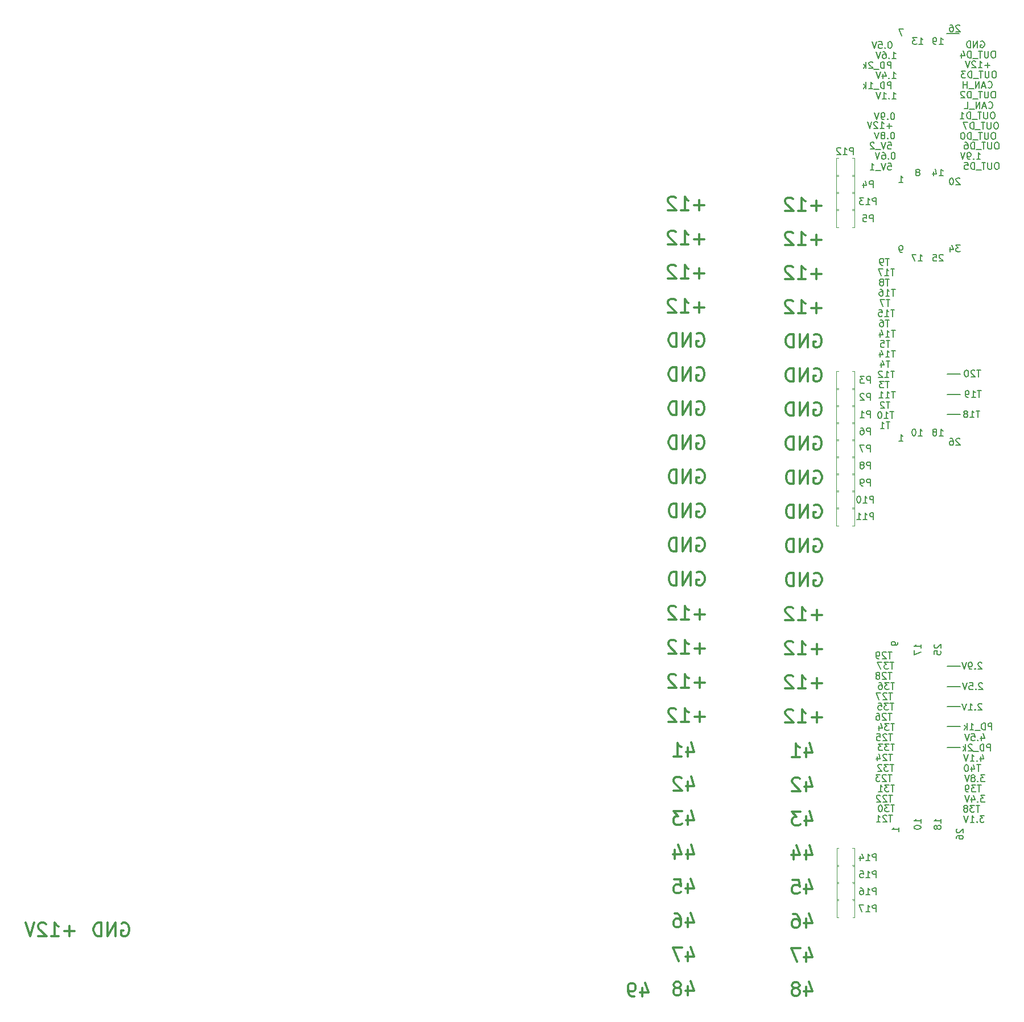
<source format=gbo>
G75*
G70*
%OFA0B0*%
%FSLAX25Y25*%
%IPPOS*%
%LPD*%
%AMOC8*
5,1,8,0,0,1.08239X$1,22.5*
%
%ADD31C,0.00591*%
%ADD32C,0.01181*%
%ADD33C,0.00472*%
X0000000Y0000000D02*
%LPD*%
G01*
D31*
X0674803Y0201969D02*
X0682283Y0201969D01*
X0674803Y0154331D02*
X0682283Y0154331D01*
X0674803Y0361417D02*
X0682283Y0361417D01*
X0674803Y0178346D02*
X0682283Y0178346D01*
X0674409Y0573031D02*
X0681890Y0573031D01*
X0674803Y0190157D02*
X0682283Y0190157D01*
X0674803Y0373228D02*
X0682283Y0373228D01*
X0674803Y0166535D02*
X0682283Y0166535D01*
X0674803Y0349606D02*
X0682283Y0349606D01*
D32*
X0601168Y0411958D02*
X0595169Y0411958D01*
X0598168Y0408958D02*
X0598168Y0414957D01*
X0587295Y0408958D02*
X0591794Y0408958D01*
X0589544Y0408958D02*
X0589544Y0416832D01*
X0589544Y0416832D02*
X0590294Y0415707D01*
X0590294Y0415707D02*
X0591044Y0414957D01*
X0591044Y0414957D02*
X0591794Y0414582D01*
X0584295Y0416082D02*
X0583920Y0416457D01*
X0583920Y0416457D02*
X0583170Y0416832D01*
X0583170Y0416832D02*
X0581295Y0416832D01*
X0581295Y0416832D02*
X0580546Y0416457D01*
X0580546Y0416457D02*
X0580171Y0416082D01*
X0580171Y0416082D02*
X0579796Y0415332D01*
X0579796Y0415332D02*
X0579796Y0414582D01*
X0579796Y0414582D02*
X0580171Y0413458D01*
X0580171Y0413458D02*
X0584670Y0408958D01*
X0584670Y0408958D02*
X0579796Y0408958D01*
D31*
X0694694Y0161070D02*
X0694694Y0158446D01*
X0695632Y0162570D02*
X0696569Y0159758D01*
X0696569Y0159758D02*
X0694132Y0159758D01*
X0692632Y0158821D02*
X0692445Y0158633D01*
X0692445Y0158633D02*
X0692632Y0158446D01*
X0692632Y0158446D02*
X0692820Y0158633D01*
X0692820Y0158633D02*
X0692632Y0158821D01*
X0692632Y0158821D02*
X0692632Y0158446D01*
X0688883Y0162383D02*
X0690757Y0162383D01*
X0690757Y0162383D02*
X0690945Y0160508D01*
X0690945Y0160508D02*
X0690757Y0160695D01*
X0690757Y0160695D02*
X0690382Y0160883D01*
X0690382Y0160883D02*
X0689445Y0160883D01*
X0689445Y0160883D02*
X0689070Y0160695D01*
X0689070Y0160695D02*
X0688883Y0160508D01*
X0688883Y0160508D02*
X0688695Y0160133D01*
X0688695Y0160133D02*
X0688695Y0159196D01*
X0688695Y0159196D02*
X0688883Y0158821D01*
X0688883Y0158821D02*
X0689070Y0158633D01*
X0689070Y0158633D02*
X0689445Y0158446D01*
X0689445Y0158446D02*
X0690382Y0158446D01*
X0690382Y0158446D02*
X0690757Y0158633D01*
X0690757Y0158633D02*
X0690945Y0158821D01*
X0687570Y0162383D02*
X0686258Y0158446D01*
X0686258Y0158446D02*
X0684946Y0162383D01*
X0642351Y0546635D02*
X0644601Y0546635D01*
X0643476Y0546635D02*
X0643476Y0550572D01*
X0643476Y0550572D02*
X0643851Y0550009D01*
X0643851Y0550009D02*
X0644226Y0549634D01*
X0644226Y0549634D02*
X0644601Y0549447D01*
X0640664Y0547010D02*
X0640476Y0546822D01*
X0640476Y0546822D02*
X0640664Y0546635D01*
X0640664Y0546635D02*
X0640851Y0546822D01*
X0640851Y0546822D02*
X0640664Y0547010D01*
X0640664Y0547010D02*
X0640664Y0546635D01*
X0637102Y0549259D02*
X0637102Y0546635D01*
X0638039Y0550759D02*
X0638976Y0547947D01*
X0638976Y0547947D02*
X0636539Y0547947D01*
X0635602Y0550572D02*
X0634289Y0546635D01*
X0634289Y0546635D02*
X0632977Y0550572D01*
X0643851Y0168387D02*
X0641601Y0168387D01*
X0642726Y0164450D02*
X0642726Y0168387D01*
X0640664Y0168387D02*
X0638226Y0168387D01*
X0638226Y0168387D02*
X0639539Y0166887D01*
X0639539Y0166887D02*
X0638976Y0166887D01*
X0638976Y0166887D02*
X0638601Y0166699D01*
X0638601Y0166699D02*
X0638414Y0166512D01*
X0638414Y0166512D02*
X0638226Y0166137D01*
X0638226Y0166137D02*
X0638226Y0165199D01*
X0638226Y0165199D02*
X0638414Y0164824D01*
X0638414Y0164824D02*
X0638601Y0164637D01*
X0638601Y0164637D02*
X0638976Y0164450D01*
X0638976Y0164450D02*
X0640101Y0164450D01*
X0640101Y0164450D02*
X0640476Y0164637D01*
X0640476Y0164637D02*
X0640664Y0164824D01*
X0634852Y0167074D02*
X0634852Y0164450D01*
X0635789Y0168574D02*
X0636727Y0165762D01*
X0636727Y0165762D02*
X0634289Y0165762D01*
X0700881Y0164745D02*
X0700881Y0168682D01*
X0700881Y0168682D02*
X0699381Y0168682D01*
X0699381Y0168682D02*
X0699006Y0168494D01*
X0699006Y0168494D02*
X0698819Y0168307D01*
X0698819Y0168307D02*
X0698631Y0167932D01*
X0698631Y0167932D02*
X0698631Y0167369D01*
X0698631Y0167369D02*
X0698819Y0166995D01*
X0698819Y0166995D02*
X0699006Y0166807D01*
X0699006Y0166807D02*
X0699381Y0166620D01*
X0699381Y0166620D02*
X0700881Y0166620D01*
X0696944Y0164745D02*
X0696944Y0168682D01*
X0696944Y0168682D02*
X0696007Y0168682D01*
X0696007Y0168682D02*
X0695444Y0168494D01*
X0695444Y0168494D02*
X0695069Y0168119D01*
X0695069Y0168119D02*
X0694882Y0167744D01*
X0694882Y0167744D02*
X0694694Y0166995D01*
X0694694Y0166995D02*
X0694694Y0166432D01*
X0694694Y0166432D02*
X0694882Y0165682D01*
X0694882Y0165682D02*
X0695069Y0165307D01*
X0695069Y0165307D02*
X0695444Y0164932D01*
X0695444Y0164932D02*
X0696007Y0164745D01*
X0696007Y0164745D02*
X0696944Y0164745D01*
X0693945Y0164370D02*
X0690945Y0164370D01*
X0687945Y0164745D02*
X0690195Y0164745D01*
X0689070Y0164745D02*
X0689070Y0168682D01*
X0689070Y0168682D02*
X0689445Y0168119D01*
X0689445Y0168119D02*
X0689820Y0167744D01*
X0689820Y0167744D02*
X0690195Y0167557D01*
X0686258Y0164745D02*
X0686258Y0168682D01*
X0685883Y0166245D02*
X0684758Y0164745D01*
X0684758Y0167369D02*
X0686258Y0165870D01*
D32*
X0532644Y0212410D02*
X0526645Y0212410D01*
X0529645Y0209411D02*
X0529645Y0215410D01*
X0518771Y0209411D02*
X0523271Y0209411D01*
X0521021Y0209411D02*
X0521021Y0217285D01*
X0521021Y0217285D02*
X0521771Y0216160D01*
X0521771Y0216160D02*
X0522521Y0215410D01*
X0522521Y0215410D02*
X0523271Y0215035D01*
X0515771Y0216535D02*
X0515397Y0216910D01*
X0515397Y0216910D02*
X0514647Y0217285D01*
X0514647Y0217285D02*
X0512772Y0217285D01*
X0512772Y0217285D02*
X0512022Y0216910D01*
X0512022Y0216910D02*
X0511647Y0216535D01*
X0511647Y0216535D02*
X0511272Y0215785D01*
X0511272Y0215785D02*
X0511272Y0215035D01*
X0511272Y0215035D02*
X0511647Y0213910D01*
X0511647Y0213910D02*
X0516146Y0209411D01*
X0516146Y0209411D02*
X0511272Y0209411D01*
X0596767Y0276378D02*
X0597517Y0276753D01*
X0597517Y0276753D02*
X0598642Y0276753D01*
X0598642Y0276753D02*
X0599767Y0276378D01*
X0599767Y0276378D02*
X0600516Y0275629D01*
X0600516Y0275629D02*
X0600891Y0274879D01*
X0600891Y0274879D02*
X0601266Y0273379D01*
X0601266Y0273379D02*
X0601266Y0272254D01*
X0601266Y0272254D02*
X0600891Y0270754D01*
X0600891Y0270754D02*
X0600516Y0270004D01*
X0600516Y0270004D02*
X0599767Y0269254D01*
X0599767Y0269254D02*
X0598642Y0268879D01*
X0598642Y0268879D02*
X0597892Y0268879D01*
X0597892Y0268879D02*
X0596767Y0269254D01*
X0596767Y0269254D02*
X0596392Y0269629D01*
X0596392Y0269629D02*
X0596392Y0272254D01*
X0596392Y0272254D02*
X0597892Y0272254D01*
X0593017Y0268879D02*
X0593017Y0276753D01*
X0593017Y0276753D02*
X0588518Y0268879D01*
X0588518Y0268879D02*
X0588518Y0276753D01*
X0584768Y0268879D02*
X0584768Y0276753D01*
X0584768Y0276753D02*
X0582894Y0276753D01*
X0582894Y0276753D02*
X0581769Y0276378D01*
X0581769Y0276378D02*
X0581019Y0275629D01*
X0581019Y0275629D02*
X0580644Y0274879D01*
X0580644Y0274879D02*
X0580269Y0273379D01*
X0580269Y0273379D02*
X0580269Y0272254D01*
X0580269Y0272254D02*
X0580644Y0270754D01*
X0580644Y0270754D02*
X0581019Y0270004D01*
X0581019Y0270004D02*
X0581769Y0269254D01*
X0581769Y0269254D02*
X0582894Y0268879D01*
X0582894Y0268879D02*
X0584768Y0268879D01*
X0596669Y0356457D02*
X0597418Y0356832D01*
X0597418Y0356832D02*
X0598543Y0356832D01*
X0598543Y0356832D02*
X0599668Y0356457D01*
X0599668Y0356457D02*
X0600418Y0355707D01*
X0600418Y0355707D02*
X0600793Y0354957D01*
X0600793Y0354957D02*
X0601168Y0353458D01*
X0601168Y0353458D02*
X0601168Y0352333D01*
X0601168Y0352333D02*
X0600793Y0350833D01*
X0600793Y0350833D02*
X0600418Y0350083D01*
X0600418Y0350083D02*
X0599668Y0349333D01*
X0599668Y0349333D02*
X0598543Y0348958D01*
X0598543Y0348958D02*
X0597793Y0348958D01*
X0597793Y0348958D02*
X0596669Y0349333D01*
X0596669Y0349333D02*
X0596294Y0349708D01*
X0596294Y0349708D02*
X0596294Y0352333D01*
X0596294Y0352333D02*
X0597793Y0352333D01*
X0592919Y0348958D02*
X0592919Y0356832D01*
X0592919Y0356832D02*
X0588420Y0348958D01*
X0588420Y0348958D02*
X0588420Y0356832D01*
X0584670Y0348958D02*
X0584670Y0356832D01*
X0584670Y0356832D02*
X0582795Y0356832D01*
X0582795Y0356832D02*
X0581670Y0356457D01*
X0581670Y0356457D02*
X0580921Y0355707D01*
X0580921Y0355707D02*
X0580546Y0354957D01*
X0580546Y0354957D02*
X0580171Y0353458D01*
X0580171Y0353458D02*
X0580171Y0352333D01*
X0580171Y0352333D02*
X0580546Y0350833D01*
X0580546Y0350833D02*
X0580921Y0350083D01*
X0580921Y0350083D02*
X0581670Y0349333D01*
X0581670Y0349333D02*
X0582795Y0348958D01*
X0582795Y0348958D02*
X0584670Y0348958D01*
D31*
X0643851Y0132461D02*
X0641601Y0132461D01*
X0642726Y0128524D02*
X0642726Y0132461D01*
X0640664Y0132461D02*
X0638226Y0132461D01*
X0638226Y0132461D02*
X0639539Y0130962D01*
X0639539Y0130962D02*
X0638976Y0130962D01*
X0638976Y0130962D02*
X0638601Y0130774D01*
X0638601Y0130774D02*
X0638414Y0130587D01*
X0638414Y0130587D02*
X0638226Y0130212D01*
X0638226Y0130212D02*
X0638226Y0129274D01*
X0638226Y0129274D02*
X0638414Y0128899D01*
X0638414Y0128899D02*
X0638601Y0128712D01*
X0638601Y0128712D02*
X0638976Y0128524D01*
X0638976Y0128524D02*
X0640101Y0128524D01*
X0640101Y0128524D02*
X0640476Y0128712D01*
X0640476Y0128712D02*
X0640664Y0128899D01*
X0634477Y0128524D02*
X0636727Y0128524D01*
X0635602Y0128524D02*
X0635602Y0132461D01*
X0635602Y0132461D02*
X0635977Y0131899D01*
X0635977Y0131899D02*
X0636352Y0131524D01*
X0636352Y0131524D02*
X0636727Y0131336D01*
X0643851Y0192402D02*
X0641601Y0192402D01*
X0642726Y0188465D02*
X0642726Y0192402D01*
X0640664Y0192402D02*
X0638226Y0192402D01*
X0638226Y0192402D02*
X0639539Y0190902D01*
X0639539Y0190902D02*
X0638976Y0190902D01*
X0638976Y0190902D02*
X0638601Y0190715D01*
X0638601Y0190715D02*
X0638414Y0190528D01*
X0638414Y0190528D02*
X0638226Y0190153D01*
X0638226Y0190153D02*
X0638226Y0189215D01*
X0638226Y0189215D02*
X0638414Y0188840D01*
X0638414Y0188840D02*
X0638601Y0188653D01*
X0638601Y0188653D02*
X0638976Y0188465D01*
X0638976Y0188465D02*
X0640101Y0188465D01*
X0640101Y0188465D02*
X0640476Y0188653D01*
X0640476Y0188653D02*
X0640664Y0188840D01*
X0634852Y0192402D02*
X0635602Y0192402D01*
X0635602Y0192402D02*
X0635977Y0192215D01*
X0635977Y0192215D02*
X0636164Y0192027D01*
X0636164Y0192027D02*
X0636539Y0191465D01*
X0636539Y0191465D02*
X0636727Y0190715D01*
X0636727Y0190715D02*
X0636727Y0189215D01*
X0636727Y0189215D02*
X0636539Y0188840D01*
X0636539Y0188840D02*
X0636352Y0188653D01*
X0636352Y0188653D02*
X0635977Y0188465D01*
X0635977Y0188465D02*
X0635227Y0188465D01*
X0635227Y0188465D02*
X0634852Y0188653D01*
X0634852Y0188653D02*
X0634664Y0188840D01*
X0634664Y0188840D02*
X0634477Y0189215D01*
X0634477Y0189215D02*
X0634477Y0190153D01*
X0634477Y0190153D02*
X0634664Y0190528D01*
X0634664Y0190528D02*
X0634852Y0190715D01*
X0634852Y0190715D02*
X0635227Y0190902D01*
X0635227Y0190902D02*
X0635977Y0190902D01*
X0635977Y0190902D02*
X0636352Y0190715D01*
X0636352Y0190715D02*
X0636539Y0190528D01*
X0636539Y0190528D02*
X0636727Y0190153D01*
D32*
X0528046Y0356989D02*
X0528796Y0357364D01*
X0528796Y0357364D02*
X0529921Y0357364D01*
X0529921Y0357364D02*
X0531046Y0356989D01*
X0531046Y0356989D02*
X0531796Y0356239D01*
X0531796Y0356239D02*
X0532171Y0355489D01*
X0532171Y0355489D02*
X0532546Y0353989D01*
X0532546Y0353989D02*
X0532546Y0352864D01*
X0532546Y0352864D02*
X0532171Y0351364D01*
X0532171Y0351364D02*
X0531796Y0350614D01*
X0531796Y0350614D02*
X0531046Y0349865D01*
X0531046Y0349865D02*
X0529921Y0349490D01*
X0529921Y0349490D02*
X0529171Y0349490D01*
X0529171Y0349490D02*
X0528046Y0349865D01*
X0528046Y0349865D02*
X0527672Y0350240D01*
X0527672Y0350240D02*
X0527672Y0352864D01*
X0527672Y0352864D02*
X0529171Y0352864D01*
X0524297Y0349490D02*
X0524297Y0357364D01*
X0524297Y0357364D02*
X0519798Y0349490D01*
X0519798Y0349490D02*
X0519798Y0357364D01*
X0516048Y0349490D02*
X0516048Y0357364D01*
X0516048Y0357364D02*
X0514173Y0357364D01*
X0514173Y0357364D02*
X0513048Y0356989D01*
X0513048Y0356989D02*
X0512298Y0356239D01*
X0512298Y0356239D02*
X0511924Y0355489D01*
X0511924Y0355489D02*
X0511549Y0353989D01*
X0511549Y0353989D02*
X0511549Y0352864D01*
X0511549Y0352864D02*
X0511924Y0351364D01*
X0511924Y0351364D02*
X0512298Y0350614D01*
X0512298Y0350614D02*
X0513048Y0349865D01*
X0513048Y0349865D02*
X0514173Y0349490D01*
X0514173Y0349490D02*
X0516048Y0349490D01*
X0163480Y0046662D02*
X0157480Y0046662D01*
X0160480Y0043663D02*
X0160480Y0049662D01*
X0149606Y0043663D02*
X0154106Y0043663D01*
X0151856Y0043663D02*
X0151856Y0051537D01*
X0151856Y0051537D02*
X0152606Y0050412D01*
X0152606Y0050412D02*
X0153356Y0049662D01*
X0153356Y0049662D02*
X0154106Y0049287D01*
X0146607Y0050787D02*
X0146232Y0051162D01*
X0146232Y0051162D02*
X0145482Y0051537D01*
X0145482Y0051537D02*
X0143607Y0051537D01*
X0143607Y0051537D02*
X0142857Y0051162D01*
X0142857Y0051162D02*
X0142482Y0050787D01*
X0142482Y0050787D02*
X0142107Y0050037D01*
X0142107Y0050037D02*
X0142107Y0049287D01*
X0142107Y0049287D02*
X0142482Y0048162D01*
X0142482Y0048162D02*
X0146982Y0043663D01*
X0146982Y0043663D02*
X0142107Y0043663D01*
X0139858Y0051537D02*
X0137233Y0043663D01*
X0137233Y0043663D02*
X0134608Y0051537D01*
D31*
X0640795Y0429115D02*
X0638545Y0429115D01*
X0639670Y0425178D02*
X0639670Y0429115D01*
X0636670Y0427428D02*
X0637045Y0427615D01*
X0637045Y0427615D02*
X0637233Y0427803D01*
X0637233Y0427803D02*
X0637420Y0428178D01*
X0637420Y0428178D02*
X0637420Y0428365D01*
X0637420Y0428365D02*
X0637233Y0428740D01*
X0637233Y0428740D02*
X0637045Y0428927D01*
X0637045Y0428927D02*
X0636670Y0429115D01*
X0636670Y0429115D02*
X0635921Y0429115D01*
X0635921Y0429115D02*
X0635546Y0428927D01*
X0635546Y0428927D02*
X0635358Y0428740D01*
X0635358Y0428740D02*
X0635171Y0428365D01*
X0635171Y0428365D02*
X0635171Y0428178D01*
X0635171Y0428178D02*
X0635358Y0427803D01*
X0635358Y0427803D02*
X0635546Y0427615D01*
X0635546Y0427615D02*
X0635921Y0427428D01*
X0635921Y0427428D02*
X0636670Y0427428D01*
X0636670Y0427428D02*
X0637045Y0427240D01*
X0637045Y0427240D02*
X0637233Y0427053D01*
X0637233Y0427053D02*
X0637420Y0426678D01*
X0637420Y0426678D02*
X0637420Y0425928D01*
X0637420Y0425928D02*
X0637233Y0425553D01*
X0637233Y0425553D02*
X0637045Y0425365D01*
X0637045Y0425365D02*
X0636670Y0425178D01*
X0636670Y0425178D02*
X0635921Y0425178D01*
X0635921Y0425178D02*
X0635546Y0425365D01*
X0635546Y0425365D02*
X0635358Y0425553D01*
X0635358Y0425553D02*
X0635171Y0425928D01*
X0635171Y0425928D02*
X0635171Y0426678D01*
X0635171Y0426678D02*
X0635358Y0427053D01*
X0635358Y0427053D02*
X0635546Y0427240D01*
X0635546Y0427240D02*
X0635921Y0427428D01*
D32*
X0532546Y0452489D02*
X0526547Y0452489D01*
X0529546Y0449490D02*
X0529546Y0455489D01*
X0518673Y0449490D02*
X0523172Y0449490D01*
X0520922Y0449490D02*
X0520922Y0457364D01*
X0520922Y0457364D02*
X0521672Y0456239D01*
X0521672Y0456239D02*
X0522422Y0455489D01*
X0522422Y0455489D02*
X0523172Y0455114D01*
X0515673Y0456614D02*
X0515298Y0456989D01*
X0515298Y0456989D02*
X0514548Y0457364D01*
X0514548Y0457364D02*
X0512673Y0457364D01*
X0512673Y0457364D02*
X0511924Y0456989D01*
X0511924Y0456989D02*
X0511549Y0456614D01*
X0511549Y0456614D02*
X0511174Y0455864D01*
X0511174Y0455864D02*
X0511174Y0455114D01*
X0511174Y0455114D02*
X0511549Y0453989D01*
X0511549Y0453989D02*
X0516048Y0449490D01*
X0516048Y0449490D02*
X0511174Y0449490D01*
D31*
X0643457Y0204410D02*
X0641207Y0204410D01*
X0642332Y0200473D02*
X0642332Y0204410D01*
X0640270Y0204410D02*
X0637833Y0204410D01*
X0637833Y0204410D02*
X0639145Y0202910D01*
X0639145Y0202910D02*
X0638583Y0202910D01*
X0638583Y0202910D02*
X0638208Y0202723D01*
X0638208Y0202723D02*
X0638020Y0202535D01*
X0638020Y0202535D02*
X0637833Y0202160D01*
X0637833Y0202160D02*
X0637833Y0201223D01*
X0637833Y0201223D02*
X0638020Y0200848D01*
X0638020Y0200848D02*
X0638208Y0200661D01*
X0638208Y0200661D02*
X0638583Y0200473D01*
X0638583Y0200473D02*
X0639708Y0200473D01*
X0639708Y0200473D02*
X0640082Y0200661D01*
X0640082Y0200661D02*
X0640270Y0200848D01*
X0636520Y0204410D02*
X0633896Y0204410D01*
X0633896Y0204410D02*
X0635583Y0200473D01*
D32*
X0191039Y0051162D02*
X0191789Y0051537D01*
X0191789Y0051537D02*
X0192913Y0051537D01*
X0192913Y0051537D02*
X0194038Y0051162D01*
X0194038Y0051162D02*
X0194788Y0050412D01*
X0194788Y0050412D02*
X0195163Y0049662D01*
X0195163Y0049662D02*
X0195538Y0048162D01*
X0195538Y0048162D02*
X0195538Y0047037D01*
X0195538Y0047037D02*
X0195163Y0045538D01*
X0195163Y0045538D02*
X0194788Y0044788D01*
X0194788Y0044788D02*
X0194038Y0044038D01*
X0194038Y0044038D02*
X0192913Y0043663D01*
X0192913Y0043663D02*
X0192163Y0043663D01*
X0192163Y0043663D02*
X0191039Y0044038D01*
X0191039Y0044038D02*
X0190664Y0044413D01*
X0190664Y0044413D02*
X0190664Y0047037D01*
X0190664Y0047037D02*
X0192163Y0047037D01*
X0187289Y0043663D02*
X0187289Y0051537D01*
X0187289Y0051537D02*
X0182790Y0043663D01*
X0182790Y0043663D02*
X0182790Y0051537D01*
X0179040Y0043663D02*
X0179040Y0051537D01*
X0179040Y0051537D02*
X0177165Y0051537D01*
X0177165Y0051537D02*
X0176040Y0051162D01*
X0176040Y0051162D02*
X0175291Y0050412D01*
X0175291Y0050412D02*
X0174916Y0049662D01*
X0174916Y0049662D02*
X0174541Y0048162D01*
X0174541Y0048162D02*
X0174541Y0047037D01*
X0174541Y0047037D02*
X0174916Y0045538D01*
X0174916Y0045538D02*
X0175291Y0044788D01*
X0175291Y0044788D02*
X0176040Y0044038D01*
X0176040Y0044038D02*
X0177165Y0043663D01*
X0177165Y0043663D02*
X0179040Y0043663D01*
X0601168Y0451958D02*
X0595169Y0451958D01*
X0598168Y0448958D02*
X0598168Y0454957D01*
X0587295Y0448958D02*
X0591794Y0448958D01*
X0589544Y0448958D02*
X0589544Y0456832D01*
X0589544Y0456832D02*
X0590294Y0455707D01*
X0590294Y0455707D02*
X0591044Y0454957D01*
X0591044Y0454957D02*
X0591794Y0454582D01*
X0584295Y0456082D02*
X0583920Y0456457D01*
X0583920Y0456457D02*
X0583170Y0456832D01*
X0583170Y0456832D02*
X0581295Y0456832D01*
X0581295Y0456832D02*
X0580546Y0456457D01*
X0580546Y0456457D02*
X0580171Y0456082D01*
X0580171Y0456082D02*
X0579796Y0455332D01*
X0579796Y0455332D02*
X0579796Y0454582D01*
X0579796Y0454582D02*
X0580171Y0453458D01*
X0580171Y0453458D02*
X0584670Y0448958D01*
X0584670Y0448958D02*
X0579796Y0448958D01*
X0601266Y0211879D02*
X0595267Y0211879D01*
X0598267Y0208879D02*
X0598267Y0214879D01*
X0587393Y0208879D02*
X0591893Y0208879D01*
X0589643Y0208879D02*
X0589643Y0216753D01*
X0589643Y0216753D02*
X0590393Y0215629D01*
X0590393Y0215629D02*
X0591143Y0214879D01*
X0591143Y0214879D02*
X0591893Y0214504D01*
X0584394Y0216003D02*
X0584019Y0216378D01*
X0584019Y0216378D02*
X0583269Y0216753D01*
X0583269Y0216753D02*
X0581394Y0216753D01*
X0581394Y0216753D02*
X0580644Y0216378D01*
X0580644Y0216378D02*
X0580269Y0216003D01*
X0580269Y0216003D02*
X0579894Y0215254D01*
X0579894Y0215254D02*
X0579894Y0214504D01*
X0579894Y0214504D02*
X0580269Y0213379D01*
X0580269Y0213379D02*
X0584768Y0208879D01*
X0584768Y0208879D02*
X0579894Y0208879D01*
D31*
X0642276Y0138465D02*
X0640026Y0138465D01*
X0641151Y0134528D02*
X0641151Y0138465D01*
X0638901Y0138090D02*
X0638714Y0138278D01*
X0638714Y0138278D02*
X0638339Y0138465D01*
X0638339Y0138465D02*
X0637402Y0138465D01*
X0637402Y0138465D02*
X0637027Y0138278D01*
X0637027Y0138278D02*
X0636839Y0138090D01*
X0636839Y0138090D02*
X0636652Y0137715D01*
X0636652Y0137715D02*
X0636652Y0137340D01*
X0636652Y0137340D02*
X0636839Y0136778D01*
X0636839Y0136778D02*
X0639089Y0134528D01*
X0639089Y0134528D02*
X0636652Y0134528D01*
X0635339Y0138465D02*
X0632902Y0138465D01*
X0632902Y0138465D02*
X0634214Y0136965D01*
X0634214Y0136965D02*
X0633652Y0136965D01*
X0633652Y0136965D02*
X0633277Y0136778D01*
X0633277Y0136778D02*
X0633090Y0136591D01*
X0633090Y0136591D02*
X0632902Y0136216D01*
X0632902Y0136216D02*
X0632902Y0135278D01*
X0632902Y0135278D02*
X0633090Y0134903D01*
X0633090Y0134903D02*
X0633277Y0134716D01*
X0633277Y0134716D02*
X0633652Y0134528D01*
X0633652Y0134528D02*
X0634777Y0134528D01*
X0634777Y0134528D02*
X0635152Y0134716D01*
X0635152Y0134716D02*
X0635339Y0134903D01*
D32*
X0522722Y0134345D02*
X0522722Y0129096D01*
X0524597Y0137345D02*
X0526472Y0131721D01*
X0526472Y0131721D02*
X0521597Y0131721D01*
X0518973Y0136220D02*
X0518598Y0136595D01*
X0518598Y0136595D02*
X0517848Y0136970D01*
X0517848Y0136970D02*
X0515973Y0136970D01*
X0515973Y0136970D02*
X0515223Y0136595D01*
X0515223Y0136595D02*
X0514848Y0136220D01*
X0514848Y0136220D02*
X0514473Y0135470D01*
X0514473Y0135470D02*
X0514473Y0134720D01*
X0514473Y0134720D02*
X0514848Y0133595D01*
X0514848Y0133595D02*
X0519348Y0129096D01*
X0519348Y0129096D02*
X0514473Y0129096D01*
D31*
X0694994Y0179823D02*
X0694807Y0180010D01*
X0694807Y0180010D02*
X0694432Y0180198D01*
X0694432Y0180198D02*
X0693495Y0180198D01*
X0693495Y0180198D02*
X0693120Y0180010D01*
X0693120Y0180010D02*
X0692932Y0179823D01*
X0692932Y0179823D02*
X0692745Y0179448D01*
X0692745Y0179448D02*
X0692745Y0179073D01*
X0692745Y0179073D02*
X0692932Y0178510D01*
X0692932Y0178510D02*
X0695182Y0176261D01*
X0695182Y0176261D02*
X0692745Y0176261D01*
X0691057Y0176636D02*
X0690870Y0176448D01*
X0690870Y0176448D02*
X0691057Y0176261D01*
X0691057Y0176261D02*
X0691245Y0176448D01*
X0691245Y0176448D02*
X0691057Y0176636D01*
X0691057Y0176636D02*
X0691057Y0176261D01*
X0687120Y0176261D02*
X0689370Y0176261D01*
X0688245Y0176261D02*
X0688245Y0180198D01*
X0688245Y0180198D02*
X0688620Y0179635D01*
X0688620Y0179635D02*
X0688995Y0179260D01*
X0688995Y0179260D02*
X0689370Y0179073D01*
X0685995Y0180198D02*
X0684683Y0176261D01*
X0684683Y0176261D02*
X0683371Y0180198D01*
D32*
X0528145Y0276910D02*
X0528895Y0277285D01*
X0528895Y0277285D02*
X0530020Y0277285D01*
X0530020Y0277285D02*
X0531145Y0276910D01*
X0531145Y0276910D02*
X0531894Y0276160D01*
X0531894Y0276160D02*
X0532269Y0275410D01*
X0532269Y0275410D02*
X0532644Y0273910D01*
X0532644Y0273910D02*
X0532644Y0272785D01*
X0532644Y0272785D02*
X0532269Y0271286D01*
X0532269Y0271286D02*
X0531894Y0270536D01*
X0531894Y0270536D02*
X0531145Y0269786D01*
X0531145Y0269786D02*
X0530020Y0269411D01*
X0530020Y0269411D02*
X0529270Y0269411D01*
X0529270Y0269411D02*
X0528145Y0269786D01*
X0528145Y0269786D02*
X0527770Y0270161D01*
X0527770Y0270161D02*
X0527770Y0272785D01*
X0527770Y0272785D02*
X0529270Y0272785D01*
X0524395Y0269411D02*
X0524395Y0277285D01*
X0524395Y0277285D02*
X0519896Y0269411D01*
X0519896Y0269411D02*
X0519896Y0277285D01*
X0516146Y0269411D02*
X0516146Y0277285D01*
X0516146Y0277285D02*
X0514272Y0277285D01*
X0514272Y0277285D02*
X0513147Y0276910D01*
X0513147Y0276910D02*
X0512397Y0276160D01*
X0512397Y0276160D02*
X0512022Y0275410D01*
X0512022Y0275410D02*
X0511647Y0273910D01*
X0511647Y0273910D02*
X0511647Y0272785D01*
X0511647Y0272785D02*
X0512022Y0271286D01*
X0512022Y0271286D02*
X0512397Y0270536D01*
X0512397Y0270536D02*
X0513147Y0269786D01*
X0513147Y0269786D02*
X0514272Y0269411D01*
X0514272Y0269411D02*
X0516146Y0269411D01*
X0601168Y0471958D02*
X0595169Y0471958D01*
X0598168Y0468958D02*
X0598168Y0474957D01*
X0587295Y0468958D02*
X0591794Y0468958D01*
X0589544Y0468958D02*
X0589544Y0476832D01*
X0589544Y0476832D02*
X0590294Y0475707D01*
X0590294Y0475707D02*
X0591044Y0474957D01*
X0591044Y0474957D02*
X0591794Y0474582D01*
X0584295Y0476082D02*
X0583920Y0476457D01*
X0583920Y0476457D02*
X0583170Y0476832D01*
X0583170Y0476832D02*
X0581295Y0476832D01*
X0581295Y0476832D02*
X0580546Y0476457D01*
X0580546Y0476457D02*
X0580171Y0476082D01*
X0580171Y0476082D02*
X0579796Y0475332D01*
X0579796Y0475332D02*
X0579796Y0474582D01*
X0579796Y0474582D02*
X0580171Y0473458D01*
X0580171Y0473458D02*
X0584670Y0468958D01*
X0584670Y0468958D02*
X0579796Y0468958D01*
D31*
X0643851Y0411103D02*
X0641601Y0411103D01*
X0642726Y0407166D02*
X0642726Y0411103D01*
X0638226Y0407166D02*
X0640476Y0407166D01*
X0639351Y0407166D02*
X0639351Y0411103D01*
X0639351Y0411103D02*
X0639726Y0410541D01*
X0639726Y0410541D02*
X0640101Y0410166D01*
X0640101Y0410166D02*
X0640476Y0409978D01*
X0634664Y0411103D02*
X0636539Y0411103D01*
X0636539Y0411103D02*
X0636727Y0409228D01*
X0636727Y0409228D02*
X0636539Y0409416D01*
X0636539Y0409416D02*
X0636164Y0409603D01*
X0636164Y0409603D02*
X0635227Y0409603D01*
X0635227Y0409603D02*
X0634852Y0409416D01*
X0634852Y0409416D02*
X0634664Y0409228D01*
X0634664Y0409228D02*
X0634477Y0408853D01*
X0634477Y0408853D02*
X0634477Y0407916D01*
X0634477Y0407916D02*
X0634664Y0407541D01*
X0634664Y0407541D02*
X0634852Y0407354D01*
X0634852Y0407354D02*
X0635227Y0407166D01*
X0635227Y0407166D02*
X0636164Y0407166D01*
X0636164Y0407166D02*
X0636539Y0407354D01*
X0636539Y0407354D02*
X0636727Y0407541D01*
X0704162Y0509233D02*
X0703412Y0509233D01*
X0703412Y0509233D02*
X0703037Y0509046D01*
X0703037Y0509046D02*
X0702662Y0508671D01*
X0702662Y0508671D02*
X0702475Y0507921D01*
X0702475Y0507921D02*
X0702475Y0506608D01*
X0702475Y0506608D02*
X0702662Y0505858D01*
X0702662Y0505858D02*
X0703037Y0505483D01*
X0703037Y0505483D02*
X0703412Y0505296D01*
X0703412Y0505296D02*
X0704162Y0505296D01*
X0704162Y0505296D02*
X0704537Y0505483D01*
X0704537Y0505483D02*
X0704912Y0505858D01*
X0704912Y0505858D02*
X0705099Y0506608D01*
X0705099Y0506608D02*
X0705099Y0507921D01*
X0705099Y0507921D02*
X0704912Y0508671D01*
X0704912Y0508671D02*
X0704537Y0509046D01*
X0704537Y0509046D02*
X0704162Y0509233D01*
X0700787Y0509233D02*
X0700787Y0506046D01*
X0700787Y0506046D02*
X0700600Y0505671D01*
X0700600Y0505671D02*
X0700412Y0505483D01*
X0700412Y0505483D02*
X0700037Y0505296D01*
X0700037Y0505296D02*
X0699288Y0505296D01*
X0699288Y0505296D02*
X0698913Y0505483D01*
X0698913Y0505483D02*
X0698725Y0505671D01*
X0698725Y0505671D02*
X0698538Y0506046D01*
X0698538Y0506046D02*
X0698538Y0509233D01*
X0697225Y0509233D02*
X0694976Y0509233D01*
X0696100Y0505296D02*
X0696100Y0509233D01*
X0694601Y0504921D02*
X0691601Y0504921D01*
X0690664Y0505296D02*
X0690664Y0509233D01*
X0690664Y0509233D02*
X0689726Y0509233D01*
X0689726Y0509233D02*
X0689164Y0509046D01*
X0689164Y0509046D02*
X0688789Y0508671D01*
X0688789Y0508671D02*
X0688601Y0508296D01*
X0688601Y0508296D02*
X0688414Y0507546D01*
X0688414Y0507546D02*
X0688414Y0506983D01*
X0688414Y0506983D02*
X0688601Y0506233D01*
X0688601Y0506233D02*
X0688789Y0505858D01*
X0688789Y0505858D02*
X0689164Y0505483D01*
X0689164Y0505483D02*
X0689726Y0505296D01*
X0689726Y0505296D02*
X0690664Y0505296D01*
X0685039Y0509233D02*
X0685789Y0509233D01*
X0685789Y0509233D02*
X0686164Y0509046D01*
X0686164Y0509046D02*
X0686352Y0508858D01*
X0686352Y0508858D02*
X0686727Y0508296D01*
X0686727Y0508296D02*
X0686914Y0507546D01*
X0686914Y0507546D02*
X0686914Y0506046D01*
X0686914Y0506046D02*
X0686727Y0505671D01*
X0686727Y0505671D02*
X0686539Y0505483D01*
X0686539Y0505483D02*
X0686164Y0505296D01*
X0686164Y0505296D02*
X0685414Y0505296D01*
X0685414Y0505296D02*
X0685039Y0505483D01*
X0685039Y0505483D02*
X0684852Y0505671D01*
X0684852Y0505671D02*
X0684664Y0506046D01*
X0684664Y0506046D02*
X0684664Y0506983D01*
X0684664Y0506983D02*
X0684852Y0507358D01*
X0684852Y0507358D02*
X0685039Y0507546D01*
X0685039Y0507546D02*
X0685414Y0507733D01*
X0685414Y0507733D02*
X0686164Y0507733D01*
X0686164Y0507733D02*
X0686539Y0507546D01*
X0686539Y0507546D02*
X0686727Y0507358D01*
X0686727Y0507358D02*
X0686914Y0506983D01*
D32*
X0592013Y0053952D02*
X0592013Y0048702D01*
X0593888Y0056951D02*
X0595763Y0051327D01*
X0595763Y0051327D02*
X0590889Y0051327D01*
X0584514Y0056576D02*
X0586014Y0056576D01*
X0586014Y0056576D02*
X0586764Y0056201D01*
X0586764Y0056201D02*
X0587139Y0055826D01*
X0587139Y0055826D02*
X0587889Y0054701D01*
X0587889Y0054701D02*
X0588264Y0053202D01*
X0588264Y0053202D02*
X0588264Y0050202D01*
X0588264Y0050202D02*
X0587889Y0049452D01*
X0587889Y0049452D02*
X0587514Y0049077D01*
X0587514Y0049077D02*
X0586764Y0048702D01*
X0586764Y0048702D02*
X0585264Y0048702D01*
X0585264Y0048702D02*
X0584514Y0049077D01*
X0584514Y0049077D02*
X0584139Y0049452D01*
X0584139Y0049452D02*
X0583765Y0050202D01*
X0583765Y0050202D02*
X0583765Y0052077D01*
X0583765Y0052077D02*
X0584139Y0052827D01*
X0584139Y0052827D02*
X0584514Y0053202D01*
X0584514Y0053202D02*
X0585264Y0053577D01*
X0585264Y0053577D02*
X0586764Y0053577D01*
X0586764Y0053577D02*
X0587514Y0053202D01*
X0587514Y0053202D02*
X0587889Y0052827D01*
X0587889Y0052827D02*
X0588264Y0052077D01*
X0528145Y0296910D02*
X0528895Y0297285D01*
X0528895Y0297285D02*
X0530020Y0297285D01*
X0530020Y0297285D02*
X0531145Y0296910D01*
X0531145Y0296910D02*
X0531894Y0296160D01*
X0531894Y0296160D02*
X0532269Y0295410D01*
X0532269Y0295410D02*
X0532644Y0293910D01*
X0532644Y0293910D02*
X0532644Y0292785D01*
X0532644Y0292785D02*
X0532269Y0291286D01*
X0532269Y0291286D02*
X0531894Y0290536D01*
X0531894Y0290536D02*
X0531145Y0289786D01*
X0531145Y0289786D02*
X0530020Y0289411D01*
X0530020Y0289411D02*
X0529270Y0289411D01*
X0529270Y0289411D02*
X0528145Y0289786D01*
X0528145Y0289786D02*
X0527770Y0290161D01*
X0527770Y0290161D02*
X0527770Y0292785D01*
X0527770Y0292785D02*
X0529270Y0292785D01*
X0524395Y0289411D02*
X0524395Y0297285D01*
X0524395Y0297285D02*
X0519896Y0289411D01*
X0519896Y0289411D02*
X0519896Y0297285D01*
X0516146Y0289411D02*
X0516146Y0297285D01*
X0516146Y0297285D02*
X0514272Y0297285D01*
X0514272Y0297285D02*
X0513147Y0296910D01*
X0513147Y0296910D02*
X0512397Y0296160D01*
X0512397Y0296160D02*
X0512022Y0295410D01*
X0512022Y0295410D02*
X0511647Y0293910D01*
X0511647Y0293910D02*
X0511647Y0292785D01*
X0511647Y0292785D02*
X0512022Y0291286D01*
X0512022Y0291286D02*
X0512397Y0290536D01*
X0512397Y0290536D02*
X0513147Y0289786D01*
X0513147Y0289786D02*
X0514272Y0289411D01*
X0514272Y0289411D02*
X0516146Y0289411D01*
X0528046Y0336989D02*
X0528796Y0337364D01*
X0528796Y0337364D02*
X0529921Y0337364D01*
X0529921Y0337364D02*
X0531046Y0336989D01*
X0531046Y0336989D02*
X0531796Y0336239D01*
X0531796Y0336239D02*
X0532171Y0335489D01*
X0532171Y0335489D02*
X0532546Y0333989D01*
X0532546Y0333989D02*
X0532546Y0332864D01*
X0532546Y0332864D02*
X0532171Y0331364D01*
X0532171Y0331364D02*
X0531796Y0330614D01*
X0531796Y0330614D02*
X0531046Y0329865D01*
X0531046Y0329865D02*
X0529921Y0329490D01*
X0529921Y0329490D02*
X0529171Y0329490D01*
X0529171Y0329490D02*
X0528046Y0329865D01*
X0528046Y0329865D02*
X0527672Y0330240D01*
X0527672Y0330240D02*
X0527672Y0332864D01*
X0527672Y0332864D02*
X0529171Y0332864D01*
X0524297Y0329490D02*
X0524297Y0337364D01*
X0524297Y0337364D02*
X0519798Y0329490D01*
X0519798Y0329490D02*
X0519798Y0337364D01*
X0516048Y0329490D02*
X0516048Y0337364D01*
X0516048Y0337364D02*
X0514173Y0337364D01*
X0514173Y0337364D02*
X0513048Y0336989D01*
X0513048Y0336989D02*
X0512298Y0336239D01*
X0512298Y0336239D02*
X0511924Y0335489D01*
X0511924Y0335489D02*
X0511549Y0333989D01*
X0511549Y0333989D02*
X0511549Y0332864D01*
X0511549Y0332864D02*
X0511924Y0331364D01*
X0511924Y0331364D02*
X0512298Y0330614D01*
X0512298Y0330614D02*
X0513048Y0329865D01*
X0513048Y0329865D02*
X0514173Y0329490D01*
X0514173Y0329490D02*
X0516048Y0329490D01*
X0601266Y0231879D02*
X0595267Y0231879D01*
X0598267Y0228879D02*
X0598267Y0234879D01*
X0587393Y0228879D02*
X0591893Y0228879D01*
X0589643Y0228879D02*
X0589643Y0236753D01*
X0589643Y0236753D02*
X0590393Y0235629D01*
X0590393Y0235629D02*
X0591143Y0234879D01*
X0591143Y0234879D02*
X0591893Y0234504D01*
X0584394Y0236003D02*
X0584019Y0236378D01*
X0584019Y0236378D02*
X0583269Y0236753D01*
X0583269Y0236753D02*
X0581394Y0236753D01*
X0581394Y0236753D02*
X0580644Y0236378D01*
X0580644Y0236378D02*
X0580269Y0236003D01*
X0580269Y0236003D02*
X0579894Y0235254D01*
X0579894Y0235254D02*
X0579894Y0234504D01*
X0579894Y0234504D02*
X0580269Y0233379D01*
X0580269Y0233379D02*
X0584768Y0228879D01*
X0584768Y0228879D02*
X0579894Y0228879D01*
D31*
X0643457Y0180394D02*
X0641207Y0180394D01*
X0642332Y0176457D02*
X0642332Y0180394D01*
X0640270Y0180394D02*
X0637833Y0180394D01*
X0637833Y0180394D02*
X0639145Y0178895D01*
X0639145Y0178895D02*
X0638583Y0178895D01*
X0638583Y0178895D02*
X0638208Y0178707D01*
X0638208Y0178707D02*
X0638020Y0178520D01*
X0638020Y0178520D02*
X0637833Y0178145D01*
X0637833Y0178145D02*
X0637833Y0177207D01*
X0637833Y0177207D02*
X0638020Y0176832D01*
X0638020Y0176832D02*
X0638208Y0176645D01*
X0638208Y0176645D02*
X0638583Y0176457D01*
X0638583Y0176457D02*
X0639708Y0176457D01*
X0639708Y0176457D02*
X0640082Y0176645D01*
X0640082Y0176645D02*
X0640270Y0176832D01*
X0634271Y0180394D02*
X0636145Y0180394D01*
X0636145Y0180394D02*
X0636333Y0178520D01*
X0636333Y0178520D02*
X0636145Y0178707D01*
X0636145Y0178707D02*
X0635771Y0178895D01*
X0635771Y0178895D02*
X0634833Y0178895D01*
X0634833Y0178895D02*
X0634458Y0178707D01*
X0634458Y0178707D02*
X0634271Y0178520D01*
X0634271Y0178520D02*
X0634083Y0178145D01*
X0634083Y0178145D02*
X0634083Y0177207D01*
X0634083Y0177207D02*
X0634271Y0176832D01*
X0634271Y0176832D02*
X0634458Y0176645D01*
X0634458Y0176645D02*
X0634833Y0176457D01*
X0634833Y0176457D02*
X0635771Y0176457D01*
X0635771Y0176457D02*
X0636145Y0176645D01*
X0636145Y0176645D02*
X0636333Y0176832D01*
X0642670Y0162383D02*
X0640420Y0162383D01*
X0641545Y0158446D02*
X0641545Y0162383D01*
X0639295Y0162008D02*
X0639108Y0162195D01*
X0639108Y0162195D02*
X0638733Y0162383D01*
X0638733Y0162383D02*
X0637795Y0162383D01*
X0637795Y0162383D02*
X0637420Y0162195D01*
X0637420Y0162195D02*
X0637233Y0162008D01*
X0637233Y0162008D02*
X0637045Y0161633D01*
X0637045Y0161633D02*
X0637045Y0161258D01*
X0637045Y0161258D02*
X0637233Y0160695D01*
X0637233Y0160695D02*
X0639483Y0158446D01*
X0639483Y0158446D02*
X0637045Y0158446D01*
X0633483Y0162383D02*
X0635358Y0162383D01*
X0635358Y0162383D02*
X0635546Y0160508D01*
X0635546Y0160508D02*
X0635358Y0160695D01*
X0635358Y0160695D02*
X0634983Y0160883D01*
X0634983Y0160883D02*
X0634046Y0160883D01*
X0634046Y0160883D02*
X0633671Y0160695D01*
X0633671Y0160695D02*
X0633483Y0160508D01*
X0633483Y0160508D02*
X0633296Y0160133D01*
X0633296Y0160133D02*
X0633296Y0159196D01*
X0633296Y0159196D02*
X0633483Y0158821D01*
X0633483Y0158821D02*
X0633671Y0158633D01*
X0633671Y0158633D02*
X0634046Y0158446D01*
X0634046Y0158446D02*
X0634983Y0158446D01*
X0634983Y0158446D02*
X0635358Y0158633D01*
X0635358Y0158633D02*
X0635546Y0158821D01*
D32*
X0592013Y0033952D02*
X0592013Y0028702D01*
X0593888Y0036951D02*
X0595763Y0031327D01*
X0595763Y0031327D02*
X0590889Y0031327D01*
X0588639Y0036576D02*
X0583390Y0036576D01*
X0583390Y0036576D02*
X0586764Y0028702D01*
D31*
X0640795Y0405099D02*
X0638545Y0405099D01*
X0639670Y0401162D02*
X0639670Y0405099D01*
X0635546Y0405099D02*
X0636295Y0405099D01*
X0636295Y0405099D02*
X0636670Y0404912D01*
X0636670Y0404912D02*
X0636858Y0404724D01*
X0636858Y0404724D02*
X0637233Y0404162D01*
X0637233Y0404162D02*
X0637420Y0403412D01*
X0637420Y0403412D02*
X0637420Y0401912D01*
X0637420Y0401912D02*
X0637233Y0401537D01*
X0637233Y0401537D02*
X0637045Y0401350D01*
X0637045Y0401350D02*
X0636670Y0401162D01*
X0636670Y0401162D02*
X0635921Y0401162D01*
X0635921Y0401162D02*
X0635546Y0401350D01*
X0635546Y0401350D02*
X0635358Y0401537D01*
X0635358Y0401537D02*
X0635171Y0401912D01*
X0635171Y0401912D02*
X0635171Y0402849D01*
X0635171Y0402849D02*
X0635358Y0403224D01*
X0635358Y0403224D02*
X0635546Y0403412D01*
X0635546Y0403412D02*
X0635921Y0403599D01*
X0635921Y0403599D02*
X0636670Y0403599D01*
X0636670Y0403599D02*
X0637045Y0403412D01*
X0637045Y0403412D02*
X0637233Y0403224D01*
X0637233Y0403224D02*
X0637420Y0402849D01*
D32*
X0532546Y0472489D02*
X0526547Y0472489D01*
X0529546Y0469490D02*
X0529546Y0475489D01*
X0518673Y0469490D02*
X0523172Y0469490D01*
X0520922Y0469490D02*
X0520922Y0477364D01*
X0520922Y0477364D02*
X0521672Y0476239D01*
X0521672Y0476239D02*
X0522422Y0475489D01*
X0522422Y0475489D02*
X0523172Y0475114D01*
X0515673Y0476614D02*
X0515298Y0476989D01*
X0515298Y0476989D02*
X0514548Y0477364D01*
X0514548Y0477364D02*
X0512673Y0477364D01*
X0512673Y0477364D02*
X0511924Y0476989D01*
X0511924Y0476989D02*
X0511549Y0476614D01*
X0511549Y0476614D02*
X0511174Y0475864D01*
X0511174Y0475864D02*
X0511174Y0475114D01*
X0511174Y0475114D02*
X0511549Y0473989D01*
X0511549Y0473989D02*
X0516048Y0469490D01*
X0516048Y0469490D02*
X0511174Y0469490D01*
X0601266Y0191879D02*
X0595267Y0191879D01*
X0598267Y0188879D02*
X0598267Y0194879D01*
X0587393Y0188879D02*
X0591893Y0188879D01*
X0589643Y0188879D02*
X0589643Y0196753D01*
X0589643Y0196753D02*
X0590393Y0195629D01*
X0590393Y0195629D02*
X0591143Y0194879D01*
X0591143Y0194879D02*
X0591893Y0194504D01*
X0584394Y0196003D02*
X0584019Y0196378D01*
X0584019Y0196378D02*
X0583269Y0196753D01*
X0583269Y0196753D02*
X0581394Y0196753D01*
X0581394Y0196753D02*
X0580644Y0196378D01*
X0580644Y0196378D02*
X0580269Y0196003D01*
X0580269Y0196003D02*
X0579894Y0195254D01*
X0579894Y0195254D02*
X0579894Y0194504D01*
X0579894Y0194504D02*
X0580269Y0193379D01*
X0580269Y0193379D02*
X0584768Y0188879D01*
X0584768Y0188879D02*
X0579894Y0188879D01*
D31*
X0694244Y0375670D02*
X0691995Y0375670D01*
X0693120Y0371733D02*
X0693120Y0375670D01*
X0690870Y0375295D02*
X0690682Y0375483D01*
X0690682Y0375483D02*
X0690307Y0375670D01*
X0690307Y0375670D02*
X0689370Y0375670D01*
X0689370Y0375670D02*
X0688995Y0375483D01*
X0688995Y0375483D02*
X0688808Y0375295D01*
X0688808Y0375295D02*
X0688620Y0374920D01*
X0688620Y0374920D02*
X0688620Y0374545D01*
X0688620Y0374545D02*
X0688808Y0373983D01*
X0688808Y0373983D02*
X0691057Y0371733D01*
X0691057Y0371733D02*
X0688620Y0371733D01*
X0686183Y0375670D02*
X0685808Y0375670D01*
X0685808Y0375670D02*
X0685433Y0375483D01*
X0685433Y0375483D02*
X0685246Y0375295D01*
X0685246Y0375295D02*
X0685058Y0374920D01*
X0685058Y0374920D02*
X0684871Y0374170D01*
X0684871Y0374170D02*
X0684871Y0373233D01*
X0684871Y0373233D02*
X0685058Y0372483D01*
X0685058Y0372483D02*
X0685246Y0372108D01*
X0685246Y0372108D02*
X0685433Y0371920D01*
X0685433Y0371920D02*
X0685808Y0371733D01*
X0685808Y0371733D02*
X0686183Y0371733D01*
X0686183Y0371733D02*
X0686558Y0371920D01*
X0686558Y0371920D02*
X0686745Y0372108D01*
X0686745Y0372108D02*
X0686933Y0372483D01*
X0686933Y0372483D02*
X0687120Y0373233D01*
X0687120Y0373233D02*
X0687120Y0374170D01*
X0687120Y0374170D02*
X0686933Y0374920D01*
X0686933Y0374920D02*
X0686745Y0375295D01*
X0686745Y0375295D02*
X0686558Y0375483D01*
X0686558Y0375483D02*
X0686183Y0375670D01*
X0643851Y0375178D02*
X0641601Y0375178D01*
X0642726Y0371241D02*
X0642726Y0375178D01*
X0638226Y0371241D02*
X0640476Y0371241D01*
X0639351Y0371241D02*
X0639351Y0375178D01*
X0639351Y0375178D02*
X0639726Y0374615D01*
X0639726Y0374615D02*
X0640101Y0374240D01*
X0640101Y0374240D02*
X0640476Y0374053D01*
X0636727Y0374803D02*
X0636539Y0374990D01*
X0636539Y0374990D02*
X0636164Y0375178D01*
X0636164Y0375178D02*
X0635227Y0375178D01*
X0635227Y0375178D02*
X0634852Y0374990D01*
X0634852Y0374990D02*
X0634664Y0374803D01*
X0634664Y0374803D02*
X0634477Y0374428D01*
X0634477Y0374428D02*
X0634477Y0374053D01*
X0634477Y0374053D02*
X0634664Y0373491D01*
X0634664Y0373491D02*
X0636914Y0371241D01*
X0636914Y0371241D02*
X0634477Y0371241D01*
X0642670Y0150473D02*
X0640420Y0150473D01*
X0641545Y0146536D02*
X0641545Y0150473D01*
X0639295Y0150098D02*
X0639108Y0150286D01*
X0639108Y0150286D02*
X0638733Y0150473D01*
X0638733Y0150473D02*
X0637795Y0150473D01*
X0637795Y0150473D02*
X0637420Y0150286D01*
X0637420Y0150286D02*
X0637233Y0150098D01*
X0637233Y0150098D02*
X0637045Y0149723D01*
X0637045Y0149723D02*
X0637045Y0149348D01*
X0637045Y0149348D02*
X0637233Y0148786D01*
X0637233Y0148786D02*
X0639483Y0146536D01*
X0639483Y0146536D02*
X0637045Y0146536D01*
X0633671Y0149161D02*
X0633671Y0146536D01*
X0634608Y0150661D02*
X0635546Y0147848D01*
X0635546Y0147848D02*
X0633108Y0147848D01*
D32*
X0495951Y0013479D02*
X0495951Y0008230D01*
X0497825Y0016479D02*
X0499700Y0010854D01*
X0499700Y0010854D02*
X0494826Y0010854D01*
X0491451Y0008230D02*
X0489951Y0008230D01*
X0489951Y0008230D02*
X0489201Y0008605D01*
X0489201Y0008605D02*
X0488826Y0008980D01*
X0488826Y0008980D02*
X0488076Y0010105D01*
X0488076Y0010105D02*
X0487702Y0011604D01*
X0487702Y0011604D02*
X0487702Y0014604D01*
X0487702Y0014604D02*
X0488076Y0015354D01*
X0488076Y0015354D02*
X0488451Y0015729D01*
X0488451Y0015729D02*
X0489201Y0016104D01*
X0489201Y0016104D02*
X0490701Y0016104D01*
X0490701Y0016104D02*
X0491451Y0015729D01*
X0491451Y0015729D02*
X0491826Y0015354D01*
X0491826Y0015354D02*
X0492201Y0014604D01*
X0492201Y0014604D02*
X0492201Y0012729D01*
X0492201Y0012729D02*
X0491826Y0011979D01*
X0491826Y0011979D02*
X0491451Y0011604D01*
X0491451Y0011604D02*
X0490701Y0011229D01*
X0490701Y0011229D02*
X0489201Y0011229D01*
X0489201Y0011229D02*
X0488451Y0011604D01*
X0488451Y0011604D02*
X0488076Y0011979D01*
X0488076Y0011979D02*
X0487702Y0012729D01*
D31*
X0694338Y0568494D02*
X0694713Y0568682D01*
X0694713Y0568682D02*
X0695276Y0568682D01*
X0695276Y0568682D02*
X0695838Y0568494D01*
X0695838Y0568494D02*
X0696213Y0568119D01*
X0696213Y0568119D02*
X0696400Y0567744D01*
X0696400Y0567744D02*
X0696588Y0566995D01*
X0696588Y0566995D02*
X0696588Y0566432D01*
X0696588Y0566432D02*
X0696400Y0565682D01*
X0696400Y0565682D02*
X0696213Y0565307D01*
X0696213Y0565307D02*
X0695838Y0564932D01*
X0695838Y0564932D02*
X0695276Y0564745D01*
X0695276Y0564745D02*
X0694901Y0564745D01*
X0694901Y0564745D02*
X0694338Y0564932D01*
X0694338Y0564932D02*
X0694151Y0565120D01*
X0694151Y0565120D02*
X0694151Y0566432D01*
X0694151Y0566432D02*
X0694901Y0566432D01*
X0692463Y0564745D02*
X0692463Y0568682D01*
X0692463Y0568682D02*
X0690214Y0564745D01*
X0690214Y0564745D02*
X0690214Y0568682D01*
X0688339Y0564745D02*
X0688339Y0568682D01*
X0688339Y0568682D02*
X0687402Y0568682D01*
X0687402Y0568682D02*
X0686839Y0568494D01*
X0686839Y0568494D02*
X0686464Y0568119D01*
X0686464Y0568119D02*
X0686277Y0567744D01*
X0686277Y0567744D02*
X0686089Y0566995D01*
X0686089Y0566995D02*
X0686089Y0566432D01*
X0686089Y0566432D02*
X0686277Y0565682D01*
X0686277Y0565682D02*
X0686464Y0565307D01*
X0686464Y0565307D02*
X0686839Y0564932D01*
X0686839Y0564932D02*
X0687402Y0564745D01*
X0687402Y0564745D02*
X0688339Y0564745D01*
D32*
X0522624Y0034267D02*
X0522624Y0029017D01*
X0524498Y0037266D02*
X0526373Y0031642D01*
X0526373Y0031642D02*
X0521499Y0031642D01*
X0519249Y0036891D02*
X0514000Y0036891D01*
X0514000Y0036891D02*
X0517374Y0029017D01*
D31*
X0695388Y0191830D02*
X0695201Y0192018D01*
X0695201Y0192018D02*
X0694826Y0192205D01*
X0694826Y0192205D02*
X0693888Y0192205D01*
X0693888Y0192205D02*
X0693513Y0192018D01*
X0693513Y0192018D02*
X0693326Y0191830D01*
X0693326Y0191830D02*
X0693138Y0191456D01*
X0693138Y0191456D02*
X0693138Y0191081D01*
X0693138Y0191081D02*
X0693326Y0190518D01*
X0693326Y0190518D02*
X0695576Y0188268D01*
X0695576Y0188268D02*
X0693138Y0188268D01*
X0691451Y0188643D02*
X0691264Y0188456D01*
X0691264Y0188456D02*
X0691451Y0188268D01*
X0691451Y0188268D02*
X0691639Y0188456D01*
X0691639Y0188456D02*
X0691451Y0188643D01*
X0691451Y0188643D02*
X0691451Y0188268D01*
X0687702Y0192205D02*
X0689576Y0192205D01*
X0689576Y0192205D02*
X0689764Y0190331D01*
X0689764Y0190331D02*
X0689576Y0190518D01*
X0689576Y0190518D02*
X0689201Y0190706D01*
X0689201Y0190706D02*
X0688264Y0190706D01*
X0688264Y0190706D02*
X0687889Y0190518D01*
X0687889Y0190518D02*
X0687702Y0190331D01*
X0687702Y0190331D02*
X0687514Y0189956D01*
X0687514Y0189956D02*
X0687514Y0189018D01*
X0687514Y0189018D02*
X0687702Y0188643D01*
X0687702Y0188643D02*
X0687889Y0188456D01*
X0687889Y0188456D02*
X0688264Y0188268D01*
X0688264Y0188268D02*
X0689201Y0188268D01*
X0689201Y0188268D02*
X0689576Y0188456D01*
X0689576Y0188456D02*
X0689764Y0188643D01*
X0686389Y0192205D02*
X0685077Y0188268D01*
X0685077Y0188268D02*
X0683765Y0192205D01*
X0639951Y0509233D02*
X0641826Y0509233D01*
X0641826Y0509233D02*
X0642013Y0507358D01*
X0642013Y0507358D02*
X0641826Y0507546D01*
X0641826Y0507546D02*
X0641451Y0507733D01*
X0641451Y0507733D02*
X0640514Y0507733D01*
X0640514Y0507733D02*
X0640139Y0507546D01*
X0640139Y0507546D02*
X0639951Y0507358D01*
X0639951Y0507358D02*
X0639764Y0506983D01*
X0639764Y0506983D02*
X0639764Y0506046D01*
X0639764Y0506046D02*
X0639951Y0505671D01*
X0639951Y0505671D02*
X0640139Y0505483D01*
X0640139Y0505483D02*
X0640514Y0505296D01*
X0640514Y0505296D02*
X0641451Y0505296D01*
X0641451Y0505296D02*
X0641826Y0505483D01*
X0641826Y0505483D02*
X0642013Y0505671D01*
X0638639Y0509233D02*
X0637327Y0505296D01*
X0637327Y0505296D02*
X0636014Y0509233D01*
X0635639Y0504921D02*
X0632640Y0504921D01*
X0631890Y0508858D02*
X0631702Y0509046D01*
X0631702Y0509046D02*
X0631327Y0509233D01*
X0631327Y0509233D02*
X0630390Y0509233D01*
X0630390Y0509233D02*
X0630015Y0509046D01*
X0630015Y0509046D02*
X0629828Y0508858D01*
X0629828Y0508858D02*
X0629640Y0508483D01*
X0629640Y0508483D02*
X0629640Y0508108D01*
X0629640Y0508108D02*
X0629828Y0507546D01*
X0629828Y0507546D02*
X0632077Y0505296D01*
X0632077Y0505296D02*
X0629640Y0505296D01*
X0694638Y0363662D02*
X0692388Y0363662D01*
X0693513Y0359725D02*
X0693513Y0363662D01*
X0689014Y0359725D02*
X0691264Y0359725D01*
X0690139Y0359725D02*
X0690139Y0363662D01*
X0690139Y0363662D02*
X0690514Y0363100D01*
X0690514Y0363100D02*
X0690889Y0362725D01*
X0690889Y0362725D02*
X0691264Y0362537D01*
X0687139Y0359725D02*
X0686389Y0359725D01*
X0686389Y0359725D02*
X0686014Y0359913D01*
X0686014Y0359913D02*
X0685827Y0360100D01*
X0685827Y0360100D02*
X0685452Y0360663D01*
X0685452Y0360663D02*
X0685264Y0361412D01*
X0685264Y0361412D02*
X0685264Y0362912D01*
X0685264Y0362912D02*
X0685452Y0363287D01*
X0685452Y0363287D02*
X0685639Y0363475D01*
X0685639Y0363475D02*
X0686014Y0363662D01*
X0686014Y0363662D02*
X0686764Y0363662D01*
X0686764Y0363662D02*
X0687139Y0363475D01*
X0687139Y0363475D02*
X0687327Y0363287D01*
X0687327Y0363287D02*
X0687514Y0362912D01*
X0687514Y0362912D02*
X0687514Y0361975D01*
X0687514Y0361975D02*
X0687327Y0361600D01*
X0687327Y0361600D02*
X0687139Y0361412D01*
X0687139Y0361412D02*
X0686764Y0361225D01*
X0686764Y0361225D02*
X0686014Y0361225D01*
X0686014Y0361225D02*
X0685639Y0361412D01*
X0685639Y0361412D02*
X0685452Y0361600D01*
X0685452Y0361600D02*
X0685264Y0361975D01*
X0702193Y0539154D02*
X0701444Y0539154D01*
X0701444Y0539154D02*
X0701069Y0538967D01*
X0701069Y0538967D02*
X0700694Y0538592D01*
X0700694Y0538592D02*
X0700506Y0537842D01*
X0700506Y0537842D02*
X0700506Y0536530D01*
X0700506Y0536530D02*
X0700694Y0535780D01*
X0700694Y0535780D02*
X0701069Y0535405D01*
X0701069Y0535405D02*
X0701444Y0535217D01*
X0701444Y0535217D02*
X0702193Y0535217D01*
X0702193Y0535217D02*
X0702568Y0535405D01*
X0702568Y0535405D02*
X0702943Y0535780D01*
X0702943Y0535780D02*
X0703131Y0536530D01*
X0703131Y0536530D02*
X0703131Y0537842D01*
X0703131Y0537842D02*
X0702943Y0538592D01*
X0702943Y0538592D02*
X0702568Y0538967D01*
X0702568Y0538967D02*
X0702193Y0539154D01*
X0698819Y0539154D02*
X0698819Y0535967D01*
X0698819Y0535967D02*
X0698631Y0535592D01*
X0698631Y0535592D02*
X0698444Y0535405D01*
X0698444Y0535405D02*
X0698069Y0535217D01*
X0698069Y0535217D02*
X0697319Y0535217D01*
X0697319Y0535217D02*
X0696944Y0535405D01*
X0696944Y0535405D02*
X0696757Y0535592D01*
X0696757Y0535592D02*
X0696569Y0535967D01*
X0696569Y0535967D02*
X0696569Y0539154D01*
X0695257Y0539154D02*
X0693007Y0539154D01*
X0694132Y0535217D02*
X0694132Y0539154D01*
X0692632Y0534842D02*
X0689633Y0534842D01*
X0688695Y0535217D02*
X0688695Y0539154D01*
X0688695Y0539154D02*
X0687758Y0539154D01*
X0687758Y0539154D02*
X0687195Y0538967D01*
X0687195Y0538967D02*
X0686820Y0538592D01*
X0686820Y0538592D02*
X0686633Y0538217D01*
X0686633Y0538217D02*
X0686445Y0537467D01*
X0686445Y0537467D02*
X0686445Y0536905D01*
X0686445Y0536905D02*
X0686633Y0536155D01*
X0686633Y0536155D02*
X0686820Y0535780D01*
X0686820Y0535780D02*
X0687195Y0535405D01*
X0687195Y0535405D02*
X0687758Y0535217D01*
X0687758Y0535217D02*
X0688695Y0535217D01*
X0684946Y0538779D02*
X0684758Y0538967D01*
X0684758Y0538967D02*
X0684383Y0539154D01*
X0684383Y0539154D02*
X0683446Y0539154D01*
X0683446Y0539154D02*
X0683071Y0538967D01*
X0683071Y0538967D02*
X0682883Y0538779D01*
X0682883Y0538779D02*
X0682696Y0538404D01*
X0682696Y0538404D02*
X0682696Y0538029D01*
X0682696Y0538029D02*
X0682883Y0537467D01*
X0682883Y0537467D02*
X0685133Y0535217D01*
X0685133Y0535217D02*
X0682696Y0535217D01*
X0701800Y0527048D02*
X0701050Y0527048D01*
X0701050Y0527048D02*
X0700675Y0526860D01*
X0700675Y0526860D02*
X0700300Y0526486D01*
X0700300Y0526486D02*
X0700112Y0525736D01*
X0700112Y0525736D02*
X0700112Y0524423D01*
X0700112Y0524423D02*
X0700300Y0523673D01*
X0700300Y0523673D02*
X0700675Y0523298D01*
X0700675Y0523298D02*
X0701050Y0523111D01*
X0701050Y0523111D02*
X0701800Y0523111D01*
X0701800Y0523111D02*
X0702175Y0523298D01*
X0702175Y0523298D02*
X0702550Y0523673D01*
X0702550Y0523673D02*
X0702737Y0524423D01*
X0702737Y0524423D02*
X0702737Y0525736D01*
X0702737Y0525736D02*
X0702550Y0526486D01*
X0702550Y0526486D02*
X0702175Y0526860D01*
X0702175Y0526860D02*
X0701800Y0527048D01*
X0698425Y0527048D02*
X0698425Y0523861D01*
X0698425Y0523861D02*
X0698238Y0523486D01*
X0698238Y0523486D02*
X0698050Y0523298D01*
X0698050Y0523298D02*
X0697675Y0523111D01*
X0697675Y0523111D02*
X0696925Y0523111D01*
X0696925Y0523111D02*
X0696550Y0523298D01*
X0696550Y0523298D02*
X0696363Y0523486D01*
X0696363Y0523486D02*
X0696175Y0523861D01*
X0696175Y0523861D02*
X0696175Y0527048D01*
X0694863Y0527048D02*
X0692613Y0527048D01*
X0693738Y0523111D02*
X0693738Y0527048D01*
X0692238Y0522736D02*
X0689239Y0522736D01*
X0688301Y0523111D02*
X0688301Y0527048D01*
X0688301Y0527048D02*
X0687364Y0527048D01*
X0687364Y0527048D02*
X0686802Y0526860D01*
X0686802Y0526860D02*
X0686427Y0526486D01*
X0686427Y0526486D02*
X0686239Y0526111D01*
X0686239Y0526111D02*
X0686052Y0525361D01*
X0686052Y0525361D02*
X0686052Y0524798D01*
X0686052Y0524798D02*
X0686239Y0524048D01*
X0686239Y0524048D02*
X0686427Y0523673D01*
X0686427Y0523673D02*
X0686802Y0523298D01*
X0686802Y0523298D02*
X0687364Y0523111D01*
X0687364Y0523111D02*
X0688301Y0523111D01*
X0682302Y0523111D02*
X0684552Y0523111D01*
X0683427Y0523111D02*
X0683427Y0527048D01*
X0683427Y0527048D02*
X0683802Y0526486D01*
X0683802Y0526486D02*
X0684177Y0526111D01*
X0684177Y0526111D02*
X0684552Y0525923D01*
X0696363Y0114450D02*
X0693926Y0114450D01*
X0693926Y0114450D02*
X0695238Y0112950D01*
X0695238Y0112950D02*
X0694676Y0112950D01*
X0694676Y0112950D02*
X0694301Y0112762D01*
X0694301Y0112762D02*
X0694113Y0112575D01*
X0694113Y0112575D02*
X0693926Y0112200D01*
X0693926Y0112200D02*
X0693926Y0111262D01*
X0693926Y0111262D02*
X0694113Y0110887D01*
X0694113Y0110887D02*
X0694301Y0110700D01*
X0694301Y0110700D02*
X0694676Y0110513D01*
X0694676Y0110513D02*
X0695801Y0110513D01*
X0695801Y0110513D02*
X0696175Y0110700D01*
X0696175Y0110700D02*
X0696363Y0110887D01*
X0692238Y0110887D02*
X0692051Y0110700D01*
X0692051Y0110700D02*
X0692238Y0110513D01*
X0692238Y0110513D02*
X0692426Y0110700D01*
X0692426Y0110700D02*
X0692238Y0110887D01*
X0692238Y0110887D02*
X0692238Y0110513D01*
X0688301Y0110513D02*
X0690551Y0110513D01*
X0689426Y0110513D02*
X0689426Y0114450D01*
X0689426Y0114450D02*
X0689801Y0113887D01*
X0689801Y0113887D02*
X0690176Y0113512D01*
X0690176Y0113512D02*
X0690551Y0113325D01*
X0687177Y0114450D02*
X0685864Y0110513D01*
X0685864Y0110513D02*
X0684552Y0114450D01*
D32*
X0532644Y0172410D02*
X0526645Y0172410D01*
X0529645Y0169411D02*
X0529645Y0175410D01*
X0518771Y0169411D02*
X0523271Y0169411D01*
X0521021Y0169411D02*
X0521021Y0177285D01*
X0521021Y0177285D02*
X0521771Y0176160D01*
X0521771Y0176160D02*
X0522521Y0175410D01*
X0522521Y0175410D02*
X0523271Y0175035D01*
X0515771Y0176535D02*
X0515397Y0176910D01*
X0515397Y0176910D02*
X0514647Y0177285D01*
X0514647Y0177285D02*
X0512772Y0177285D01*
X0512772Y0177285D02*
X0512022Y0176910D01*
X0512022Y0176910D02*
X0511647Y0176535D01*
X0511647Y0176535D02*
X0511272Y0175785D01*
X0511272Y0175785D02*
X0511272Y0175035D01*
X0511272Y0175035D02*
X0511647Y0173910D01*
X0511647Y0173910D02*
X0516146Y0169411D01*
X0516146Y0169411D02*
X0511272Y0169411D01*
D31*
X0640795Y0369174D02*
X0638545Y0369174D01*
X0639670Y0365237D02*
X0639670Y0369174D01*
X0637608Y0369174D02*
X0635171Y0369174D01*
X0635171Y0369174D02*
X0636483Y0367674D01*
X0636483Y0367674D02*
X0635921Y0367674D01*
X0635921Y0367674D02*
X0635546Y0367487D01*
X0635546Y0367487D02*
X0635358Y0367299D01*
X0635358Y0367299D02*
X0635171Y0366924D01*
X0635171Y0366924D02*
X0635171Y0365987D01*
X0635171Y0365987D02*
X0635358Y0365612D01*
X0635358Y0365612D02*
X0635546Y0365424D01*
X0635546Y0365424D02*
X0635921Y0365237D01*
X0635921Y0365237D02*
X0637045Y0365237D01*
X0637045Y0365237D02*
X0637420Y0365424D01*
X0637420Y0365424D02*
X0637608Y0365612D01*
X0694301Y0148964D02*
X0694301Y0146339D01*
X0695238Y0150464D02*
X0696175Y0147652D01*
X0696175Y0147652D02*
X0693738Y0147652D01*
X0692238Y0146714D02*
X0692051Y0146527D01*
X0692051Y0146527D02*
X0692238Y0146339D01*
X0692238Y0146339D02*
X0692426Y0146527D01*
X0692426Y0146527D02*
X0692238Y0146714D01*
X0692238Y0146714D02*
X0692238Y0146339D01*
X0688301Y0146339D02*
X0690551Y0146339D01*
X0689426Y0146339D02*
X0689426Y0150276D01*
X0689426Y0150276D02*
X0689801Y0149714D01*
X0689801Y0149714D02*
X0690176Y0149339D01*
X0690176Y0149339D02*
X0690551Y0149151D01*
X0687177Y0150276D02*
X0685864Y0146339D01*
X0685864Y0146339D02*
X0684552Y0150276D01*
X0696757Y0138268D02*
X0694319Y0138268D01*
X0694319Y0138268D02*
X0695632Y0136769D01*
X0695632Y0136769D02*
X0695069Y0136769D01*
X0695069Y0136769D02*
X0694694Y0136581D01*
X0694694Y0136581D02*
X0694507Y0136394D01*
X0694507Y0136394D02*
X0694319Y0136019D01*
X0694319Y0136019D02*
X0694319Y0135081D01*
X0694319Y0135081D02*
X0694507Y0134706D01*
X0694507Y0134706D02*
X0694694Y0134519D01*
X0694694Y0134519D02*
X0695069Y0134331D01*
X0695069Y0134331D02*
X0696194Y0134331D01*
X0696194Y0134331D02*
X0696569Y0134519D01*
X0696569Y0134519D02*
X0696757Y0134706D01*
X0692632Y0134706D02*
X0692445Y0134519D01*
X0692445Y0134519D02*
X0692632Y0134331D01*
X0692632Y0134331D02*
X0692820Y0134519D01*
X0692820Y0134519D02*
X0692632Y0134706D01*
X0692632Y0134706D02*
X0692632Y0134331D01*
X0690195Y0136581D02*
X0690570Y0136769D01*
X0690570Y0136769D02*
X0690757Y0136956D01*
X0690757Y0136956D02*
X0690945Y0137331D01*
X0690945Y0137331D02*
X0690945Y0137519D01*
X0690945Y0137519D02*
X0690757Y0137893D01*
X0690757Y0137893D02*
X0690570Y0138081D01*
X0690570Y0138081D02*
X0690195Y0138268D01*
X0690195Y0138268D02*
X0689445Y0138268D01*
X0689445Y0138268D02*
X0689070Y0138081D01*
X0689070Y0138081D02*
X0688883Y0137893D01*
X0688883Y0137893D02*
X0688695Y0137519D01*
X0688695Y0137519D02*
X0688695Y0137331D01*
X0688695Y0137331D02*
X0688883Y0136956D01*
X0688883Y0136956D02*
X0689070Y0136769D01*
X0689070Y0136769D02*
X0689445Y0136581D01*
X0689445Y0136581D02*
X0690195Y0136581D01*
X0690195Y0136581D02*
X0690570Y0136394D01*
X0690570Y0136394D02*
X0690757Y0136206D01*
X0690757Y0136206D02*
X0690945Y0135831D01*
X0690945Y0135831D02*
X0690945Y0135081D01*
X0690945Y0135081D02*
X0690757Y0134706D01*
X0690757Y0134706D02*
X0690570Y0134519D01*
X0690570Y0134519D02*
X0690195Y0134331D01*
X0690195Y0134331D02*
X0689445Y0134331D01*
X0689445Y0134331D02*
X0689070Y0134519D01*
X0689070Y0134519D02*
X0688883Y0134706D01*
X0688883Y0134706D02*
X0688695Y0135081D01*
X0688695Y0135081D02*
X0688695Y0135831D01*
X0688695Y0135831D02*
X0688883Y0136206D01*
X0688883Y0136206D02*
X0689070Y0136394D01*
X0689070Y0136394D02*
X0689445Y0136581D01*
X0687570Y0138268D02*
X0686258Y0134331D01*
X0686258Y0134331D02*
X0684946Y0138268D01*
X0642370Y0518804D02*
X0639370Y0518804D01*
X0640870Y0517304D02*
X0640870Y0520303D01*
X0635433Y0517304D02*
X0637683Y0517304D01*
X0636558Y0517304D02*
X0636558Y0521241D01*
X0636558Y0521241D02*
X0636933Y0520678D01*
X0636933Y0520678D02*
X0637308Y0520303D01*
X0637308Y0520303D02*
X0637683Y0520116D01*
X0633933Y0520866D02*
X0633746Y0521053D01*
X0633746Y0521053D02*
X0633371Y0521241D01*
X0633371Y0521241D02*
X0632433Y0521241D01*
X0632433Y0521241D02*
X0632058Y0521053D01*
X0632058Y0521053D02*
X0631871Y0520866D01*
X0631871Y0520866D02*
X0631684Y0520491D01*
X0631684Y0520491D02*
X0631684Y0520116D01*
X0631684Y0520116D02*
X0631871Y0519554D01*
X0631871Y0519554D02*
X0634121Y0517304D01*
X0634121Y0517304D02*
X0631684Y0517304D01*
X0630559Y0521241D02*
X0629246Y0517304D01*
X0629246Y0517304D02*
X0627934Y0521241D01*
X0702193Y0515040D02*
X0701444Y0515040D01*
X0701444Y0515040D02*
X0701069Y0514853D01*
X0701069Y0514853D02*
X0700694Y0514478D01*
X0700694Y0514478D02*
X0700506Y0513728D01*
X0700506Y0513728D02*
X0700506Y0512415D01*
X0700506Y0512415D02*
X0700694Y0511666D01*
X0700694Y0511666D02*
X0701069Y0511291D01*
X0701069Y0511291D02*
X0701444Y0511103D01*
X0701444Y0511103D02*
X0702193Y0511103D01*
X0702193Y0511103D02*
X0702568Y0511291D01*
X0702568Y0511291D02*
X0702943Y0511666D01*
X0702943Y0511666D02*
X0703131Y0512415D01*
X0703131Y0512415D02*
X0703131Y0513728D01*
X0703131Y0513728D02*
X0702943Y0514478D01*
X0702943Y0514478D02*
X0702568Y0514853D01*
X0702568Y0514853D02*
X0702193Y0515040D01*
X0698819Y0515040D02*
X0698819Y0511853D01*
X0698819Y0511853D02*
X0698631Y0511478D01*
X0698631Y0511478D02*
X0698444Y0511291D01*
X0698444Y0511291D02*
X0698069Y0511103D01*
X0698069Y0511103D02*
X0697319Y0511103D01*
X0697319Y0511103D02*
X0696944Y0511291D01*
X0696944Y0511291D02*
X0696757Y0511478D01*
X0696757Y0511478D02*
X0696569Y0511853D01*
X0696569Y0511853D02*
X0696569Y0515040D01*
X0695257Y0515040D02*
X0693007Y0515040D01*
X0694132Y0511103D02*
X0694132Y0515040D01*
X0692632Y0510728D02*
X0689633Y0510728D01*
X0688695Y0511103D02*
X0688695Y0515040D01*
X0688695Y0515040D02*
X0687758Y0515040D01*
X0687758Y0515040D02*
X0687195Y0514853D01*
X0687195Y0514853D02*
X0686820Y0514478D01*
X0686820Y0514478D02*
X0686633Y0514103D01*
X0686633Y0514103D02*
X0686445Y0513353D01*
X0686445Y0513353D02*
X0686445Y0512790D01*
X0686445Y0512790D02*
X0686633Y0512040D01*
X0686633Y0512040D02*
X0686820Y0511666D01*
X0686820Y0511666D02*
X0687195Y0511291D01*
X0687195Y0511291D02*
X0687758Y0511103D01*
X0687758Y0511103D02*
X0688695Y0511103D01*
X0684008Y0515040D02*
X0683633Y0515040D01*
X0683633Y0515040D02*
X0683258Y0514853D01*
X0683258Y0514853D02*
X0683071Y0514665D01*
X0683071Y0514665D02*
X0682883Y0514290D01*
X0682883Y0514290D02*
X0682696Y0513540D01*
X0682696Y0513540D02*
X0682696Y0512603D01*
X0682696Y0512603D02*
X0682883Y0511853D01*
X0682883Y0511853D02*
X0683071Y0511478D01*
X0683071Y0511478D02*
X0683258Y0511291D01*
X0683258Y0511291D02*
X0683633Y0511103D01*
X0683633Y0511103D02*
X0684008Y0511103D01*
X0684008Y0511103D02*
X0684383Y0511291D01*
X0684383Y0511291D02*
X0684571Y0511478D01*
X0684571Y0511478D02*
X0684758Y0511853D01*
X0684758Y0511853D02*
X0684946Y0512603D01*
X0684946Y0512603D02*
X0684946Y0513540D01*
X0684946Y0513540D02*
X0684758Y0514290D01*
X0684758Y0514290D02*
X0684571Y0514665D01*
X0684571Y0514665D02*
X0684383Y0514853D01*
X0684383Y0514853D02*
X0684008Y0515040D01*
X0642670Y0186398D02*
X0640420Y0186398D01*
X0641545Y0182461D02*
X0641545Y0186398D01*
X0639295Y0186023D02*
X0639108Y0186211D01*
X0639108Y0186211D02*
X0638733Y0186398D01*
X0638733Y0186398D02*
X0637795Y0186398D01*
X0637795Y0186398D02*
X0637420Y0186211D01*
X0637420Y0186211D02*
X0637233Y0186023D01*
X0637233Y0186023D02*
X0637045Y0185648D01*
X0637045Y0185648D02*
X0637045Y0185273D01*
X0637045Y0185273D02*
X0637233Y0184711D01*
X0637233Y0184711D02*
X0639483Y0182461D01*
X0639483Y0182461D02*
X0637045Y0182461D01*
X0635733Y0186398D02*
X0633108Y0186398D01*
X0633108Y0186398D02*
X0634796Y0182461D01*
X0640795Y0441123D02*
X0638545Y0441123D01*
X0639670Y0437186D02*
X0639670Y0441123D01*
X0637045Y0437186D02*
X0636295Y0437186D01*
X0636295Y0437186D02*
X0635921Y0437373D01*
X0635921Y0437373D02*
X0635733Y0437561D01*
X0635733Y0437561D02*
X0635358Y0438123D01*
X0635358Y0438123D02*
X0635171Y0438873D01*
X0635171Y0438873D02*
X0635171Y0440373D01*
X0635171Y0440373D02*
X0635358Y0440748D01*
X0635358Y0440748D02*
X0635546Y0440935D01*
X0635546Y0440935D02*
X0635921Y0441123D01*
X0635921Y0441123D02*
X0636670Y0441123D01*
X0636670Y0441123D02*
X0637045Y0440935D01*
X0637045Y0440935D02*
X0637233Y0440748D01*
X0637233Y0440748D02*
X0637420Y0440373D01*
X0637420Y0440373D02*
X0637420Y0439435D01*
X0637420Y0439435D02*
X0637233Y0439061D01*
X0637233Y0439061D02*
X0637045Y0438873D01*
X0637045Y0438873D02*
X0636670Y0438686D01*
X0636670Y0438686D02*
X0635921Y0438686D01*
X0635921Y0438686D02*
X0635546Y0438873D01*
X0635546Y0438873D02*
X0635358Y0439061D01*
X0635358Y0439061D02*
X0635171Y0439435D01*
X0693851Y0351851D02*
X0691601Y0351851D01*
X0692726Y0347914D02*
X0692726Y0351851D01*
X0688226Y0347914D02*
X0690476Y0347914D01*
X0689351Y0347914D02*
X0689351Y0351851D01*
X0689351Y0351851D02*
X0689726Y0351289D01*
X0689726Y0351289D02*
X0690101Y0350914D01*
X0690101Y0350914D02*
X0690476Y0350726D01*
X0685977Y0350164D02*
X0686352Y0350351D01*
X0686352Y0350351D02*
X0686539Y0350539D01*
X0686539Y0350539D02*
X0686727Y0350914D01*
X0686727Y0350914D02*
X0686727Y0351101D01*
X0686727Y0351101D02*
X0686539Y0351476D01*
X0686539Y0351476D02*
X0686352Y0351664D01*
X0686352Y0351664D02*
X0685977Y0351851D01*
X0685977Y0351851D02*
X0685227Y0351851D01*
X0685227Y0351851D02*
X0684852Y0351664D01*
X0684852Y0351664D02*
X0684664Y0351476D01*
X0684664Y0351476D02*
X0684477Y0351101D01*
X0684477Y0351101D02*
X0684477Y0350914D01*
X0684477Y0350914D02*
X0684664Y0350539D01*
X0684664Y0350539D02*
X0684852Y0350351D01*
X0684852Y0350351D02*
X0685227Y0350164D01*
X0685227Y0350164D02*
X0685977Y0350164D01*
X0685977Y0350164D02*
X0686352Y0349976D01*
X0686352Y0349976D02*
X0686539Y0349789D01*
X0686539Y0349789D02*
X0686727Y0349414D01*
X0686727Y0349414D02*
X0686727Y0348664D01*
X0686727Y0348664D02*
X0686539Y0348289D01*
X0686539Y0348289D02*
X0686352Y0348102D01*
X0686352Y0348102D02*
X0685977Y0347914D01*
X0685977Y0347914D02*
X0685227Y0347914D01*
X0685227Y0347914D02*
X0684852Y0348102D01*
X0684852Y0348102D02*
X0684664Y0348289D01*
X0684664Y0348289D02*
X0684477Y0348664D01*
X0684477Y0348664D02*
X0684477Y0349414D01*
X0684477Y0349414D02*
X0684664Y0349789D01*
X0684664Y0349789D02*
X0684852Y0349976D01*
X0684852Y0349976D02*
X0685227Y0350164D01*
D32*
X0522722Y0154345D02*
X0522722Y0149096D01*
X0524597Y0157345D02*
X0526472Y0151721D01*
X0526472Y0151721D02*
X0521597Y0151721D01*
X0514473Y0149096D02*
X0518973Y0149096D01*
X0516723Y0149096D02*
X0516723Y0156970D01*
X0516723Y0156970D02*
X0517473Y0155845D01*
X0517473Y0155845D02*
X0518223Y0155095D01*
X0518223Y0155095D02*
X0518973Y0154720D01*
X0592013Y0013952D02*
X0592013Y0008702D01*
X0593888Y0016951D02*
X0595763Y0011327D01*
X0595763Y0011327D02*
X0590889Y0011327D01*
X0586764Y0013202D02*
X0587514Y0013577D01*
X0587514Y0013577D02*
X0587889Y0013952D01*
X0587889Y0013952D02*
X0588264Y0014701D01*
X0588264Y0014701D02*
X0588264Y0015076D01*
X0588264Y0015076D02*
X0587889Y0015826D01*
X0587889Y0015826D02*
X0587514Y0016201D01*
X0587514Y0016201D02*
X0586764Y0016576D01*
X0586764Y0016576D02*
X0585264Y0016576D01*
X0585264Y0016576D02*
X0584514Y0016201D01*
X0584514Y0016201D02*
X0584139Y0015826D01*
X0584139Y0015826D02*
X0583765Y0015076D01*
X0583765Y0015076D02*
X0583765Y0014701D01*
X0583765Y0014701D02*
X0584139Y0013952D01*
X0584139Y0013952D02*
X0584514Y0013577D01*
X0584514Y0013577D02*
X0585264Y0013202D01*
X0585264Y0013202D02*
X0586764Y0013202D01*
X0586764Y0013202D02*
X0587514Y0012827D01*
X0587514Y0012827D02*
X0587889Y0012452D01*
X0587889Y0012452D02*
X0588264Y0011702D01*
X0588264Y0011702D02*
X0588264Y0010202D01*
X0588264Y0010202D02*
X0587889Y0009452D01*
X0587889Y0009452D02*
X0587514Y0009077D01*
X0587514Y0009077D02*
X0586764Y0008702D01*
X0586764Y0008702D02*
X0585264Y0008702D01*
X0585264Y0008702D02*
X0584514Y0009077D01*
X0584514Y0009077D02*
X0584139Y0009452D01*
X0584139Y0009452D02*
X0583765Y0010202D01*
X0583765Y0010202D02*
X0583765Y0011702D01*
X0583765Y0011702D02*
X0584139Y0012452D01*
X0584139Y0012452D02*
X0584514Y0012827D01*
X0584514Y0012827D02*
X0585264Y0013202D01*
D31*
X0641189Y0417107D02*
X0638939Y0417107D01*
X0640064Y0413170D02*
X0640064Y0417107D01*
X0638001Y0417107D02*
X0635377Y0417107D01*
X0635377Y0417107D02*
X0637064Y0413170D01*
X0702587Y0550965D02*
X0701837Y0550965D01*
X0701837Y0550965D02*
X0701462Y0550778D01*
X0701462Y0550778D02*
X0701087Y0550403D01*
X0701087Y0550403D02*
X0700900Y0549653D01*
X0700900Y0549653D02*
X0700900Y0548341D01*
X0700900Y0548341D02*
X0701087Y0547591D01*
X0701087Y0547591D02*
X0701462Y0547216D01*
X0701462Y0547216D02*
X0701837Y0547028D01*
X0701837Y0547028D02*
X0702587Y0547028D01*
X0702587Y0547028D02*
X0702962Y0547216D01*
X0702962Y0547216D02*
X0703337Y0547591D01*
X0703337Y0547591D02*
X0703525Y0548341D01*
X0703525Y0548341D02*
X0703525Y0549653D01*
X0703525Y0549653D02*
X0703337Y0550403D01*
X0703337Y0550403D02*
X0702962Y0550778D01*
X0702962Y0550778D02*
X0702587Y0550965D01*
X0699213Y0550965D02*
X0699213Y0547778D01*
X0699213Y0547778D02*
X0699025Y0547403D01*
X0699025Y0547403D02*
X0698838Y0547216D01*
X0698838Y0547216D02*
X0698463Y0547028D01*
X0698463Y0547028D02*
X0697713Y0547028D01*
X0697713Y0547028D02*
X0697338Y0547216D01*
X0697338Y0547216D02*
X0697150Y0547403D01*
X0697150Y0547403D02*
X0696963Y0547778D01*
X0696963Y0547778D02*
X0696963Y0550965D01*
X0695651Y0550965D02*
X0693401Y0550965D01*
X0694526Y0547028D02*
X0694526Y0550965D01*
X0693026Y0546653D02*
X0690026Y0546653D01*
X0689089Y0547028D02*
X0689089Y0550965D01*
X0689089Y0550965D02*
X0688151Y0550965D01*
X0688151Y0550965D02*
X0687589Y0550778D01*
X0687589Y0550778D02*
X0687214Y0550403D01*
X0687214Y0550403D02*
X0687027Y0550028D01*
X0687027Y0550028D02*
X0686839Y0549278D01*
X0686839Y0549278D02*
X0686839Y0548716D01*
X0686839Y0548716D02*
X0687027Y0547966D01*
X0687027Y0547966D02*
X0687214Y0547591D01*
X0687214Y0547591D02*
X0687589Y0547216D01*
X0687589Y0547216D02*
X0688151Y0547028D01*
X0688151Y0547028D02*
X0689089Y0547028D01*
X0685527Y0550965D02*
X0683090Y0550965D01*
X0683090Y0550965D02*
X0684402Y0549465D01*
X0684402Y0549465D02*
X0683840Y0549465D01*
X0683840Y0549465D02*
X0683465Y0549278D01*
X0683465Y0549278D02*
X0683277Y0549091D01*
X0683277Y0549091D02*
X0683090Y0548716D01*
X0683090Y0548716D02*
X0683090Y0547778D01*
X0683090Y0547778D02*
X0683277Y0547403D01*
X0683277Y0547403D02*
X0683465Y0547216D01*
X0683465Y0547216D02*
X0683840Y0547028D01*
X0683840Y0547028D02*
X0684964Y0547028D01*
X0684964Y0547028D02*
X0685339Y0547216D01*
X0685339Y0547216D02*
X0685527Y0547403D01*
X0643457Y0351359D02*
X0641207Y0351359D01*
X0642332Y0347422D02*
X0642332Y0351359D01*
X0637833Y0347422D02*
X0640082Y0347422D01*
X0638958Y0347422D02*
X0638958Y0351359D01*
X0638958Y0351359D02*
X0639333Y0350797D01*
X0639333Y0350797D02*
X0639708Y0350422D01*
X0639708Y0350422D02*
X0640082Y0350234D01*
X0635396Y0351359D02*
X0635021Y0351359D01*
X0635021Y0351359D02*
X0634646Y0351172D01*
X0634646Y0351172D02*
X0634458Y0350984D01*
X0634458Y0350984D02*
X0634271Y0350609D01*
X0634271Y0350609D02*
X0634083Y0349859D01*
X0634083Y0349859D02*
X0634083Y0348922D01*
X0634083Y0348922D02*
X0634271Y0348172D01*
X0634271Y0348172D02*
X0634458Y0347797D01*
X0634458Y0347797D02*
X0634646Y0347609D01*
X0634646Y0347609D02*
X0635021Y0347422D01*
X0635021Y0347422D02*
X0635396Y0347422D01*
X0635396Y0347422D02*
X0635771Y0347609D01*
X0635771Y0347609D02*
X0635958Y0347797D01*
X0635958Y0347797D02*
X0636145Y0348172D01*
X0636145Y0348172D02*
X0636333Y0348922D01*
X0636333Y0348922D02*
X0636333Y0349859D01*
X0636333Y0349859D02*
X0636145Y0350609D01*
X0636145Y0350609D02*
X0635958Y0350984D01*
X0635958Y0350984D02*
X0635771Y0351172D01*
X0635771Y0351172D02*
X0635396Y0351359D01*
D32*
X0596669Y0336457D02*
X0597418Y0336832D01*
X0597418Y0336832D02*
X0598543Y0336832D01*
X0598543Y0336832D02*
X0599668Y0336457D01*
X0599668Y0336457D02*
X0600418Y0335707D01*
X0600418Y0335707D02*
X0600793Y0334957D01*
X0600793Y0334957D02*
X0601168Y0333458D01*
X0601168Y0333458D02*
X0601168Y0332333D01*
X0601168Y0332333D02*
X0600793Y0330833D01*
X0600793Y0330833D02*
X0600418Y0330083D01*
X0600418Y0330083D02*
X0599668Y0329333D01*
X0599668Y0329333D02*
X0598543Y0328958D01*
X0598543Y0328958D02*
X0597793Y0328958D01*
X0597793Y0328958D02*
X0596669Y0329333D01*
X0596669Y0329333D02*
X0596294Y0329708D01*
X0596294Y0329708D02*
X0596294Y0332333D01*
X0596294Y0332333D02*
X0597793Y0332333D01*
X0592919Y0328958D02*
X0592919Y0336832D01*
X0592919Y0336832D02*
X0588420Y0328958D01*
X0588420Y0328958D02*
X0588420Y0336832D01*
X0584670Y0328958D02*
X0584670Y0336832D01*
X0584670Y0336832D02*
X0582795Y0336832D01*
X0582795Y0336832D02*
X0581670Y0336457D01*
X0581670Y0336457D02*
X0580921Y0335707D01*
X0580921Y0335707D02*
X0580546Y0334957D01*
X0580546Y0334957D02*
X0580171Y0333458D01*
X0580171Y0333458D02*
X0580171Y0332333D01*
X0580171Y0332333D02*
X0580546Y0330833D01*
X0580546Y0330833D02*
X0580921Y0330083D01*
X0580921Y0330083D02*
X0581670Y0329333D01*
X0581670Y0329333D02*
X0582795Y0328958D01*
X0582795Y0328958D02*
X0584670Y0328958D01*
D31*
X0641826Y0540729D02*
X0641826Y0544666D01*
X0641826Y0544666D02*
X0640326Y0544666D01*
X0640326Y0544666D02*
X0639951Y0544479D01*
X0639951Y0544479D02*
X0639764Y0544291D01*
X0639764Y0544291D02*
X0639576Y0543916D01*
X0639576Y0543916D02*
X0639576Y0543354D01*
X0639576Y0543354D02*
X0639764Y0542979D01*
X0639764Y0542979D02*
X0639951Y0542791D01*
X0639951Y0542791D02*
X0640326Y0542604D01*
X0640326Y0542604D02*
X0641826Y0542604D01*
X0637889Y0540729D02*
X0637889Y0544666D01*
X0637889Y0544666D02*
X0636952Y0544666D01*
X0636952Y0544666D02*
X0636389Y0544479D01*
X0636389Y0544479D02*
X0636014Y0544104D01*
X0636014Y0544104D02*
X0635827Y0543729D01*
X0635827Y0543729D02*
X0635639Y0542979D01*
X0635639Y0542979D02*
X0635639Y0542416D01*
X0635639Y0542416D02*
X0635827Y0541666D01*
X0635827Y0541666D02*
X0636014Y0541291D01*
X0636014Y0541291D02*
X0636389Y0540917D01*
X0636389Y0540917D02*
X0636952Y0540729D01*
X0636952Y0540729D02*
X0637889Y0540729D01*
X0634889Y0540354D02*
X0631890Y0540354D01*
X0628890Y0540729D02*
X0631140Y0540729D01*
X0630015Y0540729D02*
X0630015Y0544666D01*
X0630015Y0544666D02*
X0630390Y0544104D01*
X0630390Y0544104D02*
X0630765Y0543729D01*
X0630765Y0543729D02*
X0631140Y0543541D01*
X0627203Y0540729D02*
X0627203Y0544666D01*
X0626828Y0542229D02*
X0625703Y0540729D01*
X0625703Y0543354D02*
X0627203Y0541854D01*
X0642351Y0558446D02*
X0644601Y0558446D01*
X0643476Y0558446D02*
X0643476Y0562383D01*
X0643476Y0562383D02*
X0643851Y0561820D01*
X0643851Y0561820D02*
X0644226Y0561445D01*
X0644226Y0561445D02*
X0644601Y0561258D01*
X0640664Y0558821D02*
X0640476Y0558633D01*
X0640476Y0558633D02*
X0640664Y0558446D01*
X0640664Y0558446D02*
X0640851Y0558633D01*
X0640851Y0558633D02*
X0640664Y0558821D01*
X0640664Y0558821D02*
X0640664Y0558446D01*
X0637102Y0562383D02*
X0637852Y0562383D01*
X0637852Y0562383D02*
X0638226Y0562195D01*
X0638226Y0562195D02*
X0638414Y0562008D01*
X0638414Y0562008D02*
X0638789Y0561445D01*
X0638789Y0561445D02*
X0638976Y0560695D01*
X0638976Y0560695D02*
X0638976Y0559196D01*
X0638976Y0559196D02*
X0638789Y0558821D01*
X0638789Y0558821D02*
X0638601Y0558633D01*
X0638601Y0558633D02*
X0638226Y0558446D01*
X0638226Y0558446D02*
X0637477Y0558446D01*
X0637477Y0558446D02*
X0637102Y0558633D01*
X0637102Y0558633D02*
X0636914Y0558821D01*
X0636914Y0558821D02*
X0636727Y0559196D01*
X0636727Y0559196D02*
X0636727Y0560133D01*
X0636727Y0560133D02*
X0636914Y0560508D01*
X0636914Y0560508D02*
X0637102Y0560695D01*
X0637102Y0560695D02*
X0637477Y0560883D01*
X0637477Y0560883D02*
X0638226Y0560883D01*
X0638226Y0560883D02*
X0638601Y0560695D01*
X0638601Y0560695D02*
X0638789Y0560508D01*
X0638789Y0560508D02*
X0638976Y0560133D01*
X0635602Y0562383D02*
X0634289Y0558446D01*
X0634289Y0558446D02*
X0632977Y0562383D01*
X0643851Y0156477D02*
X0641601Y0156477D01*
X0642726Y0152540D02*
X0642726Y0156477D01*
X0640664Y0156477D02*
X0638226Y0156477D01*
X0638226Y0156477D02*
X0639539Y0154977D01*
X0639539Y0154977D02*
X0638976Y0154977D01*
X0638976Y0154977D02*
X0638601Y0154790D01*
X0638601Y0154790D02*
X0638414Y0154602D01*
X0638414Y0154602D02*
X0638226Y0154227D01*
X0638226Y0154227D02*
X0638226Y0153290D01*
X0638226Y0153290D02*
X0638414Y0152915D01*
X0638414Y0152915D02*
X0638601Y0152728D01*
X0638601Y0152728D02*
X0638976Y0152540D01*
X0638976Y0152540D02*
X0640101Y0152540D01*
X0640101Y0152540D02*
X0640476Y0152728D01*
X0640476Y0152728D02*
X0640664Y0152915D01*
X0636914Y0156477D02*
X0634477Y0156477D01*
X0634477Y0156477D02*
X0635789Y0154977D01*
X0635789Y0154977D02*
X0635227Y0154977D01*
X0635227Y0154977D02*
X0634852Y0154790D01*
X0634852Y0154790D02*
X0634664Y0154602D01*
X0634664Y0154602D02*
X0634477Y0154227D01*
X0634477Y0154227D02*
X0634477Y0153290D01*
X0634477Y0153290D02*
X0634664Y0152915D01*
X0634664Y0152915D02*
X0634852Y0152728D01*
X0634852Y0152728D02*
X0635227Y0152540D01*
X0635227Y0152540D02*
X0636352Y0152540D01*
X0636352Y0152540D02*
X0636727Y0152728D01*
X0636727Y0152728D02*
X0636914Y0152915D01*
D32*
X0522624Y0074267D02*
X0522624Y0069017D01*
X0524498Y0077266D02*
X0526373Y0071642D01*
X0526373Y0071642D02*
X0521499Y0071642D01*
X0514750Y0076891D02*
X0518499Y0076891D01*
X0518499Y0076891D02*
X0518874Y0073142D01*
X0518874Y0073142D02*
X0518499Y0073517D01*
X0518499Y0073517D02*
X0517749Y0073892D01*
X0517749Y0073892D02*
X0515875Y0073892D01*
X0515875Y0073892D02*
X0515125Y0073517D01*
X0515125Y0073517D02*
X0514750Y0073142D01*
X0514750Y0073142D02*
X0514375Y0072392D01*
X0514375Y0072392D02*
X0514375Y0070517D01*
X0514375Y0070517D02*
X0514750Y0069767D01*
X0514750Y0069767D02*
X0515125Y0069392D01*
X0515125Y0069392D02*
X0515875Y0069017D01*
X0515875Y0069017D02*
X0517749Y0069017D01*
X0517749Y0069017D02*
X0518499Y0069392D01*
X0518499Y0069392D02*
X0518874Y0069767D01*
X0592112Y0134030D02*
X0592112Y0128781D01*
X0593987Y0137030D02*
X0595861Y0131406D01*
X0595861Y0131406D02*
X0590987Y0131406D01*
X0588362Y0135905D02*
X0587987Y0136280D01*
X0587987Y0136280D02*
X0587238Y0136655D01*
X0587238Y0136655D02*
X0585363Y0136655D01*
X0585363Y0136655D02*
X0584613Y0136280D01*
X0584613Y0136280D02*
X0584238Y0135905D01*
X0584238Y0135905D02*
X0583863Y0135155D01*
X0583863Y0135155D02*
X0583863Y0134405D01*
X0583863Y0134405D02*
X0584238Y0133280D01*
X0584238Y0133280D02*
X0588737Y0128781D01*
X0588737Y0128781D02*
X0583863Y0128781D01*
D31*
X0644244Y0399095D02*
X0641995Y0399095D01*
X0643120Y0395158D02*
X0643120Y0399095D01*
X0638620Y0395158D02*
X0640870Y0395158D01*
X0639745Y0395158D02*
X0639745Y0399095D01*
X0639745Y0399095D02*
X0640120Y0398533D01*
X0640120Y0398533D02*
X0640495Y0398158D01*
X0640495Y0398158D02*
X0640870Y0397970D01*
X0635246Y0397783D02*
X0635246Y0395158D01*
X0636183Y0399283D02*
X0637120Y0396471D01*
X0637120Y0396471D02*
X0634683Y0396471D01*
D32*
X0528145Y0316910D02*
X0528895Y0317285D01*
X0528895Y0317285D02*
X0530020Y0317285D01*
X0530020Y0317285D02*
X0531145Y0316910D01*
X0531145Y0316910D02*
X0531894Y0316160D01*
X0531894Y0316160D02*
X0532269Y0315410D01*
X0532269Y0315410D02*
X0532644Y0313910D01*
X0532644Y0313910D02*
X0532644Y0312785D01*
X0532644Y0312785D02*
X0532269Y0311286D01*
X0532269Y0311286D02*
X0531894Y0310536D01*
X0531894Y0310536D02*
X0531145Y0309786D01*
X0531145Y0309786D02*
X0530020Y0309411D01*
X0530020Y0309411D02*
X0529270Y0309411D01*
X0529270Y0309411D02*
X0528145Y0309786D01*
X0528145Y0309786D02*
X0527770Y0310161D01*
X0527770Y0310161D02*
X0527770Y0312785D01*
X0527770Y0312785D02*
X0529270Y0312785D01*
X0524395Y0309411D02*
X0524395Y0317285D01*
X0524395Y0317285D02*
X0519896Y0309411D01*
X0519896Y0309411D02*
X0519896Y0317285D01*
X0516146Y0309411D02*
X0516146Y0317285D01*
X0516146Y0317285D02*
X0514272Y0317285D01*
X0514272Y0317285D02*
X0513147Y0316910D01*
X0513147Y0316910D02*
X0512397Y0316160D01*
X0512397Y0316160D02*
X0512022Y0315410D01*
X0512022Y0315410D02*
X0511647Y0313910D01*
X0511647Y0313910D02*
X0511647Y0312785D01*
X0511647Y0312785D02*
X0512022Y0311286D01*
X0512022Y0311286D02*
X0512397Y0310536D01*
X0512397Y0310536D02*
X0513147Y0309786D01*
X0513147Y0309786D02*
X0514272Y0309411D01*
X0514272Y0309411D02*
X0516146Y0309411D01*
D31*
X0693851Y0120453D02*
X0691601Y0120453D01*
X0692726Y0116516D02*
X0692726Y0120453D01*
X0690664Y0120453D02*
X0688226Y0120453D01*
X0688226Y0120453D02*
X0689539Y0118954D01*
X0689539Y0118954D02*
X0688976Y0118954D01*
X0688976Y0118954D02*
X0688601Y0118766D01*
X0688601Y0118766D02*
X0688414Y0118579D01*
X0688414Y0118579D02*
X0688226Y0118204D01*
X0688226Y0118204D02*
X0688226Y0117266D01*
X0688226Y0117266D02*
X0688414Y0116891D01*
X0688414Y0116891D02*
X0688601Y0116704D01*
X0688601Y0116704D02*
X0688976Y0116516D01*
X0688976Y0116516D02*
X0690101Y0116516D01*
X0690101Y0116516D02*
X0690476Y0116704D01*
X0690476Y0116704D02*
X0690664Y0116891D01*
X0685977Y0118766D02*
X0686352Y0118954D01*
X0686352Y0118954D02*
X0686539Y0119141D01*
X0686539Y0119141D02*
X0686727Y0119516D01*
X0686727Y0119516D02*
X0686727Y0119704D01*
X0686727Y0119704D02*
X0686539Y0120079D01*
X0686539Y0120079D02*
X0686352Y0120266D01*
X0686352Y0120266D02*
X0685977Y0120453D01*
X0685977Y0120453D02*
X0685227Y0120453D01*
X0685227Y0120453D02*
X0684852Y0120266D01*
X0684852Y0120266D02*
X0684664Y0120079D01*
X0684664Y0120079D02*
X0684477Y0119704D01*
X0684477Y0119704D02*
X0684477Y0119516D01*
X0684477Y0119516D02*
X0684664Y0119141D01*
X0684664Y0119141D02*
X0684852Y0118954D01*
X0684852Y0118954D02*
X0685227Y0118766D01*
X0685227Y0118766D02*
X0685977Y0118766D01*
X0685977Y0118766D02*
X0686352Y0118579D01*
X0686352Y0118579D02*
X0686539Y0118391D01*
X0686539Y0118391D02*
X0686727Y0118016D01*
X0686727Y0118016D02*
X0686727Y0117266D01*
X0686727Y0117266D02*
X0686539Y0116891D01*
X0686539Y0116891D02*
X0686352Y0116704D01*
X0686352Y0116704D02*
X0685977Y0116516D01*
X0685977Y0116516D02*
X0685227Y0116516D01*
X0685227Y0116516D02*
X0684852Y0116704D01*
X0684852Y0116704D02*
X0684664Y0116891D01*
X0684664Y0116891D02*
X0684477Y0117266D01*
X0684477Y0117266D02*
X0684477Y0118016D01*
X0684477Y0118016D02*
X0684664Y0118391D01*
X0684664Y0118391D02*
X0684852Y0118579D01*
X0684852Y0118579D02*
X0685227Y0118766D01*
X0643851Y0435119D02*
X0641601Y0435119D01*
X0642726Y0431182D02*
X0642726Y0435119D01*
X0638226Y0431182D02*
X0640476Y0431182D01*
X0639351Y0431182D02*
X0639351Y0435119D01*
X0639351Y0435119D02*
X0639726Y0434556D01*
X0639726Y0434556D02*
X0640101Y0434181D01*
X0640101Y0434181D02*
X0640476Y0433994D01*
X0636914Y0435119D02*
X0634289Y0435119D01*
X0634289Y0435119D02*
X0635977Y0431182D01*
X0643270Y0503327D02*
X0642895Y0503327D01*
X0642895Y0503327D02*
X0642520Y0503140D01*
X0642520Y0503140D02*
X0642332Y0502953D01*
X0642332Y0502953D02*
X0642145Y0502578D01*
X0642145Y0502578D02*
X0641957Y0501828D01*
X0641957Y0501828D02*
X0641957Y0500890D01*
X0641957Y0500890D02*
X0642145Y0500140D01*
X0642145Y0500140D02*
X0642332Y0499765D01*
X0642332Y0499765D02*
X0642520Y0499578D01*
X0642520Y0499578D02*
X0642895Y0499390D01*
X0642895Y0499390D02*
X0643270Y0499390D01*
X0643270Y0499390D02*
X0643645Y0499578D01*
X0643645Y0499578D02*
X0643832Y0499765D01*
X0643832Y0499765D02*
X0644019Y0500140D01*
X0644019Y0500140D02*
X0644207Y0500890D01*
X0644207Y0500890D02*
X0644207Y0501828D01*
X0644207Y0501828D02*
X0644019Y0502578D01*
X0644019Y0502578D02*
X0643832Y0502953D01*
X0643832Y0502953D02*
X0643645Y0503140D01*
X0643645Y0503140D02*
X0643270Y0503327D01*
X0640270Y0499765D02*
X0640082Y0499578D01*
X0640082Y0499578D02*
X0640270Y0499390D01*
X0640270Y0499390D02*
X0640457Y0499578D01*
X0640457Y0499578D02*
X0640270Y0499765D01*
X0640270Y0499765D02*
X0640270Y0499390D01*
X0636708Y0503327D02*
X0637458Y0503327D01*
X0637458Y0503327D02*
X0637833Y0503140D01*
X0637833Y0503140D02*
X0638020Y0502953D01*
X0638020Y0502953D02*
X0638395Y0502390D01*
X0638395Y0502390D02*
X0638583Y0501640D01*
X0638583Y0501640D02*
X0638583Y0500140D01*
X0638583Y0500140D02*
X0638395Y0499765D01*
X0638395Y0499765D02*
X0638208Y0499578D01*
X0638208Y0499578D02*
X0637833Y0499390D01*
X0637833Y0499390D02*
X0637083Y0499390D01*
X0637083Y0499390D02*
X0636708Y0499578D01*
X0636708Y0499578D02*
X0636520Y0499765D01*
X0636520Y0499765D02*
X0636333Y0500140D01*
X0636333Y0500140D02*
X0636333Y0501078D01*
X0636333Y0501078D02*
X0636520Y0501453D01*
X0636520Y0501453D02*
X0636708Y0501640D01*
X0636708Y0501640D02*
X0637083Y0501828D01*
X0637083Y0501828D02*
X0637833Y0501828D01*
X0637833Y0501828D02*
X0638208Y0501640D01*
X0638208Y0501640D02*
X0638395Y0501453D01*
X0638395Y0501453D02*
X0638583Y0501078D01*
X0635208Y0503327D02*
X0633896Y0499390D01*
X0633896Y0499390D02*
X0632583Y0503327D01*
D32*
X0532644Y0232410D02*
X0526645Y0232410D01*
X0529645Y0229411D02*
X0529645Y0235410D01*
X0518771Y0229411D02*
X0523271Y0229411D01*
X0521021Y0229411D02*
X0521021Y0237285D01*
X0521021Y0237285D02*
X0521771Y0236160D01*
X0521771Y0236160D02*
X0522521Y0235410D01*
X0522521Y0235410D02*
X0523271Y0235035D01*
X0515771Y0236535D02*
X0515397Y0236910D01*
X0515397Y0236910D02*
X0514647Y0237285D01*
X0514647Y0237285D02*
X0512772Y0237285D01*
X0512772Y0237285D02*
X0512022Y0236910D01*
X0512022Y0236910D02*
X0511647Y0236535D01*
X0511647Y0236535D02*
X0511272Y0235785D01*
X0511272Y0235785D02*
X0511272Y0235035D01*
X0511272Y0235035D02*
X0511647Y0233910D01*
X0511647Y0233910D02*
X0516146Y0229411D01*
X0516146Y0229411D02*
X0511272Y0229411D01*
D31*
X0642670Y0114646D02*
X0640420Y0114646D01*
X0641545Y0110709D02*
X0641545Y0114646D01*
X0639295Y0114271D02*
X0639108Y0114459D01*
X0639108Y0114459D02*
X0638733Y0114646D01*
X0638733Y0114646D02*
X0637795Y0114646D01*
X0637795Y0114646D02*
X0637420Y0114459D01*
X0637420Y0114459D02*
X0637233Y0114271D01*
X0637233Y0114271D02*
X0637045Y0113896D01*
X0637045Y0113896D02*
X0637045Y0113522D01*
X0637045Y0113522D02*
X0637233Y0112959D01*
X0637233Y0112959D02*
X0639483Y0110709D01*
X0639483Y0110709D02*
X0637045Y0110709D01*
X0633296Y0110709D02*
X0635546Y0110709D01*
X0634421Y0110709D02*
X0634421Y0114646D01*
X0634421Y0114646D02*
X0634796Y0114084D01*
X0634796Y0114084D02*
X0635171Y0113709D01*
X0635171Y0113709D02*
X0635546Y0113522D01*
D32*
X0522624Y0054267D02*
X0522624Y0049017D01*
X0524498Y0057266D02*
X0526373Y0051642D01*
X0526373Y0051642D02*
X0521499Y0051642D01*
X0515125Y0056891D02*
X0516624Y0056891D01*
X0516624Y0056891D02*
X0517374Y0056516D01*
X0517374Y0056516D02*
X0517749Y0056141D01*
X0517749Y0056141D02*
X0518499Y0055016D01*
X0518499Y0055016D02*
X0518874Y0053517D01*
X0518874Y0053517D02*
X0518874Y0050517D01*
X0518874Y0050517D02*
X0518499Y0049767D01*
X0518499Y0049767D02*
X0518124Y0049392D01*
X0518124Y0049392D02*
X0517374Y0049017D01*
X0517374Y0049017D02*
X0515875Y0049017D01*
X0515875Y0049017D02*
X0515125Y0049392D01*
X0515125Y0049392D02*
X0514750Y0049767D01*
X0514750Y0049767D02*
X0514375Y0050517D01*
X0514375Y0050517D02*
X0514375Y0052392D01*
X0514375Y0052392D02*
X0514750Y0053142D01*
X0514750Y0053142D02*
X0515125Y0053517D01*
X0515125Y0053517D02*
X0515875Y0053892D01*
X0515875Y0053892D02*
X0517374Y0053892D01*
X0517374Y0053892D02*
X0518124Y0053517D01*
X0518124Y0053517D02*
X0518499Y0053142D01*
X0518499Y0053142D02*
X0518874Y0052392D01*
D31*
X0699850Y0554434D02*
X0696850Y0554434D01*
X0698350Y0552934D02*
X0698350Y0555933D01*
X0692913Y0552934D02*
X0695163Y0552934D01*
X0694038Y0552934D02*
X0694038Y0556871D01*
X0694038Y0556871D02*
X0694413Y0556308D01*
X0694413Y0556308D02*
X0694788Y0555933D01*
X0694788Y0555933D02*
X0695163Y0555746D01*
X0691414Y0556496D02*
X0691226Y0556683D01*
X0691226Y0556683D02*
X0690851Y0556871D01*
X0690851Y0556871D02*
X0689914Y0556871D01*
X0689914Y0556871D02*
X0689539Y0556683D01*
X0689539Y0556683D02*
X0689351Y0556496D01*
X0689351Y0556496D02*
X0689164Y0556121D01*
X0689164Y0556121D02*
X0689164Y0555746D01*
X0689164Y0555746D02*
X0689351Y0555184D01*
X0689351Y0555184D02*
X0691601Y0552934D01*
X0691601Y0552934D02*
X0689164Y0552934D01*
X0688039Y0556871D02*
X0686727Y0552934D01*
X0686727Y0552934D02*
X0685414Y0556871D01*
X0644244Y0363170D02*
X0641995Y0363170D01*
X0643120Y0359233D02*
X0643120Y0363170D01*
X0638620Y0359233D02*
X0640870Y0359233D01*
X0639745Y0359233D02*
X0639745Y0363170D01*
X0639745Y0363170D02*
X0640120Y0362608D01*
X0640120Y0362608D02*
X0640495Y0362233D01*
X0640495Y0362233D02*
X0640870Y0362045D01*
X0634871Y0359233D02*
X0637120Y0359233D01*
X0635995Y0359233D02*
X0635995Y0363170D01*
X0635995Y0363170D02*
X0636370Y0362608D01*
X0636370Y0362608D02*
X0636745Y0362233D01*
X0636745Y0362233D02*
X0637120Y0362045D01*
D32*
X0601168Y0431958D02*
X0595169Y0431958D01*
X0598168Y0428958D02*
X0598168Y0434957D01*
X0587295Y0428958D02*
X0591794Y0428958D01*
X0589544Y0428958D02*
X0589544Y0436832D01*
X0589544Y0436832D02*
X0590294Y0435707D01*
X0590294Y0435707D02*
X0591044Y0434957D01*
X0591044Y0434957D02*
X0591794Y0434582D01*
X0584295Y0436082D02*
X0583920Y0436457D01*
X0583920Y0436457D02*
X0583170Y0436832D01*
X0583170Y0436832D02*
X0581295Y0436832D01*
X0581295Y0436832D02*
X0580546Y0436457D01*
X0580546Y0436457D02*
X0580171Y0436082D01*
X0580171Y0436082D02*
X0579796Y0435332D01*
X0579796Y0435332D02*
X0579796Y0434582D01*
X0579796Y0434582D02*
X0580171Y0433458D01*
X0580171Y0433458D02*
X0584670Y0428958D01*
X0584670Y0428958D02*
X0579796Y0428958D01*
X0522722Y0114345D02*
X0522722Y0109096D01*
X0524597Y0117345D02*
X0526472Y0111721D01*
X0526472Y0111721D02*
X0521597Y0111721D01*
X0519348Y0116970D02*
X0514473Y0116970D01*
X0514473Y0116970D02*
X0517098Y0113970D01*
X0517098Y0113970D02*
X0515973Y0113970D01*
X0515973Y0113970D02*
X0515223Y0113595D01*
X0515223Y0113595D02*
X0514848Y0113220D01*
X0514848Y0113220D02*
X0514473Y0112470D01*
X0514473Y0112470D02*
X0514473Y0110596D01*
X0514473Y0110596D02*
X0514848Y0109846D01*
X0514848Y0109846D02*
X0515223Y0109471D01*
X0515223Y0109471D02*
X0515973Y0109096D01*
X0515973Y0109096D02*
X0518223Y0109096D01*
X0518223Y0109096D02*
X0518973Y0109471D01*
X0518973Y0109471D02*
X0519348Y0109846D01*
D31*
X0698613Y0541399D02*
X0698800Y0541212D01*
X0698800Y0541212D02*
X0699363Y0541024D01*
X0699363Y0541024D02*
X0699738Y0541024D01*
X0699738Y0541024D02*
X0700300Y0541212D01*
X0700300Y0541212D02*
X0700675Y0541587D01*
X0700675Y0541587D02*
X0700862Y0541962D01*
X0700862Y0541962D02*
X0701050Y0542712D01*
X0701050Y0542712D02*
X0701050Y0543274D01*
X0701050Y0543274D02*
X0700862Y0544024D01*
X0700862Y0544024D02*
X0700675Y0544399D01*
X0700675Y0544399D02*
X0700300Y0544774D01*
X0700300Y0544774D02*
X0699738Y0544961D01*
X0699738Y0544961D02*
X0699363Y0544961D01*
X0699363Y0544961D02*
X0698800Y0544774D01*
X0698800Y0544774D02*
X0698613Y0544586D01*
X0697113Y0542149D02*
X0695238Y0542149D01*
X0697488Y0541024D02*
X0696175Y0544961D01*
X0696175Y0544961D02*
X0694863Y0541024D01*
X0693551Y0541024D02*
X0693551Y0544961D01*
X0693551Y0544961D02*
X0691301Y0541024D01*
X0691301Y0541024D02*
X0691301Y0544961D01*
X0690364Y0540649D02*
X0687364Y0540649D01*
X0686427Y0541024D02*
X0686427Y0544961D01*
X0686427Y0543087D02*
X0684177Y0543087D01*
X0684177Y0541024D02*
X0684177Y0544961D01*
D32*
X0592112Y0094030D02*
X0592112Y0088781D01*
X0593987Y0097030D02*
X0595861Y0091406D01*
X0595861Y0091406D02*
X0590987Y0091406D01*
X0584613Y0094030D02*
X0584613Y0088781D01*
X0586488Y0097030D02*
X0588362Y0091406D01*
X0588362Y0091406D02*
X0583488Y0091406D01*
D31*
X0642276Y0174390D02*
X0640026Y0174390D01*
X0641151Y0170453D02*
X0641151Y0174390D01*
X0638901Y0174016D02*
X0638714Y0174203D01*
X0638714Y0174203D02*
X0638339Y0174390D01*
X0638339Y0174390D02*
X0637402Y0174390D01*
X0637402Y0174390D02*
X0637027Y0174203D01*
X0637027Y0174203D02*
X0636839Y0174016D01*
X0636839Y0174016D02*
X0636652Y0173641D01*
X0636652Y0173641D02*
X0636652Y0173266D01*
X0636652Y0173266D02*
X0636839Y0172703D01*
X0636839Y0172703D02*
X0639089Y0170453D01*
X0639089Y0170453D02*
X0636652Y0170453D01*
X0633277Y0174390D02*
X0634027Y0174390D01*
X0634027Y0174390D02*
X0634402Y0174203D01*
X0634402Y0174203D02*
X0634589Y0174016D01*
X0634589Y0174016D02*
X0634964Y0173453D01*
X0634964Y0173453D02*
X0635152Y0172703D01*
X0635152Y0172703D02*
X0635152Y0171203D01*
X0635152Y0171203D02*
X0634964Y0170828D01*
X0634964Y0170828D02*
X0634777Y0170641D01*
X0634777Y0170641D02*
X0634402Y0170453D01*
X0634402Y0170453D02*
X0633652Y0170453D01*
X0633652Y0170453D02*
X0633277Y0170641D01*
X0633277Y0170641D02*
X0633090Y0170828D01*
X0633090Y0170828D02*
X0632902Y0171203D01*
X0632902Y0171203D02*
X0632902Y0172141D01*
X0632902Y0172141D02*
X0633090Y0172516D01*
X0633090Y0172516D02*
X0633277Y0172703D01*
X0633277Y0172703D02*
X0633652Y0172891D01*
X0633652Y0172891D02*
X0634402Y0172891D01*
X0634402Y0172891D02*
X0634777Y0172703D01*
X0634777Y0172703D02*
X0634964Y0172516D01*
X0634964Y0172516D02*
X0635152Y0172141D01*
X0694638Y0132264D02*
X0692388Y0132264D01*
X0693513Y0128327D02*
X0693513Y0132264D01*
X0691451Y0132264D02*
X0689014Y0132264D01*
X0689014Y0132264D02*
X0690326Y0130765D01*
X0690326Y0130765D02*
X0689764Y0130765D01*
X0689764Y0130765D02*
X0689389Y0130577D01*
X0689389Y0130577D02*
X0689201Y0130390D01*
X0689201Y0130390D02*
X0689014Y0130015D01*
X0689014Y0130015D02*
X0689014Y0129077D01*
X0689014Y0129077D02*
X0689201Y0128702D01*
X0689201Y0128702D02*
X0689389Y0128515D01*
X0689389Y0128515D02*
X0689764Y0128327D01*
X0689764Y0128327D02*
X0690889Y0128327D01*
X0690889Y0128327D02*
X0691264Y0128515D01*
X0691264Y0128515D02*
X0691451Y0128702D01*
X0687139Y0128327D02*
X0686389Y0128327D01*
X0686389Y0128327D02*
X0686014Y0128515D01*
X0686014Y0128515D02*
X0685827Y0128702D01*
X0685827Y0128702D02*
X0685452Y0129265D01*
X0685452Y0129265D02*
X0685264Y0130015D01*
X0685264Y0130015D02*
X0685264Y0131515D01*
X0685264Y0131515D02*
X0685452Y0131890D01*
X0685452Y0131890D02*
X0685639Y0132077D01*
X0685639Y0132077D02*
X0686014Y0132264D01*
X0686014Y0132264D02*
X0686764Y0132264D01*
X0686764Y0132264D02*
X0687139Y0132077D01*
X0687139Y0132077D02*
X0687327Y0131890D01*
X0687327Y0131890D02*
X0687514Y0131515D01*
X0687514Y0131515D02*
X0687514Y0130577D01*
X0687514Y0130577D02*
X0687327Y0130202D01*
X0687327Y0130202D02*
X0687139Y0130015D01*
X0687139Y0130015D02*
X0686764Y0129827D01*
X0686764Y0129827D02*
X0686014Y0129827D01*
X0686014Y0129827D02*
X0685639Y0130015D01*
X0685639Y0130015D02*
X0685452Y0130202D01*
X0685452Y0130202D02*
X0685264Y0130577D01*
D32*
X0522722Y0094345D02*
X0522722Y0089096D01*
X0524597Y0097345D02*
X0526472Y0091721D01*
X0526472Y0091721D02*
X0521597Y0091721D01*
X0515223Y0094345D02*
X0515223Y0089096D01*
X0517098Y0097345D02*
X0518973Y0091721D01*
X0518973Y0091721D02*
X0514098Y0091721D01*
D31*
X0642876Y0515139D02*
X0642501Y0515139D01*
X0642501Y0515139D02*
X0642126Y0514951D01*
X0642126Y0514951D02*
X0641939Y0514764D01*
X0641939Y0514764D02*
X0641751Y0514389D01*
X0641751Y0514389D02*
X0641564Y0513639D01*
X0641564Y0513639D02*
X0641564Y0512701D01*
X0641564Y0512701D02*
X0641751Y0511951D01*
X0641751Y0511951D02*
X0641939Y0511576D01*
X0641939Y0511576D02*
X0642126Y0511389D01*
X0642126Y0511389D02*
X0642501Y0511202D01*
X0642501Y0511202D02*
X0642876Y0511202D01*
X0642876Y0511202D02*
X0643251Y0511389D01*
X0643251Y0511389D02*
X0643438Y0511576D01*
X0643438Y0511576D02*
X0643626Y0511951D01*
X0643626Y0511951D02*
X0643813Y0512701D01*
X0643813Y0512701D02*
X0643813Y0513639D01*
X0643813Y0513639D02*
X0643626Y0514389D01*
X0643626Y0514389D02*
X0643438Y0514764D01*
X0643438Y0514764D02*
X0643251Y0514951D01*
X0643251Y0514951D02*
X0642876Y0515139D01*
X0639876Y0511576D02*
X0639689Y0511389D01*
X0639689Y0511389D02*
X0639876Y0511202D01*
X0639876Y0511202D02*
X0640064Y0511389D01*
X0640064Y0511389D02*
X0639876Y0511576D01*
X0639876Y0511576D02*
X0639876Y0511202D01*
X0637439Y0513451D02*
X0637814Y0513639D01*
X0637814Y0513639D02*
X0638001Y0513826D01*
X0638001Y0513826D02*
X0638189Y0514201D01*
X0638189Y0514201D02*
X0638189Y0514389D01*
X0638189Y0514389D02*
X0638001Y0514764D01*
X0638001Y0514764D02*
X0637814Y0514951D01*
X0637814Y0514951D02*
X0637439Y0515139D01*
X0637439Y0515139D02*
X0636689Y0515139D01*
X0636689Y0515139D02*
X0636314Y0514951D01*
X0636314Y0514951D02*
X0636127Y0514764D01*
X0636127Y0514764D02*
X0635939Y0514389D01*
X0635939Y0514389D02*
X0635939Y0514201D01*
X0635939Y0514201D02*
X0636127Y0513826D01*
X0636127Y0513826D02*
X0636314Y0513639D01*
X0636314Y0513639D02*
X0636689Y0513451D01*
X0636689Y0513451D02*
X0637439Y0513451D01*
X0637439Y0513451D02*
X0637814Y0513264D01*
X0637814Y0513264D02*
X0638001Y0513076D01*
X0638001Y0513076D02*
X0638189Y0512701D01*
X0638189Y0512701D02*
X0638189Y0511951D01*
X0638189Y0511951D02*
X0638001Y0511576D01*
X0638001Y0511576D02*
X0637814Y0511389D01*
X0637814Y0511389D02*
X0637439Y0511202D01*
X0637439Y0511202D02*
X0636689Y0511202D01*
X0636689Y0511202D02*
X0636314Y0511389D01*
X0636314Y0511389D02*
X0636127Y0511576D01*
X0636127Y0511576D02*
X0635939Y0511951D01*
X0635939Y0511951D02*
X0635939Y0512701D01*
X0635939Y0512701D02*
X0636127Y0513076D01*
X0636127Y0513076D02*
X0636314Y0513264D01*
X0636314Y0513264D02*
X0636689Y0513451D01*
X0634814Y0515139D02*
X0633502Y0511202D01*
X0633502Y0511202D02*
X0632190Y0515139D01*
X0644244Y0387186D02*
X0641995Y0387186D01*
X0643120Y0383249D02*
X0643120Y0387186D01*
X0638620Y0383249D02*
X0640870Y0383249D01*
X0639745Y0383249D02*
X0639745Y0387186D01*
X0639745Y0387186D02*
X0640120Y0386623D01*
X0640120Y0386623D02*
X0640495Y0386248D01*
X0640495Y0386248D02*
X0640870Y0386061D01*
X0635246Y0385873D02*
X0635246Y0383249D01*
X0636183Y0387373D02*
X0637120Y0384561D01*
X0637120Y0384561D02*
X0634683Y0384561D01*
D32*
X0596767Y0296378D02*
X0597517Y0296753D01*
X0597517Y0296753D02*
X0598642Y0296753D01*
X0598642Y0296753D02*
X0599767Y0296378D01*
X0599767Y0296378D02*
X0600516Y0295629D01*
X0600516Y0295629D02*
X0600891Y0294879D01*
X0600891Y0294879D02*
X0601266Y0293379D01*
X0601266Y0293379D02*
X0601266Y0292254D01*
X0601266Y0292254D02*
X0600891Y0290754D01*
X0600891Y0290754D02*
X0600516Y0290004D01*
X0600516Y0290004D02*
X0599767Y0289254D01*
X0599767Y0289254D02*
X0598642Y0288879D01*
X0598642Y0288879D02*
X0597892Y0288879D01*
X0597892Y0288879D02*
X0596767Y0289254D01*
X0596767Y0289254D02*
X0596392Y0289629D01*
X0596392Y0289629D02*
X0596392Y0292254D01*
X0596392Y0292254D02*
X0597892Y0292254D01*
X0593017Y0288879D02*
X0593017Y0296753D01*
X0593017Y0296753D02*
X0588518Y0288879D01*
X0588518Y0288879D02*
X0588518Y0296753D01*
X0584768Y0288879D02*
X0584768Y0296753D01*
X0584768Y0296753D02*
X0582894Y0296753D01*
X0582894Y0296753D02*
X0581769Y0296378D01*
X0581769Y0296378D02*
X0581019Y0295629D01*
X0581019Y0295629D02*
X0580644Y0294879D01*
X0580644Y0294879D02*
X0580269Y0293379D01*
X0580269Y0293379D02*
X0580269Y0292254D01*
X0580269Y0292254D02*
X0580644Y0290754D01*
X0580644Y0290754D02*
X0581019Y0290004D01*
X0581019Y0290004D02*
X0581769Y0289254D01*
X0581769Y0289254D02*
X0582894Y0288879D01*
X0582894Y0288879D02*
X0584768Y0288879D01*
X0528046Y0396989D02*
X0528796Y0397364D01*
X0528796Y0397364D02*
X0529921Y0397364D01*
X0529921Y0397364D02*
X0531046Y0396989D01*
X0531046Y0396989D02*
X0531796Y0396239D01*
X0531796Y0396239D02*
X0532171Y0395489D01*
X0532171Y0395489D02*
X0532546Y0393989D01*
X0532546Y0393989D02*
X0532546Y0392864D01*
X0532546Y0392864D02*
X0532171Y0391364D01*
X0532171Y0391364D02*
X0531796Y0390614D01*
X0531796Y0390614D02*
X0531046Y0389865D01*
X0531046Y0389865D02*
X0529921Y0389490D01*
X0529921Y0389490D02*
X0529171Y0389490D01*
X0529171Y0389490D02*
X0528046Y0389865D01*
X0528046Y0389865D02*
X0527672Y0390240D01*
X0527672Y0390240D02*
X0527672Y0392864D01*
X0527672Y0392864D02*
X0529171Y0392864D01*
X0524297Y0389490D02*
X0524297Y0397364D01*
X0524297Y0397364D02*
X0519798Y0389490D01*
X0519798Y0389490D02*
X0519798Y0397364D01*
X0516048Y0389490D02*
X0516048Y0397364D01*
X0516048Y0397364D02*
X0514173Y0397364D01*
X0514173Y0397364D02*
X0513048Y0396989D01*
X0513048Y0396989D02*
X0512298Y0396239D01*
X0512298Y0396239D02*
X0511924Y0395489D01*
X0511924Y0395489D02*
X0511549Y0393989D01*
X0511549Y0393989D02*
X0511549Y0392864D01*
X0511549Y0392864D02*
X0511924Y0391364D01*
X0511924Y0391364D02*
X0512298Y0390614D01*
X0512298Y0390614D02*
X0513048Y0389865D01*
X0513048Y0389865D02*
X0514173Y0389490D01*
X0514173Y0389490D02*
X0516048Y0389490D01*
D31*
X0696757Y0126261D02*
X0694319Y0126261D01*
X0694319Y0126261D02*
X0695632Y0124761D01*
X0695632Y0124761D02*
X0695069Y0124761D01*
X0695069Y0124761D02*
X0694694Y0124573D01*
X0694694Y0124573D02*
X0694507Y0124386D01*
X0694507Y0124386D02*
X0694319Y0124011D01*
X0694319Y0124011D02*
X0694319Y0123073D01*
X0694319Y0123073D02*
X0694507Y0122699D01*
X0694507Y0122699D02*
X0694694Y0122511D01*
X0694694Y0122511D02*
X0695069Y0122324D01*
X0695069Y0122324D02*
X0696194Y0122324D01*
X0696194Y0122324D02*
X0696569Y0122511D01*
X0696569Y0122511D02*
X0696757Y0122699D01*
X0692632Y0122699D02*
X0692445Y0122511D01*
X0692445Y0122511D02*
X0692632Y0122324D01*
X0692632Y0122324D02*
X0692820Y0122511D01*
X0692820Y0122511D02*
X0692632Y0122699D01*
X0692632Y0122699D02*
X0692632Y0122324D01*
X0689070Y0124948D02*
X0689070Y0122324D01*
X0690007Y0126448D02*
X0690945Y0123636D01*
X0690945Y0123636D02*
X0688508Y0123636D01*
X0687570Y0126261D02*
X0686258Y0122324D01*
X0686258Y0122324D02*
X0684946Y0126261D01*
D32*
X0522624Y0014267D02*
X0522624Y0009017D01*
X0524498Y0017266D02*
X0526373Y0011642D01*
X0526373Y0011642D02*
X0521499Y0011642D01*
X0517374Y0013517D02*
X0518124Y0013892D01*
X0518124Y0013892D02*
X0518499Y0014267D01*
X0518499Y0014267D02*
X0518874Y0015016D01*
X0518874Y0015016D02*
X0518874Y0015391D01*
X0518874Y0015391D02*
X0518499Y0016141D01*
X0518499Y0016141D02*
X0518124Y0016516D01*
X0518124Y0016516D02*
X0517374Y0016891D01*
X0517374Y0016891D02*
X0515875Y0016891D01*
X0515875Y0016891D02*
X0515125Y0016516D01*
X0515125Y0016516D02*
X0514750Y0016141D01*
X0514750Y0016141D02*
X0514375Y0015391D01*
X0514375Y0015391D02*
X0514375Y0015016D01*
X0514375Y0015016D02*
X0514750Y0014267D01*
X0514750Y0014267D02*
X0515125Y0013892D01*
X0515125Y0013892D02*
X0515875Y0013517D01*
X0515875Y0013517D02*
X0517374Y0013517D01*
X0517374Y0013517D02*
X0518124Y0013142D01*
X0518124Y0013142D02*
X0518499Y0012767D01*
X0518499Y0012767D02*
X0518874Y0012017D01*
X0518874Y0012017D02*
X0518874Y0010517D01*
X0518874Y0010517D02*
X0518499Y0009767D01*
X0518499Y0009767D02*
X0518124Y0009392D01*
X0518124Y0009392D02*
X0517374Y0009017D01*
X0517374Y0009017D02*
X0515875Y0009017D01*
X0515875Y0009017D02*
X0515125Y0009392D01*
X0515125Y0009392D02*
X0514750Y0009767D01*
X0514750Y0009767D02*
X0514375Y0010517D01*
X0514375Y0010517D02*
X0514375Y0012017D01*
X0514375Y0012017D02*
X0514750Y0012767D01*
X0514750Y0012767D02*
X0515125Y0013142D01*
X0515125Y0013142D02*
X0515875Y0013517D01*
X0596669Y0396457D02*
X0597418Y0396832D01*
X0597418Y0396832D02*
X0598543Y0396832D01*
X0598543Y0396832D02*
X0599668Y0396457D01*
X0599668Y0396457D02*
X0600418Y0395707D01*
X0600418Y0395707D02*
X0600793Y0394957D01*
X0600793Y0394957D02*
X0601168Y0393458D01*
X0601168Y0393458D02*
X0601168Y0392333D01*
X0601168Y0392333D02*
X0600793Y0390833D01*
X0600793Y0390833D02*
X0600418Y0390083D01*
X0600418Y0390083D02*
X0599668Y0389333D01*
X0599668Y0389333D02*
X0598543Y0388958D01*
X0598543Y0388958D02*
X0597793Y0388958D01*
X0597793Y0388958D02*
X0596669Y0389333D01*
X0596669Y0389333D02*
X0596294Y0389708D01*
X0596294Y0389708D02*
X0596294Y0392333D01*
X0596294Y0392333D02*
X0597793Y0392333D01*
X0592919Y0388958D02*
X0592919Y0396832D01*
X0592919Y0396832D02*
X0588420Y0388958D01*
X0588420Y0388958D02*
X0588420Y0396832D01*
X0584670Y0388958D02*
X0584670Y0396832D01*
X0584670Y0396832D02*
X0582795Y0396832D01*
X0582795Y0396832D02*
X0581670Y0396457D01*
X0581670Y0396457D02*
X0580921Y0395707D01*
X0580921Y0395707D02*
X0580546Y0394957D01*
X0580546Y0394957D02*
X0580171Y0393458D01*
X0580171Y0393458D02*
X0580171Y0392333D01*
X0580171Y0392333D02*
X0580546Y0390833D01*
X0580546Y0390833D02*
X0580921Y0390083D01*
X0580921Y0390083D02*
X0581670Y0389333D01*
X0581670Y0389333D02*
X0582795Y0388958D01*
X0582795Y0388958D02*
X0584670Y0388958D01*
D31*
X0642876Y0526556D02*
X0642501Y0526556D01*
X0642501Y0526556D02*
X0642126Y0526368D01*
X0642126Y0526368D02*
X0641939Y0526181D01*
X0641939Y0526181D02*
X0641751Y0525806D01*
X0641751Y0525806D02*
X0641564Y0525056D01*
X0641564Y0525056D02*
X0641564Y0524119D01*
X0641564Y0524119D02*
X0641751Y0523369D01*
X0641751Y0523369D02*
X0641939Y0522994D01*
X0641939Y0522994D02*
X0642126Y0522806D01*
X0642126Y0522806D02*
X0642501Y0522619D01*
X0642501Y0522619D02*
X0642876Y0522619D01*
X0642876Y0522619D02*
X0643251Y0522806D01*
X0643251Y0522806D02*
X0643438Y0522994D01*
X0643438Y0522994D02*
X0643626Y0523369D01*
X0643626Y0523369D02*
X0643813Y0524119D01*
X0643813Y0524119D02*
X0643813Y0525056D01*
X0643813Y0525056D02*
X0643626Y0525806D01*
X0643626Y0525806D02*
X0643438Y0526181D01*
X0643438Y0526181D02*
X0643251Y0526368D01*
X0643251Y0526368D02*
X0642876Y0526556D01*
X0639876Y0522994D02*
X0639689Y0522806D01*
X0639689Y0522806D02*
X0639876Y0522619D01*
X0639876Y0522619D02*
X0640064Y0522806D01*
X0640064Y0522806D02*
X0639876Y0522994D01*
X0639876Y0522994D02*
X0639876Y0522619D01*
X0637814Y0522619D02*
X0637064Y0522619D01*
X0637064Y0522619D02*
X0636689Y0522806D01*
X0636689Y0522806D02*
X0636502Y0522994D01*
X0636502Y0522994D02*
X0636127Y0523556D01*
X0636127Y0523556D02*
X0635939Y0524306D01*
X0635939Y0524306D02*
X0635939Y0525806D01*
X0635939Y0525806D02*
X0636127Y0526181D01*
X0636127Y0526181D02*
X0636314Y0526368D01*
X0636314Y0526368D02*
X0636689Y0526556D01*
X0636689Y0526556D02*
X0637439Y0526556D01*
X0637439Y0526556D02*
X0637814Y0526368D01*
X0637814Y0526368D02*
X0638001Y0526181D01*
X0638001Y0526181D02*
X0638189Y0525806D01*
X0638189Y0525806D02*
X0638189Y0524869D01*
X0638189Y0524869D02*
X0638001Y0524494D01*
X0638001Y0524494D02*
X0637814Y0524306D01*
X0637814Y0524306D02*
X0637439Y0524119D01*
X0637439Y0524119D02*
X0636689Y0524119D01*
X0636689Y0524119D02*
X0636314Y0524306D01*
X0636314Y0524306D02*
X0636127Y0524494D01*
X0636127Y0524494D02*
X0635939Y0524869D01*
X0634814Y0526556D02*
X0633502Y0522619D01*
X0633502Y0522619D02*
X0632190Y0526556D01*
X0641189Y0381182D02*
X0638939Y0381182D01*
X0640064Y0377245D02*
X0640064Y0381182D01*
X0635939Y0379869D02*
X0635939Y0377245D01*
X0636877Y0381369D02*
X0637814Y0378557D01*
X0637814Y0378557D02*
X0635377Y0378557D01*
X0643457Y0144469D02*
X0641207Y0144469D01*
X0642332Y0140532D02*
X0642332Y0144469D01*
X0640270Y0144469D02*
X0637833Y0144469D01*
X0637833Y0144469D02*
X0639145Y0142969D01*
X0639145Y0142969D02*
X0638583Y0142969D01*
X0638583Y0142969D02*
X0638208Y0142782D01*
X0638208Y0142782D02*
X0638020Y0142594D01*
X0638020Y0142594D02*
X0637833Y0142220D01*
X0637833Y0142220D02*
X0637833Y0141282D01*
X0637833Y0141282D02*
X0638020Y0140907D01*
X0638020Y0140907D02*
X0638208Y0140720D01*
X0638208Y0140720D02*
X0638583Y0140532D01*
X0638583Y0140532D02*
X0639708Y0140532D01*
X0639708Y0140532D02*
X0640082Y0140720D01*
X0640082Y0140720D02*
X0640270Y0140907D01*
X0636333Y0144094D02*
X0636145Y0144282D01*
X0636145Y0144282D02*
X0635771Y0144469D01*
X0635771Y0144469D02*
X0634833Y0144469D01*
X0634833Y0144469D02*
X0634458Y0144282D01*
X0634458Y0144282D02*
X0634271Y0144094D01*
X0634271Y0144094D02*
X0634083Y0143719D01*
X0634083Y0143719D02*
X0634083Y0143344D01*
X0634083Y0143344D02*
X0634271Y0142782D01*
X0634271Y0142782D02*
X0636520Y0140532D01*
X0636520Y0140532D02*
X0634083Y0140532D01*
X0694244Y0144272D02*
X0691995Y0144272D01*
X0693120Y0140335D02*
X0693120Y0144272D01*
X0688995Y0142960D02*
X0688995Y0140335D01*
X0689933Y0144460D02*
X0690870Y0141648D01*
X0690870Y0141648D02*
X0688433Y0141648D01*
X0686183Y0144272D02*
X0685808Y0144272D01*
X0685808Y0144272D02*
X0685433Y0144085D01*
X0685433Y0144085D02*
X0685246Y0143897D01*
X0685246Y0143897D02*
X0685058Y0143522D01*
X0685058Y0143522D02*
X0684871Y0142773D01*
X0684871Y0142773D02*
X0684871Y0141835D01*
X0684871Y0141835D02*
X0685058Y0141085D01*
X0685058Y0141085D02*
X0685246Y0140710D01*
X0685246Y0140710D02*
X0685433Y0140523D01*
X0685433Y0140523D02*
X0685808Y0140335D01*
X0685808Y0140335D02*
X0686183Y0140335D01*
X0686183Y0140335D02*
X0686558Y0140523D01*
X0686558Y0140523D02*
X0686745Y0140710D01*
X0686745Y0140710D02*
X0686933Y0141085D01*
X0686933Y0141085D02*
X0687120Y0141835D01*
X0687120Y0141835D02*
X0687120Y0142773D01*
X0687120Y0142773D02*
X0686933Y0143522D01*
X0686933Y0143522D02*
X0686745Y0143897D01*
X0686745Y0143897D02*
X0686558Y0144085D01*
X0686558Y0144085D02*
X0686183Y0144272D01*
X0642276Y0210414D02*
X0640026Y0210414D01*
X0641151Y0206477D02*
X0641151Y0210414D01*
X0638901Y0210039D02*
X0638714Y0210227D01*
X0638714Y0210227D02*
X0638339Y0210414D01*
X0638339Y0210414D02*
X0637402Y0210414D01*
X0637402Y0210414D02*
X0637027Y0210227D01*
X0637027Y0210227D02*
X0636839Y0210039D01*
X0636839Y0210039D02*
X0636652Y0209664D01*
X0636652Y0209664D02*
X0636652Y0209289D01*
X0636652Y0209289D02*
X0636839Y0208727D01*
X0636839Y0208727D02*
X0639089Y0206477D01*
X0639089Y0206477D02*
X0636652Y0206477D01*
X0634777Y0206477D02*
X0634027Y0206477D01*
X0634027Y0206477D02*
X0633652Y0206665D01*
X0633652Y0206665D02*
X0633465Y0206852D01*
X0633465Y0206852D02*
X0633090Y0207414D01*
X0633090Y0207414D02*
X0632902Y0208164D01*
X0632902Y0208164D02*
X0632902Y0209664D01*
X0632902Y0209664D02*
X0633090Y0210039D01*
X0633090Y0210039D02*
X0633277Y0210227D01*
X0633277Y0210227D02*
X0633652Y0210414D01*
X0633652Y0210414D02*
X0634402Y0210414D01*
X0634402Y0210414D02*
X0634777Y0210227D01*
X0634777Y0210227D02*
X0634964Y0210039D01*
X0634964Y0210039D02*
X0635152Y0209664D01*
X0635152Y0209664D02*
X0635152Y0208727D01*
X0635152Y0208727D02*
X0634964Y0208352D01*
X0634964Y0208352D02*
X0634777Y0208164D01*
X0634777Y0208164D02*
X0634402Y0207977D01*
X0634402Y0207977D02*
X0633652Y0207977D01*
X0633652Y0207977D02*
X0633277Y0208164D01*
X0633277Y0208164D02*
X0633090Y0208352D01*
X0633090Y0208352D02*
X0632902Y0208727D01*
X0641189Y0357166D02*
X0638939Y0357166D01*
X0640064Y0353229D02*
X0640064Y0357166D01*
X0637814Y0356791D02*
X0637627Y0356979D01*
X0637627Y0356979D02*
X0637252Y0357166D01*
X0637252Y0357166D02*
X0636314Y0357166D01*
X0636314Y0357166D02*
X0635939Y0356979D01*
X0635939Y0356979D02*
X0635752Y0356791D01*
X0635752Y0356791D02*
X0635564Y0356416D01*
X0635564Y0356416D02*
X0635564Y0356041D01*
X0635564Y0356041D02*
X0635752Y0355479D01*
X0635752Y0355479D02*
X0638001Y0353229D01*
X0638001Y0353229D02*
X0635564Y0353229D01*
X0641826Y0552540D02*
X0641826Y0556477D01*
X0641826Y0556477D02*
X0640326Y0556477D01*
X0640326Y0556477D02*
X0639951Y0556290D01*
X0639951Y0556290D02*
X0639764Y0556102D01*
X0639764Y0556102D02*
X0639576Y0555727D01*
X0639576Y0555727D02*
X0639576Y0555165D01*
X0639576Y0555165D02*
X0639764Y0554790D01*
X0639764Y0554790D02*
X0639951Y0554602D01*
X0639951Y0554602D02*
X0640326Y0554415D01*
X0640326Y0554415D02*
X0641826Y0554415D01*
X0637889Y0552540D02*
X0637889Y0556477D01*
X0637889Y0556477D02*
X0636952Y0556477D01*
X0636952Y0556477D02*
X0636389Y0556290D01*
X0636389Y0556290D02*
X0636014Y0555915D01*
X0636014Y0555915D02*
X0635827Y0555540D01*
X0635827Y0555540D02*
X0635639Y0554790D01*
X0635639Y0554790D02*
X0635639Y0554227D01*
X0635639Y0554227D02*
X0635827Y0553477D01*
X0635827Y0553477D02*
X0636014Y0553103D01*
X0636014Y0553103D02*
X0636389Y0552728D01*
X0636389Y0552728D02*
X0636952Y0552540D01*
X0636952Y0552540D02*
X0637889Y0552540D01*
X0634889Y0552165D02*
X0631890Y0552165D01*
X0631140Y0556102D02*
X0630952Y0556290D01*
X0630952Y0556290D02*
X0630577Y0556477D01*
X0630577Y0556477D02*
X0629640Y0556477D01*
X0629640Y0556477D02*
X0629265Y0556290D01*
X0629265Y0556290D02*
X0629078Y0556102D01*
X0629078Y0556102D02*
X0628890Y0555727D01*
X0628890Y0555727D02*
X0628890Y0555352D01*
X0628890Y0555352D02*
X0629078Y0554790D01*
X0629078Y0554790D02*
X0631327Y0552540D01*
X0631327Y0552540D02*
X0628890Y0552540D01*
X0627203Y0552540D02*
X0627203Y0556477D01*
X0626828Y0554040D02*
X0625703Y0552540D01*
X0625703Y0555165D02*
X0627203Y0553665D01*
X0639951Y0497028D02*
X0641826Y0497028D01*
X0641826Y0497028D02*
X0642013Y0495154D01*
X0642013Y0495154D02*
X0641826Y0495341D01*
X0641826Y0495341D02*
X0641451Y0495528D01*
X0641451Y0495528D02*
X0640514Y0495528D01*
X0640514Y0495528D02*
X0640139Y0495341D01*
X0640139Y0495341D02*
X0639951Y0495154D01*
X0639951Y0495154D02*
X0639764Y0494779D01*
X0639764Y0494779D02*
X0639764Y0493841D01*
X0639764Y0493841D02*
X0639951Y0493466D01*
X0639951Y0493466D02*
X0640139Y0493279D01*
X0640139Y0493279D02*
X0640514Y0493091D01*
X0640514Y0493091D02*
X0641451Y0493091D01*
X0641451Y0493091D02*
X0641826Y0493279D01*
X0641826Y0493279D02*
X0642013Y0493466D01*
X0638639Y0497028D02*
X0637327Y0493091D01*
X0637327Y0493091D02*
X0636014Y0497028D01*
X0635639Y0492716D02*
X0632640Y0492716D01*
X0629640Y0493091D02*
X0631890Y0493091D01*
X0630765Y0493091D02*
X0630765Y0497028D01*
X0630765Y0497028D02*
X0631140Y0496466D01*
X0631140Y0496466D02*
X0631515Y0496091D01*
X0631515Y0496091D02*
X0631890Y0495903D01*
D32*
X0592013Y0073952D02*
X0592013Y0068702D01*
X0593888Y0076951D02*
X0595763Y0071327D01*
X0595763Y0071327D02*
X0590889Y0071327D01*
X0584139Y0076576D02*
X0587889Y0076576D01*
X0587889Y0076576D02*
X0588264Y0072827D01*
X0588264Y0072827D02*
X0587889Y0073202D01*
X0587889Y0073202D02*
X0587139Y0073577D01*
X0587139Y0073577D02*
X0585264Y0073577D01*
X0585264Y0073577D02*
X0584514Y0073202D01*
X0584514Y0073202D02*
X0584139Y0072827D01*
X0584139Y0072827D02*
X0583765Y0072077D01*
X0583765Y0072077D02*
X0583765Y0070202D01*
X0583765Y0070202D02*
X0584139Y0069452D01*
X0584139Y0069452D02*
X0584514Y0069077D01*
X0584514Y0069077D02*
X0585264Y0068702D01*
X0585264Y0068702D02*
X0587139Y0068702D01*
X0587139Y0068702D02*
X0587889Y0069077D01*
X0587889Y0069077D02*
X0588264Y0069452D01*
D31*
X0642276Y0198406D02*
X0640026Y0198406D01*
X0641151Y0194469D02*
X0641151Y0198406D01*
X0638901Y0198031D02*
X0638714Y0198219D01*
X0638714Y0198219D02*
X0638339Y0198406D01*
X0638339Y0198406D02*
X0637402Y0198406D01*
X0637402Y0198406D02*
X0637027Y0198219D01*
X0637027Y0198219D02*
X0636839Y0198031D01*
X0636839Y0198031D02*
X0636652Y0197656D01*
X0636652Y0197656D02*
X0636652Y0197281D01*
X0636652Y0197281D02*
X0636839Y0196719D01*
X0636839Y0196719D02*
X0639089Y0194469D01*
X0639089Y0194469D02*
X0636652Y0194469D01*
X0634402Y0196719D02*
X0634777Y0196906D01*
X0634777Y0196906D02*
X0634964Y0197094D01*
X0634964Y0197094D02*
X0635152Y0197469D01*
X0635152Y0197469D02*
X0635152Y0197656D01*
X0635152Y0197656D02*
X0634964Y0198031D01*
X0634964Y0198031D02*
X0634777Y0198219D01*
X0634777Y0198219D02*
X0634402Y0198406D01*
X0634402Y0198406D02*
X0633652Y0198406D01*
X0633652Y0198406D02*
X0633277Y0198219D01*
X0633277Y0198219D02*
X0633090Y0198031D01*
X0633090Y0198031D02*
X0632902Y0197656D01*
X0632902Y0197656D02*
X0632902Y0197469D01*
X0632902Y0197469D02*
X0633090Y0197094D01*
X0633090Y0197094D02*
X0633277Y0196906D01*
X0633277Y0196906D02*
X0633652Y0196719D01*
X0633652Y0196719D02*
X0634402Y0196719D01*
X0634402Y0196719D02*
X0634777Y0196531D01*
X0634777Y0196531D02*
X0634964Y0196344D01*
X0634964Y0196344D02*
X0635152Y0195969D01*
X0635152Y0195969D02*
X0635152Y0195219D01*
X0635152Y0195219D02*
X0634964Y0194844D01*
X0634964Y0194844D02*
X0634777Y0194657D01*
X0634777Y0194657D02*
X0634402Y0194469D01*
X0634402Y0194469D02*
X0633652Y0194469D01*
X0633652Y0194469D02*
X0633277Y0194657D01*
X0633277Y0194657D02*
X0633090Y0194844D01*
X0633090Y0194844D02*
X0632902Y0195219D01*
X0632902Y0195219D02*
X0632902Y0195969D01*
X0632902Y0195969D02*
X0633090Y0196344D01*
X0633090Y0196344D02*
X0633277Y0196531D01*
X0633277Y0196531D02*
X0633652Y0196719D01*
X0700094Y0152343D02*
X0700094Y0156280D01*
X0700094Y0156280D02*
X0698594Y0156280D01*
X0698594Y0156280D02*
X0698219Y0156093D01*
X0698219Y0156093D02*
X0698031Y0155905D01*
X0698031Y0155905D02*
X0697844Y0155530D01*
X0697844Y0155530D02*
X0697844Y0154968D01*
X0697844Y0154968D02*
X0698031Y0154593D01*
X0698031Y0154593D02*
X0698219Y0154405D01*
X0698219Y0154405D02*
X0698594Y0154218D01*
X0698594Y0154218D02*
X0700094Y0154218D01*
X0696157Y0152343D02*
X0696157Y0156280D01*
X0696157Y0156280D02*
X0695219Y0156280D01*
X0695219Y0156280D02*
X0694657Y0156093D01*
X0694657Y0156093D02*
X0694282Y0155718D01*
X0694282Y0155718D02*
X0694094Y0155343D01*
X0694094Y0155343D02*
X0693907Y0154593D01*
X0693907Y0154593D02*
X0693907Y0154031D01*
X0693907Y0154031D02*
X0694094Y0153281D01*
X0694094Y0153281D02*
X0694282Y0152906D01*
X0694282Y0152906D02*
X0694657Y0152531D01*
X0694657Y0152531D02*
X0695219Y0152343D01*
X0695219Y0152343D02*
X0696157Y0152343D01*
X0693157Y0151968D02*
X0690157Y0151968D01*
X0689408Y0155905D02*
X0689220Y0156093D01*
X0689220Y0156093D02*
X0688845Y0156280D01*
X0688845Y0156280D02*
X0687908Y0156280D01*
X0687908Y0156280D02*
X0687533Y0156093D01*
X0687533Y0156093D02*
X0687345Y0155905D01*
X0687345Y0155905D02*
X0687158Y0155530D01*
X0687158Y0155530D02*
X0687158Y0155155D01*
X0687158Y0155155D02*
X0687345Y0154593D01*
X0687345Y0154593D02*
X0689595Y0152343D01*
X0689595Y0152343D02*
X0687158Y0152343D01*
X0685471Y0152343D02*
X0685471Y0156280D01*
X0685096Y0153843D02*
X0683971Y0152343D01*
X0683971Y0154968D02*
X0685471Y0153468D01*
X0704162Y0497422D02*
X0703412Y0497422D01*
X0703412Y0497422D02*
X0703037Y0497234D01*
X0703037Y0497234D02*
X0702662Y0496860D01*
X0702662Y0496860D02*
X0702475Y0496110D01*
X0702475Y0496110D02*
X0702475Y0494797D01*
X0702475Y0494797D02*
X0702662Y0494047D01*
X0702662Y0494047D02*
X0703037Y0493672D01*
X0703037Y0493672D02*
X0703412Y0493485D01*
X0703412Y0493485D02*
X0704162Y0493485D01*
X0704162Y0493485D02*
X0704537Y0493672D01*
X0704537Y0493672D02*
X0704912Y0494047D01*
X0704912Y0494047D02*
X0705099Y0494797D01*
X0705099Y0494797D02*
X0705099Y0496110D01*
X0705099Y0496110D02*
X0704912Y0496860D01*
X0704912Y0496860D02*
X0704537Y0497234D01*
X0704537Y0497234D02*
X0704162Y0497422D01*
X0700787Y0497422D02*
X0700787Y0494235D01*
X0700787Y0494235D02*
X0700600Y0493860D01*
X0700600Y0493860D02*
X0700412Y0493672D01*
X0700412Y0493672D02*
X0700037Y0493485D01*
X0700037Y0493485D02*
X0699288Y0493485D01*
X0699288Y0493485D02*
X0698913Y0493672D01*
X0698913Y0493672D02*
X0698725Y0493860D01*
X0698725Y0493860D02*
X0698538Y0494235D01*
X0698538Y0494235D02*
X0698538Y0497422D01*
X0697225Y0497422D02*
X0694976Y0497422D01*
X0696100Y0493485D02*
X0696100Y0497422D01*
X0694601Y0493110D02*
X0691601Y0493110D01*
X0690664Y0493485D02*
X0690664Y0497422D01*
X0690664Y0497422D02*
X0689726Y0497422D01*
X0689726Y0497422D02*
X0689164Y0497234D01*
X0689164Y0497234D02*
X0688789Y0496860D01*
X0688789Y0496860D02*
X0688601Y0496485D01*
X0688601Y0496485D02*
X0688414Y0495735D01*
X0688414Y0495735D02*
X0688414Y0495172D01*
X0688414Y0495172D02*
X0688601Y0494422D01*
X0688601Y0494422D02*
X0688789Y0494047D01*
X0688789Y0494047D02*
X0689164Y0493672D01*
X0689164Y0493672D02*
X0689726Y0493485D01*
X0689726Y0493485D02*
X0690664Y0493485D01*
X0684852Y0497422D02*
X0686727Y0497422D01*
X0686727Y0497422D02*
X0686914Y0495547D01*
X0686914Y0495547D02*
X0686727Y0495735D01*
X0686727Y0495735D02*
X0686352Y0495922D01*
X0686352Y0495922D02*
X0685414Y0495922D01*
X0685414Y0495922D02*
X0685039Y0495735D01*
X0685039Y0495735D02*
X0684852Y0495547D01*
X0684852Y0495547D02*
X0684664Y0495172D01*
X0684664Y0495172D02*
X0684664Y0494235D01*
X0684664Y0494235D02*
X0684852Y0493860D01*
X0684852Y0493860D02*
X0685039Y0493672D01*
X0685039Y0493672D02*
X0685414Y0493485D01*
X0685414Y0493485D02*
X0686352Y0493485D01*
X0686352Y0493485D02*
X0686727Y0493672D01*
X0686727Y0493672D02*
X0686914Y0493860D01*
X0642670Y0126457D02*
X0640420Y0126457D01*
X0641545Y0122520D02*
X0641545Y0126457D01*
X0639295Y0126082D02*
X0639108Y0126270D01*
X0639108Y0126270D02*
X0638733Y0126457D01*
X0638733Y0126457D02*
X0637795Y0126457D01*
X0637795Y0126457D02*
X0637420Y0126270D01*
X0637420Y0126270D02*
X0637233Y0126082D01*
X0637233Y0126082D02*
X0637045Y0125708D01*
X0637045Y0125708D02*
X0637045Y0125333D01*
X0637045Y0125333D02*
X0637233Y0124770D01*
X0637233Y0124770D02*
X0639483Y0122520D01*
X0639483Y0122520D02*
X0637045Y0122520D01*
X0635546Y0126082D02*
X0635358Y0126270D01*
X0635358Y0126270D02*
X0634983Y0126457D01*
X0634983Y0126457D02*
X0634046Y0126457D01*
X0634046Y0126457D02*
X0633671Y0126270D01*
X0633671Y0126270D02*
X0633483Y0126082D01*
X0633483Y0126082D02*
X0633296Y0125708D01*
X0633296Y0125708D02*
X0633296Y0125333D01*
X0633296Y0125333D02*
X0633483Y0124770D01*
X0633483Y0124770D02*
X0635733Y0122520D01*
X0635733Y0122520D02*
X0633296Y0122520D01*
X0702193Y0562776D02*
X0701444Y0562776D01*
X0701444Y0562776D02*
X0701069Y0562589D01*
X0701069Y0562589D02*
X0700694Y0562214D01*
X0700694Y0562214D02*
X0700506Y0561464D01*
X0700506Y0561464D02*
X0700506Y0560152D01*
X0700506Y0560152D02*
X0700694Y0559402D01*
X0700694Y0559402D02*
X0701069Y0559027D01*
X0701069Y0559027D02*
X0701444Y0558839D01*
X0701444Y0558839D02*
X0702193Y0558839D01*
X0702193Y0558839D02*
X0702568Y0559027D01*
X0702568Y0559027D02*
X0702943Y0559402D01*
X0702943Y0559402D02*
X0703131Y0560152D01*
X0703131Y0560152D02*
X0703131Y0561464D01*
X0703131Y0561464D02*
X0702943Y0562214D01*
X0702943Y0562214D02*
X0702568Y0562589D01*
X0702568Y0562589D02*
X0702193Y0562776D01*
X0698819Y0562776D02*
X0698819Y0559589D01*
X0698819Y0559589D02*
X0698631Y0559214D01*
X0698631Y0559214D02*
X0698444Y0559027D01*
X0698444Y0559027D02*
X0698069Y0558839D01*
X0698069Y0558839D02*
X0697319Y0558839D01*
X0697319Y0558839D02*
X0696944Y0559027D01*
X0696944Y0559027D02*
X0696757Y0559214D01*
X0696757Y0559214D02*
X0696569Y0559589D01*
X0696569Y0559589D02*
X0696569Y0562776D01*
X0695257Y0562776D02*
X0693007Y0562776D01*
X0694132Y0558839D02*
X0694132Y0562776D01*
X0692632Y0558464D02*
X0689633Y0558464D01*
X0688695Y0558839D02*
X0688695Y0562776D01*
X0688695Y0562776D02*
X0687758Y0562776D01*
X0687758Y0562776D02*
X0687195Y0562589D01*
X0687195Y0562589D02*
X0686820Y0562214D01*
X0686820Y0562214D02*
X0686633Y0561839D01*
X0686633Y0561839D02*
X0686445Y0561089D01*
X0686445Y0561089D02*
X0686445Y0560527D01*
X0686445Y0560527D02*
X0686633Y0559777D01*
X0686633Y0559777D02*
X0686820Y0559402D01*
X0686820Y0559402D02*
X0687195Y0559027D01*
X0687195Y0559027D02*
X0687758Y0558839D01*
X0687758Y0558839D02*
X0688695Y0558839D01*
X0683071Y0561464D02*
X0683071Y0558839D01*
X0684008Y0562964D02*
X0684946Y0560152D01*
X0684946Y0560152D02*
X0682508Y0560152D01*
D32*
X0596669Y0376457D02*
X0597418Y0376832D01*
X0597418Y0376832D02*
X0598543Y0376832D01*
X0598543Y0376832D02*
X0599668Y0376457D01*
X0599668Y0376457D02*
X0600418Y0375707D01*
X0600418Y0375707D02*
X0600793Y0374957D01*
X0600793Y0374957D02*
X0601168Y0373458D01*
X0601168Y0373458D02*
X0601168Y0372333D01*
X0601168Y0372333D02*
X0600793Y0370833D01*
X0600793Y0370833D02*
X0600418Y0370083D01*
X0600418Y0370083D02*
X0599668Y0369333D01*
X0599668Y0369333D02*
X0598543Y0368958D01*
X0598543Y0368958D02*
X0597793Y0368958D01*
X0597793Y0368958D02*
X0596669Y0369333D01*
X0596669Y0369333D02*
X0596294Y0369708D01*
X0596294Y0369708D02*
X0596294Y0372333D01*
X0596294Y0372333D02*
X0597793Y0372333D01*
X0592919Y0368958D02*
X0592919Y0376832D01*
X0592919Y0376832D02*
X0588420Y0368958D01*
X0588420Y0368958D02*
X0588420Y0376832D01*
X0584670Y0368958D02*
X0584670Y0376832D01*
X0584670Y0376832D02*
X0582795Y0376832D01*
X0582795Y0376832D02*
X0581670Y0376457D01*
X0581670Y0376457D02*
X0580921Y0375707D01*
X0580921Y0375707D02*
X0580546Y0374957D01*
X0580546Y0374957D02*
X0580171Y0373458D01*
X0580171Y0373458D02*
X0580171Y0372333D01*
X0580171Y0372333D02*
X0580546Y0370833D01*
X0580546Y0370833D02*
X0580921Y0370083D01*
X0580921Y0370083D02*
X0581670Y0369333D01*
X0581670Y0369333D02*
X0582795Y0368958D01*
X0582795Y0368958D02*
X0584670Y0368958D01*
X0532546Y0432489D02*
X0526547Y0432489D01*
X0529546Y0429490D02*
X0529546Y0435489D01*
X0518673Y0429490D02*
X0523172Y0429490D01*
X0520922Y0429490D02*
X0520922Y0437364D01*
X0520922Y0437364D02*
X0521672Y0436239D01*
X0521672Y0436239D02*
X0522422Y0435489D01*
X0522422Y0435489D02*
X0523172Y0435114D01*
X0515673Y0436614D02*
X0515298Y0436989D01*
X0515298Y0436989D02*
X0514548Y0437364D01*
X0514548Y0437364D02*
X0512673Y0437364D01*
X0512673Y0437364D02*
X0511924Y0436989D01*
X0511924Y0436989D02*
X0511549Y0436614D01*
X0511549Y0436614D02*
X0511174Y0435864D01*
X0511174Y0435864D02*
X0511174Y0435114D01*
X0511174Y0435114D02*
X0511549Y0433989D01*
X0511549Y0433989D02*
X0516048Y0429490D01*
X0516048Y0429490D02*
X0511174Y0429490D01*
X0592112Y0154030D02*
X0592112Y0148781D01*
X0593987Y0157030D02*
X0595861Y0151406D01*
X0595861Y0151406D02*
X0590987Y0151406D01*
X0583863Y0148781D02*
X0588362Y0148781D01*
X0586113Y0148781D02*
X0586113Y0156655D01*
X0586113Y0156655D02*
X0586863Y0155530D01*
X0586863Y0155530D02*
X0587612Y0154780D01*
X0587612Y0154780D02*
X0588362Y0154405D01*
X0601266Y0171879D02*
X0595267Y0171879D01*
X0598267Y0168879D02*
X0598267Y0174879D01*
X0587393Y0168879D02*
X0591893Y0168879D01*
X0589643Y0168879D02*
X0589643Y0176753D01*
X0589643Y0176753D02*
X0590393Y0175629D01*
X0590393Y0175629D02*
X0591143Y0174879D01*
X0591143Y0174879D02*
X0591893Y0174504D01*
X0584394Y0176003D02*
X0584019Y0176378D01*
X0584019Y0176378D02*
X0583269Y0176753D01*
X0583269Y0176753D02*
X0581394Y0176753D01*
X0581394Y0176753D02*
X0580644Y0176378D01*
X0580644Y0176378D02*
X0580269Y0176003D01*
X0580269Y0176003D02*
X0579894Y0175254D01*
X0579894Y0175254D02*
X0579894Y0174504D01*
X0579894Y0174504D02*
X0580269Y0173379D01*
X0580269Y0173379D02*
X0584768Y0168879D01*
X0584768Y0168879D02*
X0579894Y0168879D01*
D31*
X0641189Y0345355D02*
X0638939Y0345355D01*
X0640064Y0341418D02*
X0640064Y0345355D01*
X0635564Y0341418D02*
X0637814Y0341418D01*
X0636689Y0341418D02*
X0636689Y0345355D01*
X0636689Y0345355D02*
X0637064Y0344793D01*
X0637064Y0344793D02*
X0637439Y0344418D01*
X0637439Y0344418D02*
X0637814Y0344230D01*
X0703768Y0521044D02*
X0703018Y0521044D01*
X0703018Y0521044D02*
X0702643Y0520857D01*
X0702643Y0520857D02*
X0702268Y0520482D01*
X0702268Y0520482D02*
X0702081Y0519732D01*
X0702081Y0519732D02*
X0702081Y0518419D01*
X0702081Y0518419D02*
X0702268Y0517669D01*
X0702268Y0517669D02*
X0702643Y0517294D01*
X0702643Y0517294D02*
X0703018Y0517107D01*
X0703018Y0517107D02*
X0703768Y0517107D01*
X0703768Y0517107D02*
X0704143Y0517294D01*
X0704143Y0517294D02*
X0704518Y0517669D01*
X0704518Y0517669D02*
X0704706Y0518419D01*
X0704706Y0518419D02*
X0704706Y0519732D01*
X0704706Y0519732D02*
X0704518Y0520482D01*
X0704518Y0520482D02*
X0704143Y0520857D01*
X0704143Y0520857D02*
X0703768Y0521044D01*
X0700394Y0521044D02*
X0700394Y0517857D01*
X0700394Y0517857D02*
X0700206Y0517482D01*
X0700206Y0517482D02*
X0700019Y0517294D01*
X0700019Y0517294D02*
X0699644Y0517107D01*
X0699644Y0517107D02*
X0698894Y0517107D01*
X0698894Y0517107D02*
X0698519Y0517294D01*
X0698519Y0517294D02*
X0698331Y0517482D01*
X0698331Y0517482D02*
X0698144Y0517857D01*
X0698144Y0517857D02*
X0698144Y0521044D01*
X0696832Y0521044D02*
X0694582Y0521044D01*
X0695707Y0517107D02*
X0695707Y0521044D01*
X0694207Y0516732D02*
X0691207Y0516732D01*
X0690270Y0517107D02*
X0690270Y0521044D01*
X0690270Y0521044D02*
X0689333Y0521044D01*
X0689333Y0521044D02*
X0688770Y0520857D01*
X0688770Y0520857D02*
X0688395Y0520482D01*
X0688395Y0520482D02*
X0688208Y0520107D01*
X0688208Y0520107D02*
X0688020Y0519357D01*
X0688020Y0519357D02*
X0688020Y0518794D01*
X0688020Y0518794D02*
X0688208Y0518044D01*
X0688208Y0518044D02*
X0688395Y0517669D01*
X0688395Y0517669D02*
X0688770Y0517294D01*
X0688770Y0517294D02*
X0689333Y0517107D01*
X0689333Y0517107D02*
X0690270Y0517107D01*
X0686708Y0521044D02*
X0684083Y0521044D01*
X0684083Y0521044D02*
X0685771Y0517107D01*
X0642351Y0534824D02*
X0644601Y0534824D01*
X0643476Y0534824D02*
X0643476Y0538761D01*
X0643476Y0538761D02*
X0643851Y0538198D01*
X0643851Y0538198D02*
X0644226Y0537823D01*
X0644226Y0537823D02*
X0644601Y0537636D01*
X0640664Y0535199D02*
X0640476Y0535011D01*
X0640476Y0535011D02*
X0640664Y0534824D01*
X0640664Y0534824D02*
X0640851Y0535011D01*
X0640851Y0535011D02*
X0640664Y0535199D01*
X0640664Y0535199D02*
X0640664Y0534824D01*
X0636727Y0534824D02*
X0638976Y0534824D01*
X0637852Y0534824D02*
X0637852Y0538761D01*
X0637852Y0538761D02*
X0638226Y0538198D01*
X0638226Y0538198D02*
X0638601Y0537823D01*
X0638601Y0537823D02*
X0638976Y0537636D01*
X0635602Y0538761D02*
X0634289Y0534824D01*
X0634289Y0534824D02*
X0632977Y0538761D01*
D32*
X0592112Y0114030D02*
X0592112Y0108781D01*
X0593987Y0117030D02*
X0595861Y0111406D01*
X0595861Y0111406D02*
X0590987Y0111406D01*
X0588737Y0116655D02*
X0583863Y0116655D01*
X0583863Y0116655D02*
X0586488Y0113655D01*
X0586488Y0113655D02*
X0585363Y0113655D01*
X0585363Y0113655D02*
X0584613Y0113280D01*
X0584613Y0113280D02*
X0584238Y0112905D01*
X0584238Y0112905D02*
X0583863Y0112156D01*
X0583863Y0112156D02*
X0583863Y0110281D01*
X0583863Y0110281D02*
X0584238Y0109531D01*
X0584238Y0109531D02*
X0584613Y0109156D01*
X0584613Y0109156D02*
X0585363Y0108781D01*
X0585363Y0108781D02*
X0587612Y0108781D01*
X0587612Y0108781D02*
X0588362Y0109156D01*
X0588362Y0109156D02*
X0588737Y0109531D01*
X0532546Y0412489D02*
X0526547Y0412489D01*
X0529546Y0409490D02*
X0529546Y0415489D01*
X0518673Y0409490D02*
X0523172Y0409490D01*
X0520922Y0409490D02*
X0520922Y0417364D01*
X0520922Y0417364D02*
X0521672Y0416239D01*
X0521672Y0416239D02*
X0522422Y0415489D01*
X0522422Y0415489D02*
X0523172Y0415114D01*
X0515673Y0416614D02*
X0515298Y0416989D01*
X0515298Y0416989D02*
X0514548Y0417364D01*
X0514548Y0417364D02*
X0512673Y0417364D01*
X0512673Y0417364D02*
X0511924Y0416989D01*
X0511924Y0416989D02*
X0511549Y0416614D01*
X0511549Y0416614D02*
X0511174Y0415864D01*
X0511174Y0415864D02*
X0511174Y0415114D01*
X0511174Y0415114D02*
X0511549Y0413989D01*
X0511549Y0413989D02*
X0516048Y0409490D01*
X0516048Y0409490D02*
X0511174Y0409490D01*
X0532644Y0192410D02*
X0526645Y0192410D01*
X0529645Y0189411D02*
X0529645Y0195410D01*
X0518771Y0189411D02*
X0523271Y0189411D01*
X0521021Y0189411D02*
X0521021Y0197285D01*
X0521021Y0197285D02*
X0521771Y0196160D01*
X0521771Y0196160D02*
X0522521Y0195410D01*
X0522521Y0195410D02*
X0523271Y0195035D01*
X0515771Y0196535D02*
X0515397Y0196910D01*
X0515397Y0196910D02*
X0514647Y0197285D01*
X0514647Y0197285D02*
X0512772Y0197285D01*
X0512772Y0197285D02*
X0512022Y0196910D01*
X0512022Y0196910D02*
X0511647Y0196535D01*
X0511647Y0196535D02*
X0511272Y0195785D01*
X0511272Y0195785D02*
X0511272Y0195035D01*
X0511272Y0195035D02*
X0511647Y0193910D01*
X0511647Y0193910D02*
X0516146Y0189411D01*
X0516146Y0189411D02*
X0511272Y0189411D01*
X0596767Y0316378D02*
X0597517Y0316753D01*
X0597517Y0316753D02*
X0598642Y0316753D01*
X0598642Y0316753D02*
X0599767Y0316378D01*
X0599767Y0316378D02*
X0600516Y0315629D01*
X0600516Y0315629D02*
X0600891Y0314879D01*
X0600891Y0314879D02*
X0601266Y0313379D01*
X0601266Y0313379D02*
X0601266Y0312254D01*
X0601266Y0312254D02*
X0600891Y0310754D01*
X0600891Y0310754D02*
X0600516Y0310004D01*
X0600516Y0310004D02*
X0599767Y0309254D01*
X0599767Y0309254D02*
X0598642Y0308879D01*
X0598642Y0308879D02*
X0597892Y0308879D01*
X0597892Y0308879D02*
X0596767Y0309254D01*
X0596767Y0309254D02*
X0596392Y0309629D01*
X0596392Y0309629D02*
X0596392Y0312254D01*
X0596392Y0312254D02*
X0597892Y0312254D01*
X0593017Y0308879D02*
X0593017Y0316753D01*
X0593017Y0316753D02*
X0588518Y0308879D01*
X0588518Y0308879D02*
X0588518Y0316753D01*
X0584768Y0308879D02*
X0584768Y0316753D01*
X0584768Y0316753D02*
X0582894Y0316753D01*
X0582894Y0316753D02*
X0581769Y0316378D01*
X0581769Y0316378D02*
X0581019Y0315629D01*
X0581019Y0315629D02*
X0580644Y0314879D01*
X0580644Y0314879D02*
X0580269Y0313379D01*
X0580269Y0313379D02*
X0580269Y0312254D01*
X0580269Y0312254D02*
X0580644Y0310754D01*
X0580644Y0310754D02*
X0581019Y0310004D01*
X0581019Y0310004D02*
X0581769Y0309254D01*
X0581769Y0309254D02*
X0582894Y0308879D01*
X0582894Y0308879D02*
X0584768Y0308879D01*
D31*
X0644244Y0423111D02*
X0641995Y0423111D01*
X0643120Y0419174D02*
X0643120Y0423111D01*
X0638620Y0419174D02*
X0640870Y0419174D01*
X0639745Y0419174D02*
X0639745Y0423111D01*
X0639745Y0423111D02*
X0640120Y0422549D01*
X0640120Y0422549D02*
X0640495Y0422174D01*
X0640495Y0422174D02*
X0640870Y0421986D01*
X0635246Y0423111D02*
X0635995Y0423111D01*
X0635995Y0423111D02*
X0636370Y0422923D01*
X0636370Y0422923D02*
X0636558Y0422736D01*
X0636558Y0422736D02*
X0636933Y0422174D01*
X0636933Y0422174D02*
X0637120Y0421424D01*
X0637120Y0421424D02*
X0637120Y0419924D01*
X0637120Y0419924D02*
X0636933Y0419549D01*
X0636933Y0419549D02*
X0636745Y0419361D01*
X0636745Y0419361D02*
X0636370Y0419174D01*
X0636370Y0419174D02*
X0635621Y0419174D01*
X0635621Y0419174D02*
X0635246Y0419361D01*
X0635246Y0419361D02*
X0635058Y0419549D01*
X0635058Y0419549D02*
X0634871Y0419924D01*
X0634871Y0419924D02*
X0634871Y0420861D01*
X0634871Y0420861D02*
X0635058Y0421236D01*
X0635058Y0421236D02*
X0635246Y0421424D01*
X0635246Y0421424D02*
X0635621Y0421611D01*
X0635621Y0421611D02*
X0636370Y0421611D01*
X0636370Y0421611D02*
X0636745Y0421424D01*
X0636745Y0421424D02*
X0636933Y0421236D01*
X0636933Y0421236D02*
X0637120Y0420861D01*
X0698931Y0529490D02*
X0699119Y0529302D01*
X0699119Y0529302D02*
X0699681Y0529115D01*
X0699681Y0529115D02*
X0700056Y0529115D01*
X0700056Y0529115D02*
X0700619Y0529302D01*
X0700619Y0529302D02*
X0700994Y0529677D01*
X0700994Y0529677D02*
X0701181Y0530052D01*
X0701181Y0530052D02*
X0701369Y0530802D01*
X0701369Y0530802D02*
X0701369Y0531365D01*
X0701369Y0531365D02*
X0701181Y0532115D01*
X0701181Y0532115D02*
X0700994Y0532489D01*
X0700994Y0532489D02*
X0700619Y0532864D01*
X0700619Y0532864D02*
X0700056Y0533052D01*
X0700056Y0533052D02*
X0699681Y0533052D01*
X0699681Y0533052D02*
X0699119Y0532864D01*
X0699119Y0532864D02*
X0698931Y0532677D01*
X0697432Y0530240D02*
X0695557Y0530240D01*
X0697807Y0529115D02*
X0696494Y0533052D01*
X0696494Y0533052D02*
X0695182Y0529115D01*
X0693870Y0529115D02*
X0693870Y0533052D01*
X0693870Y0533052D02*
X0691620Y0529115D01*
X0691620Y0529115D02*
X0691620Y0533052D01*
X0690682Y0528740D02*
X0687683Y0528740D01*
X0684871Y0529115D02*
X0686745Y0529115D01*
X0686745Y0529115D02*
X0686745Y0533052D01*
X0643851Y0120650D02*
X0641601Y0120650D01*
X0642726Y0116713D02*
X0642726Y0120650D01*
X0640664Y0120650D02*
X0638226Y0120650D01*
X0638226Y0120650D02*
X0639539Y0119151D01*
X0639539Y0119151D02*
X0638976Y0119151D01*
X0638976Y0119151D02*
X0638601Y0118963D01*
X0638601Y0118963D02*
X0638414Y0118776D01*
X0638414Y0118776D02*
X0638226Y0118401D01*
X0638226Y0118401D02*
X0638226Y0117463D01*
X0638226Y0117463D02*
X0638414Y0117088D01*
X0638414Y0117088D02*
X0638601Y0116901D01*
X0638601Y0116901D02*
X0638976Y0116713D01*
X0638976Y0116713D02*
X0640101Y0116713D01*
X0640101Y0116713D02*
X0640476Y0116901D01*
X0640476Y0116901D02*
X0640664Y0117088D01*
X0635789Y0120650D02*
X0635414Y0120650D01*
X0635414Y0120650D02*
X0635039Y0120463D01*
X0635039Y0120463D02*
X0634852Y0120275D01*
X0634852Y0120275D02*
X0634664Y0119900D01*
X0634664Y0119900D02*
X0634477Y0119151D01*
X0634477Y0119151D02*
X0634477Y0118213D01*
X0634477Y0118213D02*
X0634664Y0117463D01*
X0634664Y0117463D02*
X0634852Y0117088D01*
X0634852Y0117088D02*
X0635039Y0116901D01*
X0635039Y0116901D02*
X0635414Y0116713D01*
X0635414Y0116713D02*
X0635789Y0116713D01*
X0635789Y0116713D02*
X0636164Y0116901D01*
X0636164Y0116901D02*
X0636352Y0117088D01*
X0636352Y0117088D02*
X0636539Y0117463D01*
X0636539Y0117463D02*
X0636727Y0118213D01*
X0636727Y0118213D02*
X0636727Y0119151D01*
X0636727Y0119151D02*
X0636539Y0119900D01*
X0636539Y0119900D02*
X0636352Y0120275D01*
X0636352Y0120275D02*
X0636164Y0120463D01*
X0636164Y0120463D02*
X0635789Y0120650D01*
D32*
X0528145Y0256910D02*
X0528895Y0257285D01*
X0528895Y0257285D02*
X0530020Y0257285D01*
X0530020Y0257285D02*
X0531145Y0256910D01*
X0531145Y0256910D02*
X0531894Y0256160D01*
X0531894Y0256160D02*
X0532269Y0255410D01*
X0532269Y0255410D02*
X0532644Y0253910D01*
X0532644Y0253910D02*
X0532644Y0252785D01*
X0532644Y0252785D02*
X0532269Y0251286D01*
X0532269Y0251286D02*
X0531894Y0250536D01*
X0531894Y0250536D02*
X0531145Y0249786D01*
X0531145Y0249786D02*
X0530020Y0249411D01*
X0530020Y0249411D02*
X0529270Y0249411D01*
X0529270Y0249411D02*
X0528145Y0249786D01*
X0528145Y0249786D02*
X0527770Y0250161D01*
X0527770Y0250161D02*
X0527770Y0252785D01*
X0527770Y0252785D02*
X0529270Y0252785D01*
X0524395Y0249411D02*
X0524395Y0257285D01*
X0524395Y0257285D02*
X0519896Y0249411D01*
X0519896Y0249411D02*
X0519896Y0257285D01*
X0516146Y0249411D02*
X0516146Y0257285D01*
X0516146Y0257285D02*
X0514272Y0257285D01*
X0514272Y0257285D02*
X0513147Y0256910D01*
X0513147Y0256910D02*
X0512397Y0256160D01*
X0512397Y0256160D02*
X0512022Y0255410D01*
X0512022Y0255410D02*
X0511647Y0253910D01*
X0511647Y0253910D02*
X0511647Y0252785D01*
X0511647Y0252785D02*
X0512022Y0251286D01*
X0512022Y0251286D02*
X0512397Y0250536D01*
X0512397Y0250536D02*
X0513147Y0249786D01*
X0513147Y0249786D02*
X0514272Y0249411D01*
X0514272Y0249411D02*
X0516146Y0249411D01*
D31*
X0691957Y0499292D02*
X0694207Y0499292D01*
X0693082Y0499292D02*
X0693082Y0503229D01*
X0693082Y0503229D02*
X0693457Y0502667D01*
X0693457Y0502667D02*
X0693832Y0502292D01*
X0693832Y0502292D02*
X0694207Y0502104D01*
X0690270Y0499667D02*
X0690082Y0499480D01*
X0690082Y0499480D02*
X0690270Y0499292D01*
X0690270Y0499292D02*
X0690457Y0499480D01*
X0690457Y0499480D02*
X0690270Y0499667D01*
X0690270Y0499667D02*
X0690270Y0499292D01*
X0688208Y0499292D02*
X0687458Y0499292D01*
X0687458Y0499292D02*
X0687083Y0499480D01*
X0687083Y0499480D02*
X0686895Y0499667D01*
X0686895Y0499667D02*
X0686520Y0500229D01*
X0686520Y0500229D02*
X0686333Y0500979D01*
X0686333Y0500979D02*
X0686333Y0502479D01*
X0686333Y0502479D02*
X0686520Y0502854D01*
X0686520Y0502854D02*
X0686708Y0503042D01*
X0686708Y0503042D02*
X0687083Y0503229D01*
X0687083Y0503229D02*
X0687833Y0503229D01*
X0687833Y0503229D02*
X0688208Y0503042D01*
X0688208Y0503042D02*
X0688395Y0502854D01*
X0688395Y0502854D02*
X0688583Y0502479D01*
X0688583Y0502479D02*
X0688583Y0501542D01*
X0688583Y0501542D02*
X0688395Y0501167D01*
X0688395Y0501167D02*
X0688208Y0500979D01*
X0688208Y0500979D02*
X0687833Y0500792D01*
X0687833Y0500792D02*
X0687083Y0500792D01*
X0687083Y0500792D02*
X0686708Y0500979D01*
X0686708Y0500979D02*
X0686520Y0501167D01*
X0686520Y0501167D02*
X0686333Y0501542D01*
X0685208Y0503229D02*
X0683896Y0499292D01*
X0683896Y0499292D02*
X0682583Y0503229D01*
X0694994Y0203838D02*
X0694807Y0204026D01*
X0694807Y0204026D02*
X0694432Y0204213D01*
X0694432Y0204213D02*
X0693495Y0204213D01*
X0693495Y0204213D02*
X0693120Y0204026D01*
X0693120Y0204026D02*
X0692932Y0203838D01*
X0692932Y0203838D02*
X0692745Y0203463D01*
X0692745Y0203463D02*
X0692745Y0203088D01*
X0692745Y0203088D02*
X0692932Y0202526D01*
X0692932Y0202526D02*
X0695182Y0200276D01*
X0695182Y0200276D02*
X0692745Y0200276D01*
X0691057Y0200651D02*
X0690870Y0200464D01*
X0690870Y0200464D02*
X0691057Y0200276D01*
X0691057Y0200276D02*
X0691245Y0200464D01*
X0691245Y0200464D02*
X0691057Y0200651D01*
X0691057Y0200651D02*
X0691057Y0200276D01*
X0688995Y0200276D02*
X0688245Y0200276D01*
X0688245Y0200276D02*
X0687870Y0200464D01*
X0687870Y0200464D02*
X0687683Y0200651D01*
X0687683Y0200651D02*
X0687308Y0201214D01*
X0687308Y0201214D02*
X0687120Y0201964D01*
X0687120Y0201964D02*
X0687120Y0203463D01*
X0687120Y0203463D02*
X0687308Y0203838D01*
X0687308Y0203838D02*
X0687495Y0204026D01*
X0687495Y0204026D02*
X0687870Y0204213D01*
X0687870Y0204213D02*
X0688620Y0204213D01*
X0688620Y0204213D02*
X0688995Y0204026D01*
X0688995Y0204026D02*
X0689183Y0203838D01*
X0689183Y0203838D02*
X0689370Y0203463D01*
X0689370Y0203463D02*
X0689370Y0202526D01*
X0689370Y0202526D02*
X0689183Y0202151D01*
X0689183Y0202151D02*
X0688995Y0201964D01*
X0688995Y0201964D02*
X0688620Y0201776D01*
X0688620Y0201776D02*
X0687870Y0201776D01*
X0687870Y0201776D02*
X0687495Y0201964D01*
X0687495Y0201964D02*
X0687308Y0202151D01*
X0687308Y0202151D02*
X0687120Y0202526D01*
X0685995Y0204213D02*
X0684683Y0200276D01*
X0684683Y0200276D02*
X0683371Y0204213D01*
X0641189Y0393091D02*
X0638939Y0393091D01*
X0640064Y0389154D02*
X0640064Y0393091D01*
X0635752Y0393091D02*
X0637627Y0393091D01*
X0637627Y0393091D02*
X0637814Y0391216D01*
X0637814Y0391216D02*
X0637627Y0391404D01*
X0637627Y0391404D02*
X0637252Y0391591D01*
X0637252Y0391591D02*
X0636314Y0391591D01*
X0636314Y0391591D02*
X0635939Y0391404D01*
X0635939Y0391404D02*
X0635752Y0391216D01*
X0635752Y0391216D02*
X0635564Y0390842D01*
X0635564Y0390842D02*
X0635564Y0389904D01*
X0635564Y0389904D02*
X0635752Y0389529D01*
X0635752Y0389529D02*
X0635939Y0389342D01*
X0635939Y0389342D02*
X0636314Y0389154D01*
X0636314Y0389154D02*
X0637252Y0389154D01*
X0637252Y0389154D02*
X0637627Y0389342D01*
X0637627Y0389342D02*
X0637814Y0389529D01*
X0641301Y0568288D02*
X0640926Y0568288D01*
X0640926Y0568288D02*
X0640551Y0568101D01*
X0640551Y0568101D02*
X0640364Y0567913D01*
X0640364Y0567913D02*
X0640176Y0567538D01*
X0640176Y0567538D02*
X0639989Y0566788D01*
X0639989Y0566788D02*
X0639989Y0565851D01*
X0639989Y0565851D02*
X0640176Y0565101D01*
X0640176Y0565101D02*
X0640364Y0564726D01*
X0640364Y0564726D02*
X0640551Y0564539D01*
X0640551Y0564539D02*
X0640926Y0564351D01*
X0640926Y0564351D02*
X0641301Y0564351D01*
X0641301Y0564351D02*
X0641676Y0564539D01*
X0641676Y0564539D02*
X0641864Y0564726D01*
X0641864Y0564726D02*
X0642051Y0565101D01*
X0642051Y0565101D02*
X0642238Y0565851D01*
X0642238Y0565851D02*
X0642238Y0566788D01*
X0642238Y0566788D02*
X0642051Y0567538D01*
X0642051Y0567538D02*
X0641864Y0567913D01*
X0641864Y0567913D02*
X0641676Y0568101D01*
X0641676Y0568101D02*
X0641301Y0568288D01*
X0638301Y0564726D02*
X0638114Y0564539D01*
X0638114Y0564539D02*
X0638301Y0564351D01*
X0638301Y0564351D02*
X0638489Y0564539D01*
X0638489Y0564539D02*
X0638301Y0564726D01*
X0638301Y0564726D02*
X0638301Y0564351D01*
X0634552Y0568288D02*
X0636427Y0568288D01*
X0636427Y0568288D02*
X0636614Y0566413D01*
X0636614Y0566413D02*
X0636427Y0566601D01*
X0636427Y0566601D02*
X0636052Y0566788D01*
X0636052Y0566788D02*
X0635114Y0566788D01*
X0635114Y0566788D02*
X0634739Y0566601D01*
X0634739Y0566601D02*
X0634552Y0566413D01*
X0634552Y0566413D02*
X0634364Y0566038D01*
X0634364Y0566038D02*
X0634364Y0565101D01*
X0634364Y0565101D02*
X0634552Y0564726D01*
X0634552Y0564726D02*
X0634739Y0564539D01*
X0634739Y0564539D02*
X0635114Y0564351D01*
X0635114Y0564351D02*
X0636052Y0564351D01*
X0636052Y0564351D02*
X0636427Y0564539D01*
X0636427Y0564539D02*
X0636614Y0564726D01*
X0633240Y0568288D02*
X0631927Y0564351D01*
X0631927Y0564351D02*
X0630615Y0568288D01*
D32*
X0596767Y0256378D02*
X0597517Y0256753D01*
X0597517Y0256753D02*
X0598642Y0256753D01*
X0598642Y0256753D02*
X0599767Y0256378D01*
X0599767Y0256378D02*
X0600516Y0255629D01*
X0600516Y0255629D02*
X0600891Y0254879D01*
X0600891Y0254879D02*
X0601266Y0253379D01*
X0601266Y0253379D02*
X0601266Y0252254D01*
X0601266Y0252254D02*
X0600891Y0250754D01*
X0600891Y0250754D02*
X0600516Y0250004D01*
X0600516Y0250004D02*
X0599767Y0249254D01*
X0599767Y0249254D02*
X0598642Y0248879D01*
X0598642Y0248879D02*
X0597892Y0248879D01*
X0597892Y0248879D02*
X0596767Y0249254D01*
X0596767Y0249254D02*
X0596392Y0249629D01*
X0596392Y0249629D02*
X0596392Y0252254D01*
X0596392Y0252254D02*
X0597892Y0252254D01*
X0593017Y0248879D02*
X0593017Y0256753D01*
X0593017Y0256753D02*
X0588518Y0248879D01*
X0588518Y0248879D02*
X0588518Y0256753D01*
X0584768Y0248879D02*
X0584768Y0256753D01*
X0584768Y0256753D02*
X0582894Y0256753D01*
X0582894Y0256753D02*
X0581769Y0256378D01*
X0581769Y0256378D02*
X0581019Y0255629D01*
X0581019Y0255629D02*
X0580644Y0254879D01*
X0580644Y0254879D02*
X0580269Y0253379D01*
X0580269Y0253379D02*
X0580269Y0252254D01*
X0580269Y0252254D02*
X0580644Y0250754D01*
X0580644Y0250754D02*
X0581019Y0250004D01*
X0581019Y0250004D02*
X0581769Y0249254D01*
X0581769Y0249254D02*
X0582894Y0248879D01*
X0582894Y0248879D02*
X0584768Y0248879D01*
X0528046Y0376989D02*
X0528796Y0377364D01*
X0528796Y0377364D02*
X0529921Y0377364D01*
X0529921Y0377364D02*
X0531046Y0376989D01*
X0531046Y0376989D02*
X0531796Y0376239D01*
X0531796Y0376239D02*
X0532171Y0375489D01*
X0532171Y0375489D02*
X0532546Y0373989D01*
X0532546Y0373989D02*
X0532546Y0372864D01*
X0532546Y0372864D02*
X0532171Y0371364D01*
X0532171Y0371364D02*
X0531796Y0370614D01*
X0531796Y0370614D02*
X0531046Y0369865D01*
X0531046Y0369865D02*
X0529921Y0369490D01*
X0529921Y0369490D02*
X0529171Y0369490D01*
X0529171Y0369490D02*
X0528046Y0369865D01*
X0528046Y0369865D02*
X0527672Y0370240D01*
X0527672Y0370240D02*
X0527672Y0372864D01*
X0527672Y0372864D02*
X0529171Y0372864D01*
X0524297Y0369490D02*
X0524297Y0377364D01*
X0524297Y0377364D02*
X0519798Y0369490D01*
X0519798Y0369490D02*
X0519798Y0377364D01*
X0516048Y0369490D02*
X0516048Y0377364D01*
X0516048Y0377364D02*
X0514173Y0377364D01*
X0514173Y0377364D02*
X0513048Y0376989D01*
X0513048Y0376989D02*
X0512298Y0376239D01*
X0512298Y0376239D02*
X0511924Y0375489D01*
X0511924Y0375489D02*
X0511549Y0373989D01*
X0511549Y0373989D02*
X0511549Y0372864D01*
X0511549Y0372864D02*
X0511924Y0371364D01*
X0511924Y0371364D02*
X0512298Y0370614D01*
X0512298Y0370614D02*
X0513048Y0369865D01*
X0513048Y0369865D02*
X0514173Y0369490D01*
X0514173Y0369490D02*
X0516048Y0369490D01*
D31*
X0670041Y0337186D02*
X0672291Y0337186D01*
X0671166Y0337186D02*
X0671166Y0341123D01*
X0671166Y0341123D02*
X0671541Y0340560D01*
X0671541Y0340560D02*
X0671916Y0340185D01*
X0671916Y0340185D02*
X0672291Y0339998D01*
X0667792Y0339435D02*
X0668166Y0339623D01*
X0668166Y0339623D02*
X0668354Y0339810D01*
X0668354Y0339810D02*
X0668541Y0340185D01*
X0668541Y0340185D02*
X0668541Y0340373D01*
X0668541Y0340373D02*
X0668354Y0340748D01*
X0668354Y0340748D02*
X0668166Y0340935D01*
X0668166Y0340935D02*
X0667792Y0341123D01*
X0667792Y0341123D02*
X0667042Y0341123D01*
X0667042Y0341123D02*
X0666667Y0340935D01*
X0666667Y0340935D02*
X0666479Y0340748D01*
X0666479Y0340748D02*
X0666292Y0340373D01*
X0666292Y0340373D02*
X0666292Y0340185D01*
X0666292Y0340185D02*
X0666479Y0339810D01*
X0666479Y0339810D02*
X0666667Y0339623D01*
X0666667Y0339623D02*
X0667042Y0339435D01*
X0667042Y0339435D02*
X0667792Y0339435D01*
X0667792Y0339435D02*
X0668166Y0339248D01*
X0668166Y0339248D02*
X0668354Y0339061D01*
X0668354Y0339061D02*
X0668541Y0338686D01*
X0668541Y0338686D02*
X0668541Y0337936D01*
X0668541Y0337936D02*
X0668354Y0337561D01*
X0668354Y0337561D02*
X0668166Y0337373D01*
X0668166Y0337373D02*
X0667792Y0337186D01*
X0667792Y0337186D02*
X0667042Y0337186D01*
X0667042Y0337186D02*
X0666667Y0337373D01*
X0666667Y0337373D02*
X0666479Y0337561D01*
X0666479Y0337561D02*
X0666292Y0337936D01*
X0666292Y0337936D02*
X0666292Y0338686D01*
X0666292Y0338686D02*
X0666479Y0339061D01*
X0666479Y0339061D02*
X0666667Y0339248D01*
X0666667Y0339248D02*
X0667042Y0339435D01*
X0658230Y0566713D02*
X0660480Y0566713D01*
X0659355Y0566713D02*
X0659355Y0570650D01*
X0659355Y0570650D02*
X0659730Y0570088D01*
X0659730Y0570088D02*
X0660105Y0569713D01*
X0660105Y0569713D02*
X0660480Y0569525D01*
X0656918Y0570650D02*
X0654481Y0570650D01*
X0654481Y0570650D02*
X0655793Y0569151D01*
X0655793Y0569151D02*
X0655231Y0569151D01*
X0655231Y0569151D02*
X0654856Y0568963D01*
X0654856Y0568963D02*
X0654668Y0568776D01*
X0654668Y0568776D02*
X0654481Y0568401D01*
X0654481Y0568401D02*
X0654481Y0567463D01*
X0654481Y0567463D02*
X0654668Y0567088D01*
X0654668Y0567088D02*
X0654856Y0566901D01*
X0654856Y0566901D02*
X0655231Y0566713D01*
X0655231Y0566713D02*
X0656355Y0566713D01*
X0656355Y0566713D02*
X0656730Y0566901D01*
X0656730Y0566901D02*
X0656918Y0567088D01*
X0672291Y0443110D02*
X0672103Y0443297D01*
X0672103Y0443297D02*
X0671729Y0443485D01*
X0671729Y0443485D02*
X0670791Y0443485D01*
X0670791Y0443485D02*
X0670416Y0443297D01*
X0670416Y0443297D02*
X0670229Y0443110D01*
X0670229Y0443110D02*
X0670041Y0442735D01*
X0670041Y0442735D02*
X0670041Y0442360D01*
X0670041Y0442360D02*
X0670229Y0441798D01*
X0670229Y0441798D02*
X0672478Y0439548D01*
X0672478Y0439548D02*
X0670041Y0439548D01*
X0666479Y0443485D02*
X0668354Y0443485D01*
X0668354Y0443485D02*
X0668541Y0441610D01*
X0668541Y0441610D02*
X0668354Y0441798D01*
X0668354Y0441798D02*
X0667979Y0441985D01*
X0667979Y0441985D02*
X0667042Y0441985D01*
X0667042Y0441985D02*
X0666667Y0441798D01*
X0666667Y0441798D02*
X0666479Y0441610D01*
X0666479Y0441610D02*
X0666292Y0441235D01*
X0666292Y0441235D02*
X0666292Y0440298D01*
X0666292Y0440298D02*
X0666479Y0439923D01*
X0666479Y0439923D02*
X0666667Y0439735D01*
X0666667Y0439735D02*
X0667042Y0439548D01*
X0667042Y0439548D02*
X0667979Y0439548D01*
X0667979Y0439548D02*
X0668354Y0439735D01*
X0668354Y0439735D02*
X0668541Y0439923D01*
X0682133Y0335236D02*
X0681946Y0335423D01*
X0681946Y0335423D02*
X0681571Y0335611D01*
X0681571Y0335611D02*
X0680634Y0335611D01*
X0680634Y0335611D02*
X0680259Y0335423D01*
X0680259Y0335423D02*
X0680071Y0335236D01*
X0680071Y0335236D02*
X0679884Y0334861D01*
X0679884Y0334861D02*
X0679884Y0334486D01*
X0679884Y0334486D02*
X0680071Y0333924D01*
X0680071Y0333924D02*
X0682321Y0331674D01*
X0682321Y0331674D02*
X0679884Y0331674D01*
X0676509Y0335611D02*
X0677259Y0335611D01*
X0677259Y0335611D02*
X0677634Y0335423D01*
X0677634Y0335423D02*
X0677822Y0335236D01*
X0677822Y0335236D02*
X0678196Y0334674D01*
X0678196Y0334674D02*
X0678384Y0333924D01*
X0678384Y0333924D02*
X0678384Y0332424D01*
X0678384Y0332424D02*
X0678196Y0332049D01*
X0678196Y0332049D02*
X0678009Y0331861D01*
X0678009Y0331861D02*
X0677634Y0331674D01*
X0677634Y0331674D02*
X0676884Y0331674D01*
X0676884Y0331674D02*
X0676509Y0331861D01*
X0676509Y0331861D02*
X0676322Y0332049D01*
X0676322Y0332049D02*
X0676134Y0332424D01*
X0676134Y0332424D02*
X0676134Y0333361D01*
X0676134Y0333361D02*
X0676322Y0333736D01*
X0676322Y0333736D02*
X0676509Y0333924D01*
X0676509Y0333924D02*
X0676884Y0334111D01*
X0676884Y0334111D02*
X0677634Y0334111D01*
X0677634Y0334111D02*
X0678009Y0333924D01*
X0678009Y0333924D02*
X0678196Y0333736D01*
X0678196Y0333736D02*
X0678384Y0333361D01*
X0657837Y0337186D02*
X0660086Y0337186D01*
X0658961Y0337186D02*
X0658961Y0341123D01*
X0658961Y0341123D02*
X0659336Y0340560D01*
X0659336Y0340560D02*
X0659711Y0340185D01*
X0659711Y0340185D02*
X0660086Y0339998D01*
X0655399Y0341123D02*
X0655024Y0341123D01*
X0655024Y0341123D02*
X0654649Y0340935D01*
X0654649Y0340935D02*
X0654462Y0340748D01*
X0654462Y0340748D02*
X0654274Y0340373D01*
X0654274Y0340373D02*
X0654087Y0339623D01*
X0654087Y0339623D02*
X0654087Y0338686D01*
X0654087Y0338686D02*
X0654274Y0337936D01*
X0654274Y0337936D02*
X0654462Y0337561D01*
X0654462Y0337561D02*
X0654649Y0337373D01*
X0654649Y0337373D02*
X0655024Y0337186D01*
X0655024Y0337186D02*
X0655399Y0337186D01*
X0655399Y0337186D02*
X0655774Y0337373D01*
X0655774Y0337373D02*
X0655962Y0337561D01*
X0655962Y0337561D02*
X0656149Y0337936D01*
X0656149Y0337936D02*
X0656337Y0338686D01*
X0656337Y0338686D02*
X0656337Y0339623D01*
X0656337Y0339623D02*
X0656149Y0340373D01*
X0656149Y0340373D02*
X0655962Y0340748D01*
X0655962Y0340748D02*
X0655774Y0340935D01*
X0655774Y0340935D02*
X0655399Y0341123D01*
X0648950Y0575768D02*
X0646325Y0575768D01*
X0646325Y0575768D02*
X0648013Y0571831D01*
X0682133Y0577756D02*
X0681946Y0577943D01*
X0681946Y0577943D02*
X0681571Y0578131D01*
X0681571Y0578131D02*
X0680634Y0578131D01*
X0680634Y0578131D02*
X0680259Y0577943D01*
X0680259Y0577943D02*
X0680071Y0577756D01*
X0680071Y0577756D02*
X0679884Y0577381D01*
X0679884Y0577381D02*
X0679884Y0577006D01*
X0679884Y0577006D02*
X0680071Y0576443D01*
X0680071Y0576443D02*
X0682321Y0574194D01*
X0682321Y0574194D02*
X0679884Y0574194D01*
X0676509Y0578131D02*
X0677259Y0578131D01*
X0677259Y0578131D02*
X0677634Y0577943D01*
X0677634Y0577943D02*
X0677822Y0577756D01*
X0677822Y0577756D02*
X0678196Y0577193D01*
X0678196Y0577193D02*
X0678384Y0576443D01*
X0678384Y0576443D02*
X0678384Y0574944D01*
X0678384Y0574944D02*
X0678196Y0574569D01*
X0678196Y0574569D02*
X0678009Y0574381D01*
X0678009Y0574381D02*
X0677634Y0574194D01*
X0677634Y0574194D02*
X0676884Y0574194D01*
X0676884Y0574194D02*
X0676509Y0574381D01*
X0676509Y0574381D02*
X0676322Y0574569D01*
X0676322Y0574569D02*
X0676134Y0574944D01*
X0676134Y0574944D02*
X0676134Y0575881D01*
X0676134Y0575881D02*
X0676322Y0576256D01*
X0676322Y0576256D02*
X0676509Y0576443D01*
X0676509Y0576443D02*
X0676884Y0576631D01*
X0676884Y0576631D02*
X0677634Y0576631D01*
X0677634Y0576631D02*
X0678009Y0576443D01*
X0678009Y0576443D02*
X0678196Y0576256D01*
X0678196Y0576256D02*
X0678384Y0575881D01*
X0657855Y0491798D02*
X0658230Y0491985D01*
X0658230Y0491985D02*
X0658418Y0492173D01*
X0658418Y0492173D02*
X0658605Y0492548D01*
X0658605Y0492548D02*
X0658605Y0492735D01*
X0658605Y0492735D02*
X0658418Y0493110D01*
X0658418Y0493110D02*
X0658230Y0493297D01*
X0658230Y0493297D02*
X0657855Y0493485D01*
X0657855Y0493485D02*
X0657105Y0493485D01*
X0657105Y0493485D02*
X0656730Y0493297D01*
X0656730Y0493297D02*
X0656543Y0493110D01*
X0656543Y0493110D02*
X0656355Y0492735D01*
X0656355Y0492735D02*
X0656355Y0492548D01*
X0656355Y0492548D02*
X0656543Y0492173D01*
X0656543Y0492173D02*
X0656730Y0491985D01*
X0656730Y0491985D02*
X0657105Y0491798D01*
X0657105Y0491798D02*
X0657855Y0491798D01*
X0657855Y0491798D02*
X0658230Y0491610D01*
X0658230Y0491610D02*
X0658418Y0491423D01*
X0658418Y0491423D02*
X0658605Y0491048D01*
X0658605Y0491048D02*
X0658605Y0490298D01*
X0658605Y0490298D02*
X0658418Y0489923D01*
X0658418Y0489923D02*
X0658230Y0489735D01*
X0658230Y0489735D02*
X0657855Y0489548D01*
X0657855Y0489548D02*
X0657105Y0489548D01*
X0657105Y0489548D02*
X0656730Y0489735D01*
X0656730Y0489735D02*
X0656543Y0489923D01*
X0656543Y0489923D02*
X0656355Y0490298D01*
X0656355Y0490298D02*
X0656355Y0491048D01*
X0656355Y0491048D02*
X0656543Y0491423D01*
X0656543Y0491423D02*
X0656730Y0491610D01*
X0656730Y0491610D02*
X0657105Y0491798D01*
X0682321Y0448997D02*
X0679884Y0448997D01*
X0679884Y0448997D02*
X0681196Y0447497D01*
X0681196Y0447497D02*
X0680634Y0447497D01*
X0680634Y0447497D02*
X0680259Y0447309D01*
X0680259Y0447309D02*
X0680071Y0447122D01*
X0680071Y0447122D02*
X0679884Y0446747D01*
X0679884Y0446747D02*
X0679884Y0445810D01*
X0679884Y0445810D02*
X0680071Y0445435D01*
X0680071Y0445435D02*
X0680259Y0445247D01*
X0680259Y0445247D02*
X0680634Y0445060D01*
X0680634Y0445060D02*
X0681759Y0445060D01*
X0681759Y0445060D02*
X0682133Y0445247D01*
X0682133Y0445247D02*
X0682321Y0445435D01*
X0676509Y0447684D02*
X0676509Y0445060D01*
X0677447Y0449184D02*
X0678384Y0446372D01*
X0678384Y0446372D02*
X0675947Y0446372D01*
X0670041Y0566713D02*
X0672291Y0566713D01*
X0671166Y0566713D02*
X0671166Y0570650D01*
X0671166Y0570650D02*
X0671541Y0570088D01*
X0671541Y0570088D02*
X0671916Y0569713D01*
X0671916Y0569713D02*
X0672291Y0569525D01*
X0668166Y0566713D02*
X0667417Y0566713D01*
X0667417Y0566713D02*
X0667042Y0566901D01*
X0667042Y0566901D02*
X0666854Y0567088D01*
X0666854Y0567088D02*
X0666479Y0567651D01*
X0666479Y0567651D02*
X0666292Y0568401D01*
X0666292Y0568401D02*
X0666292Y0569900D01*
X0666292Y0569900D02*
X0666479Y0570275D01*
X0666479Y0570275D02*
X0666667Y0570463D01*
X0666667Y0570463D02*
X0667042Y0570650D01*
X0667042Y0570650D02*
X0667792Y0570650D01*
X0667792Y0570650D02*
X0668166Y0570463D01*
X0668166Y0570463D02*
X0668354Y0570275D01*
X0668354Y0570275D02*
X0668541Y0569900D01*
X0668541Y0569900D02*
X0668541Y0568963D01*
X0668541Y0568963D02*
X0668354Y0568588D01*
X0668354Y0568588D02*
X0668166Y0568401D01*
X0668166Y0568401D02*
X0667792Y0568213D01*
X0667792Y0568213D02*
X0667042Y0568213D01*
X0667042Y0568213D02*
X0666667Y0568401D01*
X0666667Y0568401D02*
X0666479Y0568588D01*
X0666479Y0568588D02*
X0666292Y0568963D01*
X0646513Y0334036D02*
X0648763Y0334036D01*
X0647638Y0334036D02*
X0647638Y0337973D01*
X0647638Y0337973D02*
X0648013Y0337411D01*
X0648013Y0337411D02*
X0648388Y0337036D01*
X0648388Y0337036D02*
X0648763Y0336848D01*
X0648388Y0444666D02*
X0647638Y0444666D01*
X0647638Y0444666D02*
X0647263Y0444854D01*
X0647263Y0444854D02*
X0647075Y0445041D01*
X0647075Y0445041D02*
X0646700Y0445603D01*
X0646700Y0445603D02*
X0646513Y0446353D01*
X0646513Y0446353D02*
X0646513Y0447853D01*
X0646513Y0447853D02*
X0646700Y0448228D01*
X0646700Y0448228D02*
X0646888Y0448416D01*
X0646888Y0448416D02*
X0647263Y0448603D01*
X0647263Y0448603D02*
X0648013Y0448603D01*
X0648013Y0448603D02*
X0648388Y0448416D01*
X0648388Y0448416D02*
X0648575Y0448228D01*
X0648575Y0448228D02*
X0648763Y0447853D01*
X0648763Y0447853D02*
X0648763Y0446916D01*
X0648763Y0446916D02*
X0648575Y0446541D01*
X0648575Y0446541D02*
X0648388Y0446353D01*
X0648388Y0446353D02*
X0648013Y0446166D01*
X0648013Y0446166D02*
X0647263Y0446166D01*
X0647263Y0446166D02*
X0646888Y0446353D01*
X0646888Y0446353D02*
X0646700Y0446541D01*
X0646700Y0446541D02*
X0646513Y0446916D01*
X0670041Y0489548D02*
X0672291Y0489548D01*
X0671166Y0489548D02*
X0671166Y0493485D01*
X0671166Y0493485D02*
X0671541Y0492923D01*
X0671541Y0492923D02*
X0671916Y0492548D01*
X0671916Y0492548D02*
X0672291Y0492360D01*
X0666667Y0492173D02*
X0666667Y0489548D01*
X0667604Y0493672D02*
X0668541Y0490860D01*
X0668541Y0490860D02*
X0666104Y0490860D01*
X0646513Y0485611D02*
X0648763Y0485611D01*
X0647638Y0485611D02*
X0647638Y0489548D01*
X0647638Y0489548D02*
X0648013Y0488986D01*
X0648013Y0488986D02*
X0648388Y0488611D01*
X0648388Y0488611D02*
X0648763Y0488423D01*
X0657837Y0439548D02*
X0660086Y0439548D01*
X0658961Y0439548D02*
X0658961Y0443485D01*
X0658961Y0443485D02*
X0659336Y0442923D01*
X0659336Y0442923D02*
X0659711Y0442548D01*
X0659711Y0442548D02*
X0660086Y0442360D01*
X0656524Y0443485D02*
X0653900Y0443485D01*
X0653900Y0443485D02*
X0655587Y0439548D01*
X0682133Y0487992D02*
X0681946Y0488179D01*
X0681946Y0488179D02*
X0681571Y0488367D01*
X0681571Y0488367D02*
X0680634Y0488367D01*
X0680634Y0488367D02*
X0680259Y0488179D01*
X0680259Y0488179D02*
X0680071Y0487992D01*
X0680071Y0487992D02*
X0679884Y0487617D01*
X0679884Y0487617D02*
X0679884Y0487242D01*
X0679884Y0487242D02*
X0680071Y0486680D01*
X0680071Y0486680D02*
X0682321Y0484430D01*
X0682321Y0484430D02*
X0679884Y0484430D01*
X0677447Y0488367D02*
X0677072Y0488367D01*
X0677072Y0488367D02*
X0676697Y0488179D01*
X0676697Y0488179D02*
X0676509Y0487992D01*
X0676509Y0487992D02*
X0676322Y0487617D01*
X0676322Y0487617D02*
X0676134Y0486867D01*
X0676134Y0486867D02*
X0676134Y0485930D01*
X0676134Y0485930D02*
X0676322Y0485180D01*
X0676322Y0485180D02*
X0676509Y0484805D01*
X0676509Y0484805D02*
X0676697Y0484617D01*
X0676697Y0484617D02*
X0677072Y0484430D01*
X0677072Y0484430D02*
X0677447Y0484430D01*
X0677447Y0484430D02*
X0677822Y0484617D01*
X0677822Y0484617D02*
X0678009Y0484805D01*
X0678009Y0484805D02*
X0678196Y0485180D01*
X0678196Y0485180D02*
X0678384Y0485930D01*
X0678384Y0485930D02*
X0678384Y0486867D01*
X0678384Y0486867D02*
X0678196Y0487617D01*
X0678196Y0487617D02*
X0678009Y0487992D01*
X0678009Y0487992D02*
X0677822Y0488179D01*
X0677822Y0488179D02*
X0677447Y0488367D01*
X0619741Y0502146D02*
X0619741Y0506083D01*
X0619741Y0506083D02*
X0618241Y0506083D01*
X0618241Y0506083D02*
X0617867Y0505896D01*
X0617867Y0505896D02*
X0617679Y0505708D01*
X0617679Y0505708D02*
X0617492Y0505333D01*
X0617492Y0505333D02*
X0617492Y0504771D01*
X0617492Y0504771D02*
X0617679Y0504396D01*
X0617679Y0504396D02*
X0617867Y0504209D01*
X0617867Y0504209D02*
X0618241Y0504021D01*
X0618241Y0504021D02*
X0619741Y0504021D01*
X0613742Y0502146D02*
X0615992Y0502146D01*
X0614867Y0502146D02*
X0614867Y0506083D01*
X0614867Y0506083D02*
X0615242Y0505521D01*
X0615242Y0505521D02*
X0615617Y0505146D01*
X0615617Y0505146D02*
X0615992Y0504959D01*
X0612242Y0505708D02*
X0612055Y0505896D01*
X0612055Y0505896D02*
X0611680Y0506083D01*
X0611680Y0506083D02*
X0610742Y0506083D01*
X0610742Y0506083D02*
X0610367Y0505896D01*
X0610367Y0505896D02*
X0610180Y0505708D01*
X0610180Y0505708D02*
X0609992Y0505333D01*
X0609992Y0505333D02*
X0609992Y0504959D01*
X0609992Y0504959D02*
X0610180Y0504396D01*
X0610180Y0504396D02*
X0612430Y0502146D01*
X0612430Y0502146D02*
X0609992Y0502146D01*
X0629678Y0357973D02*
X0629678Y0361910D01*
X0629678Y0361910D02*
X0628178Y0361910D01*
X0628178Y0361910D02*
X0627803Y0361723D01*
X0627803Y0361723D02*
X0627615Y0361535D01*
X0627615Y0361535D02*
X0627428Y0361160D01*
X0627428Y0361160D02*
X0627428Y0360598D01*
X0627428Y0360598D02*
X0627615Y0360223D01*
X0627615Y0360223D02*
X0627803Y0360035D01*
X0627803Y0360035D02*
X0628178Y0359848D01*
X0628178Y0359848D02*
X0629678Y0359848D01*
X0625928Y0361535D02*
X0625741Y0361723D01*
X0625741Y0361723D02*
X0625366Y0361910D01*
X0625366Y0361910D02*
X0624428Y0361910D01*
X0624428Y0361910D02*
X0624053Y0361723D01*
X0624053Y0361723D02*
X0623866Y0361535D01*
X0623866Y0361535D02*
X0623678Y0361160D01*
X0623678Y0361160D02*
X0623678Y0360785D01*
X0623678Y0360785D02*
X0623866Y0360223D01*
X0623866Y0360223D02*
X0626115Y0357973D01*
X0626115Y0357973D02*
X0623678Y0357973D01*
X0629677Y0317855D02*
X0629677Y0321792D01*
X0629677Y0321792D02*
X0628177Y0321792D01*
X0628177Y0321792D02*
X0627802Y0321605D01*
X0627802Y0321605D02*
X0627615Y0321417D01*
X0627615Y0321417D02*
X0627427Y0321042D01*
X0627427Y0321042D02*
X0627427Y0320480D01*
X0627427Y0320480D02*
X0627615Y0320105D01*
X0627615Y0320105D02*
X0627802Y0319917D01*
X0627802Y0319917D02*
X0628177Y0319730D01*
X0628177Y0319730D02*
X0629677Y0319730D01*
X0625178Y0320105D02*
X0625553Y0320292D01*
X0625553Y0320292D02*
X0625740Y0320480D01*
X0625740Y0320480D02*
X0625928Y0320855D01*
X0625928Y0320855D02*
X0625928Y0321042D01*
X0625928Y0321042D02*
X0625740Y0321417D01*
X0625740Y0321417D02*
X0625553Y0321605D01*
X0625553Y0321605D02*
X0625178Y0321792D01*
X0625178Y0321792D02*
X0624428Y0321792D01*
X0624428Y0321792D02*
X0624053Y0321605D01*
X0624053Y0321605D02*
X0623865Y0321417D01*
X0623865Y0321417D02*
X0623678Y0321042D01*
X0623678Y0321042D02*
X0623678Y0320855D01*
X0623678Y0320855D02*
X0623865Y0320480D01*
X0623865Y0320480D02*
X0624053Y0320292D01*
X0624053Y0320292D02*
X0624428Y0320105D01*
X0624428Y0320105D02*
X0625178Y0320105D01*
X0625178Y0320105D02*
X0625553Y0319917D01*
X0625553Y0319917D02*
X0625740Y0319730D01*
X0625740Y0319730D02*
X0625928Y0319355D01*
X0625928Y0319355D02*
X0625928Y0318605D01*
X0625928Y0318605D02*
X0625740Y0318230D01*
X0625740Y0318230D02*
X0625553Y0318043D01*
X0625553Y0318043D02*
X0625178Y0317855D01*
X0625178Y0317855D02*
X0624428Y0317855D01*
X0624428Y0317855D02*
X0624053Y0318043D01*
X0624053Y0318043D02*
X0623865Y0318230D01*
X0623865Y0318230D02*
X0623678Y0318605D01*
X0623678Y0318605D02*
X0623678Y0319355D01*
X0623678Y0319355D02*
X0623865Y0319730D01*
X0623865Y0319730D02*
X0624053Y0319917D01*
X0624053Y0319917D02*
X0624428Y0320105D01*
X0631552Y0297855D02*
X0631552Y0301792D01*
X0631552Y0301792D02*
X0630052Y0301792D01*
X0630052Y0301792D02*
X0629677Y0301605D01*
X0629677Y0301605D02*
X0629490Y0301417D01*
X0629490Y0301417D02*
X0629302Y0301042D01*
X0629302Y0301042D02*
X0629302Y0300480D01*
X0629302Y0300480D02*
X0629490Y0300105D01*
X0629490Y0300105D02*
X0629677Y0299917D01*
X0629677Y0299917D02*
X0630052Y0299730D01*
X0630052Y0299730D02*
X0631552Y0299730D01*
X0625553Y0297855D02*
X0627802Y0297855D01*
X0626677Y0297855D02*
X0626677Y0301792D01*
X0626677Y0301792D02*
X0627052Y0301230D01*
X0627052Y0301230D02*
X0627427Y0300855D01*
X0627427Y0300855D02*
X0627802Y0300667D01*
X0623115Y0301792D02*
X0622740Y0301792D01*
X0622740Y0301792D02*
X0622365Y0301605D01*
X0622365Y0301605D02*
X0622178Y0301417D01*
X0622178Y0301417D02*
X0621991Y0301042D01*
X0621991Y0301042D02*
X0621803Y0300292D01*
X0621803Y0300292D02*
X0621803Y0299355D01*
X0621803Y0299355D02*
X0621991Y0298605D01*
X0621991Y0298605D02*
X0622178Y0298230D01*
X0622178Y0298230D02*
X0622365Y0298043D01*
X0622365Y0298043D02*
X0622740Y0297855D01*
X0622740Y0297855D02*
X0623115Y0297855D01*
X0623115Y0297855D02*
X0623490Y0298043D01*
X0623490Y0298043D02*
X0623678Y0298230D01*
X0623678Y0298230D02*
X0623865Y0298605D01*
X0623865Y0298605D02*
X0624053Y0299355D01*
X0624053Y0299355D02*
X0624053Y0300292D01*
X0624053Y0300292D02*
X0623865Y0301042D01*
X0623865Y0301042D02*
X0623678Y0301417D01*
X0623678Y0301417D02*
X0623490Y0301605D01*
X0623490Y0301605D02*
X0623115Y0301792D01*
X0633127Y0472698D02*
X0633127Y0476635D01*
X0633127Y0476635D02*
X0631627Y0476635D01*
X0631627Y0476635D02*
X0631252Y0476447D01*
X0631252Y0476447D02*
X0631065Y0476260D01*
X0631065Y0476260D02*
X0630877Y0475885D01*
X0630877Y0475885D02*
X0630877Y0475322D01*
X0630877Y0475322D02*
X0631065Y0474947D01*
X0631065Y0474947D02*
X0631252Y0474760D01*
X0631252Y0474760D02*
X0631627Y0474572D01*
X0631627Y0474572D02*
X0633127Y0474572D01*
X0627128Y0472698D02*
X0629378Y0472698D01*
X0628253Y0472698D02*
X0628253Y0476635D01*
X0628253Y0476635D02*
X0628628Y0476072D01*
X0628628Y0476072D02*
X0629003Y0475697D01*
X0629003Y0475697D02*
X0629378Y0475510D01*
X0625816Y0476635D02*
X0623378Y0476635D01*
X0623378Y0476635D02*
X0624691Y0475135D01*
X0624691Y0475135D02*
X0624128Y0475135D01*
X0624128Y0475135D02*
X0623753Y0474947D01*
X0623753Y0474947D02*
X0623566Y0474760D01*
X0623566Y0474760D02*
X0623378Y0474385D01*
X0623378Y0474385D02*
X0623378Y0473447D01*
X0623378Y0473447D02*
X0623566Y0473073D01*
X0623566Y0473073D02*
X0623753Y0472885D01*
X0623753Y0472885D02*
X0624128Y0472698D01*
X0624128Y0472698D02*
X0625253Y0472698D01*
X0625253Y0472698D02*
X0625628Y0472885D01*
X0625628Y0472885D02*
X0625816Y0473073D01*
X0631552Y0287973D02*
X0631552Y0291910D01*
X0631552Y0291910D02*
X0630052Y0291910D01*
X0630052Y0291910D02*
X0629678Y0291723D01*
X0629678Y0291723D02*
X0629490Y0291535D01*
X0629490Y0291535D02*
X0629303Y0291160D01*
X0629303Y0291160D02*
X0629303Y0290598D01*
X0629303Y0290598D02*
X0629490Y0290223D01*
X0629490Y0290223D02*
X0629678Y0290035D01*
X0629678Y0290035D02*
X0630052Y0289848D01*
X0630052Y0289848D02*
X0631552Y0289848D01*
X0625553Y0287973D02*
X0627803Y0287973D01*
X0626678Y0287973D02*
X0626678Y0291910D01*
X0626678Y0291910D02*
X0627053Y0291348D01*
X0627053Y0291348D02*
X0627428Y0290973D01*
X0627428Y0290973D02*
X0627803Y0290785D01*
X0621804Y0287973D02*
X0624053Y0287973D01*
X0622928Y0287973D02*
X0622928Y0291910D01*
X0622928Y0291910D02*
X0623303Y0291348D01*
X0623303Y0291348D02*
X0623678Y0290973D01*
X0623678Y0290973D02*
X0624053Y0290785D01*
X0629677Y0307855D02*
X0629677Y0311792D01*
X0629677Y0311792D02*
X0628177Y0311792D01*
X0628177Y0311792D02*
X0627802Y0311605D01*
X0627802Y0311605D02*
X0627615Y0311417D01*
X0627615Y0311417D02*
X0627427Y0311042D01*
X0627427Y0311042D02*
X0627427Y0310480D01*
X0627427Y0310480D02*
X0627615Y0310105D01*
X0627615Y0310105D02*
X0627802Y0309917D01*
X0627802Y0309917D02*
X0628177Y0309730D01*
X0628177Y0309730D02*
X0629677Y0309730D01*
X0625553Y0307855D02*
X0624803Y0307855D01*
X0624803Y0307855D02*
X0624428Y0308043D01*
X0624428Y0308043D02*
X0624240Y0308230D01*
X0624240Y0308230D02*
X0623865Y0308793D01*
X0623865Y0308793D02*
X0623678Y0309542D01*
X0623678Y0309542D02*
X0623678Y0311042D01*
X0623678Y0311042D02*
X0623865Y0311417D01*
X0623865Y0311417D02*
X0624053Y0311605D01*
X0624053Y0311605D02*
X0624428Y0311792D01*
X0624428Y0311792D02*
X0625178Y0311792D01*
X0625178Y0311792D02*
X0625553Y0311605D01*
X0625553Y0311605D02*
X0625740Y0311417D01*
X0625740Y0311417D02*
X0625928Y0311042D01*
X0625928Y0311042D02*
X0625928Y0310105D01*
X0625928Y0310105D02*
X0625740Y0309730D01*
X0625740Y0309730D02*
X0625553Y0309542D01*
X0625553Y0309542D02*
X0625178Y0309355D01*
X0625178Y0309355D02*
X0624428Y0309355D01*
X0624428Y0309355D02*
X0624053Y0309542D01*
X0624053Y0309542D02*
X0623865Y0309730D01*
X0623865Y0309730D02*
X0623678Y0310105D01*
X0629677Y0347855D02*
X0629677Y0351792D01*
X0629677Y0351792D02*
X0628177Y0351792D01*
X0628177Y0351792D02*
X0627802Y0351605D01*
X0627802Y0351605D02*
X0627615Y0351417D01*
X0627615Y0351417D02*
X0627427Y0351042D01*
X0627427Y0351042D02*
X0627427Y0350480D01*
X0627427Y0350480D02*
X0627615Y0350105D01*
X0627615Y0350105D02*
X0627802Y0349917D01*
X0627802Y0349917D02*
X0628177Y0349730D01*
X0628177Y0349730D02*
X0629677Y0349730D01*
X0623678Y0347855D02*
X0625928Y0347855D01*
X0624803Y0347855D02*
X0624803Y0351792D01*
X0624803Y0351792D02*
X0625178Y0351230D01*
X0625178Y0351230D02*
X0625553Y0350855D01*
X0625553Y0350855D02*
X0625928Y0350667D01*
X0633127Y0078052D02*
X0633127Y0081989D01*
X0633127Y0081989D02*
X0631627Y0081989D01*
X0631627Y0081989D02*
X0631252Y0081802D01*
X0631252Y0081802D02*
X0631064Y0081614D01*
X0631064Y0081614D02*
X0630877Y0081239D01*
X0630877Y0081239D02*
X0630877Y0080677D01*
X0630877Y0080677D02*
X0631064Y0080302D01*
X0631064Y0080302D02*
X0631252Y0080114D01*
X0631252Y0080114D02*
X0631627Y0079927D01*
X0631627Y0079927D02*
X0633127Y0079927D01*
X0627127Y0078052D02*
X0629377Y0078052D01*
X0628252Y0078052D02*
X0628252Y0081989D01*
X0628252Y0081989D02*
X0628627Y0081427D01*
X0628627Y0081427D02*
X0629002Y0081052D01*
X0629002Y0081052D02*
X0629377Y0080864D01*
X0623565Y0081989D02*
X0625440Y0081989D01*
X0625440Y0081989D02*
X0625628Y0080114D01*
X0625628Y0080114D02*
X0625440Y0080302D01*
X0625440Y0080302D02*
X0625065Y0080489D01*
X0625065Y0080489D02*
X0624128Y0080489D01*
X0624128Y0080489D02*
X0623753Y0080302D01*
X0623753Y0080302D02*
X0623565Y0080114D01*
X0623565Y0080114D02*
X0623378Y0079739D01*
X0623378Y0079739D02*
X0623378Y0078802D01*
X0623378Y0078802D02*
X0623565Y0078427D01*
X0623565Y0078427D02*
X0623753Y0078239D01*
X0623753Y0078239D02*
X0624128Y0078052D01*
X0624128Y0078052D02*
X0625065Y0078052D01*
X0625065Y0078052D02*
X0625440Y0078239D01*
X0625440Y0078239D02*
X0625628Y0078427D01*
X0629678Y0367973D02*
X0629678Y0371910D01*
X0629678Y0371910D02*
X0628178Y0371910D01*
X0628178Y0371910D02*
X0627803Y0371723D01*
X0627803Y0371723D02*
X0627615Y0371535D01*
X0627615Y0371535D02*
X0627428Y0371160D01*
X0627428Y0371160D02*
X0627428Y0370598D01*
X0627428Y0370598D02*
X0627615Y0370223D01*
X0627615Y0370223D02*
X0627803Y0370035D01*
X0627803Y0370035D02*
X0628178Y0369848D01*
X0628178Y0369848D02*
X0629678Y0369848D01*
X0626115Y0371910D02*
X0623678Y0371910D01*
X0623678Y0371910D02*
X0624991Y0370410D01*
X0624991Y0370410D02*
X0624428Y0370410D01*
X0624428Y0370410D02*
X0624053Y0370223D01*
X0624053Y0370223D02*
X0623866Y0370035D01*
X0623866Y0370035D02*
X0623678Y0369660D01*
X0623678Y0369660D02*
X0623678Y0368723D01*
X0623678Y0368723D02*
X0623866Y0368348D01*
X0623866Y0368348D02*
X0624053Y0368161D01*
X0624053Y0368161D02*
X0624428Y0367973D01*
X0624428Y0367973D02*
X0625553Y0367973D01*
X0625553Y0367973D02*
X0625928Y0368161D01*
X0625928Y0368161D02*
X0626115Y0368348D01*
X0633127Y0068052D02*
X0633127Y0071989D01*
X0633127Y0071989D02*
X0631627Y0071989D01*
X0631627Y0071989D02*
X0631252Y0071802D01*
X0631252Y0071802D02*
X0631064Y0071614D01*
X0631064Y0071614D02*
X0630877Y0071239D01*
X0630877Y0071239D02*
X0630877Y0070677D01*
X0630877Y0070677D02*
X0631064Y0070302D01*
X0631064Y0070302D02*
X0631252Y0070114D01*
X0631252Y0070114D02*
X0631627Y0069927D01*
X0631627Y0069927D02*
X0633127Y0069927D01*
X0627127Y0068052D02*
X0629377Y0068052D01*
X0628252Y0068052D02*
X0628252Y0071989D01*
X0628252Y0071989D02*
X0628627Y0071427D01*
X0628627Y0071427D02*
X0629002Y0071052D01*
X0629002Y0071052D02*
X0629377Y0070864D01*
X0623753Y0071989D02*
X0624503Y0071989D01*
X0624503Y0071989D02*
X0624878Y0071802D01*
X0624878Y0071802D02*
X0625065Y0071614D01*
X0625065Y0071614D02*
X0625440Y0071052D01*
X0625440Y0071052D02*
X0625628Y0070302D01*
X0625628Y0070302D02*
X0625628Y0068802D01*
X0625628Y0068802D02*
X0625440Y0068427D01*
X0625440Y0068427D02*
X0625253Y0068239D01*
X0625253Y0068239D02*
X0624878Y0068052D01*
X0624878Y0068052D02*
X0624128Y0068052D01*
X0624128Y0068052D02*
X0623753Y0068239D01*
X0623753Y0068239D02*
X0623565Y0068427D01*
X0623565Y0068427D02*
X0623378Y0068802D01*
X0623378Y0068802D02*
X0623378Y0069739D01*
X0623378Y0069739D02*
X0623565Y0070114D01*
X0623565Y0070114D02*
X0623753Y0070302D01*
X0623753Y0070302D02*
X0624128Y0070489D01*
X0624128Y0070489D02*
X0624878Y0070489D01*
X0624878Y0070489D02*
X0625253Y0070302D01*
X0625253Y0070302D02*
X0625440Y0070114D01*
X0625440Y0070114D02*
X0625628Y0069739D01*
X0633127Y0058052D02*
X0633127Y0061989D01*
X0633127Y0061989D02*
X0631627Y0061989D01*
X0631627Y0061989D02*
X0631252Y0061802D01*
X0631252Y0061802D02*
X0631064Y0061614D01*
X0631064Y0061614D02*
X0630877Y0061239D01*
X0630877Y0061239D02*
X0630877Y0060677D01*
X0630877Y0060677D02*
X0631064Y0060302D01*
X0631064Y0060302D02*
X0631252Y0060114D01*
X0631252Y0060114D02*
X0631627Y0059927D01*
X0631627Y0059927D02*
X0633127Y0059927D01*
X0627127Y0058052D02*
X0629377Y0058052D01*
X0628252Y0058052D02*
X0628252Y0061989D01*
X0628252Y0061989D02*
X0628627Y0061427D01*
X0628627Y0061427D02*
X0629002Y0061052D01*
X0629002Y0061052D02*
X0629377Y0060864D01*
X0625815Y0061989D02*
X0623190Y0061989D01*
X0623190Y0061989D02*
X0624878Y0058052D01*
X0629677Y0337855D02*
X0629677Y0341792D01*
X0629677Y0341792D02*
X0628177Y0341792D01*
X0628177Y0341792D02*
X0627802Y0341605D01*
X0627802Y0341605D02*
X0627615Y0341417D01*
X0627615Y0341417D02*
X0627427Y0341042D01*
X0627427Y0341042D02*
X0627427Y0340480D01*
X0627427Y0340480D02*
X0627615Y0340105D01*
X0627615Y0340105D02*
X0627802Y0339917D01*
X0627802Y0339917D02*
X0628177Y0339730D01*
X0628177Y0339730D02*
X0629677Y0339730D01*
X0624053Y0341792D02*
X0624803Y0341792D01*
X0624803Y0341792D02*
X0625178Y0341605D01*
X0625178Y0341605D02*
X0625365Y0341417D01*
X0625365Y0341417D02*
X0625740Y0340855D01*
X0625740Y0340855D02*
X0625928Y0340105D01*
X0625928Y0340105D02*
X0625928Y0338605D01*
X0625928Y0338605D02*
X0625740Y0338230D01*
X0625740Y0338230D02*
X0625553Y0338043D01*
X0625553Y0338043D02*
X0625178Y0337855D01*
X0625178Y0337855D02*
X0624428Y0337855D01*
X0624428Y0337855D02*
X0624053Y0338043D01*
X0624053Y0338043D02*
X0623865Y0338230D01*
X0623865Y0338230D02*
X0623678Y0338605D01*
X0623678Y0338605D02*
X0623678Y0339542D01*
X0623678Y0339542D02*
X0623865Y0339917D01*
X0623865Y0339917D02*
X0624053Y0340105D01*
X0624053Y0340105D02*
X0624428Y0340292D01*
X0624428Y0340292D02*
X0625178Y0340292D01*
X0625178Y0340292D02*
X0625553Y0340105D01*
X0625553Y0340105D02*
X0625740Y0339917D01*
X0625740Y0339917D02*
X0625928Y0339542D01*
X0633127Y0088052D02*
X0633127Y0091989D01*
X0633127Y0091989D02*
X0631627Y0091989D01*
X0631627Y0091989D02*
X0631252Y0091802D01*
X0631252Y0091802D02*
X0631064Y0091614D01*
X0631064Y0091614D02*
X0630877Y0091239D01*
X0630877Y0091239D02*
X0630877Y0090677D01*
X0630877Y0090677D02*
X0631064Y0090302D01*
X0631064Y0090302D02*
X0631252Y0090114D01*
X0631252Y0090114D02*
X0631627Y0089927D01*
X0631627Y0089927D02*
X0633127Y0089927D01*
X0627127Y0088052D02*
X0629377Y0088052D01*
X0628252Y0088052D02*
X0628252Y0091989D01*
X0628252Y0091989D02*
X0628627Y0091427D01*
X0628627Y0091427D02*
X0629002Y0091052D01*
X0629002Y0091052D02*
X0629377Y0090864D01*
X0623753Y0090677D02*
X0623753Y0088052D01*
X0624690Y0092176D02*
X0625628Y0089364D01*
X0625628Y0089364D02*
X0623190Y0089364D01*
X0631252Y0482698D02*
X0631252Y0486635D01*
X0631252Y0486635D02*
X0629753Y0486635D01*
X0629753Y0486635D02*
X0629378Y0486447D01*
X0629378Y0486447D02*
X0629190Y0486260D01*
X0629190Y0486260D02*
X0629003Y0485885D01*
X0629003Y0485885D02*
X0629003Y0485322D01*
X0629003Y0485322D02*
X0629190Y0484947D01*
X0629190Y0484947D02*
X0629378Y0484760D01*
X0629378Y0484760D02*
X0629753Y0484572D01*
X0629753Y0484572D02*
X0631252Y0484572D01*
X0625628Y0485322D02*
X0625628Y0482698D01*
X0626565Y0486822D02*
X0627503Y0484010D01*
X0627503Y0484010D02*
X0625066Y0484010D01*
X0631252Y0462698D02*
X0631252Y0466635D01*
X0631252Y0466635D02*
X0629753Y0466635D01*
X0629753Y0466635D02*
X0629378Y0466447D01*
X0629378Y0466447D02*
X0629190Y0466260D01*
X0629190Y0466260D02*
X0629003Y0465885D01*
X0629003Y0465885D02*
X0629003Y0465322D01*
X0629003Y0465322D02*
X0629190Y0464947D01*
X0629190Y0464947D02*
X0629378Y0464760D01*
X0629378Y0464760D02*
X0629753Y0464572D01*
X0629753Y0464572D02*
X0631252Y0464572D01*
X0625441Y0466635D02*
X0627315Y0466635D01*
X0627315Y0466635D02*
X0627503Y0464760D01*
X0627503Y0464760D02*
X0627315Y0464947D01*
X0627315Y0464947D02*
X0626940Y0465135D01*
X0626940Y0465135D02*
X0626003Y0465135D01*
X0626003Y0465135D02*
X0625628Y0464947D01*
X0625628Y0464947D02*
X0625441Y0464760D01*
X0625441Y0464760D02*
X0625253Y0464385D01*
X0625253Y0464385D02*
X0625253Y0463447D01*
X0625253Y0463447D02*
X0625441Y0463073D01*
X0625441Y0463073D02*
X0625628Y0462885D01*
X0625628Y0462885D02*
X0626003Y0462698D01*
X0626003Y0462698D02*
X0626940Y0462698D01*
X0626940Y0462698D02*
X0627315Y0462885D01*
X0627315Y0462885D02*
X0627503Y0463073D01*
X0671082Y0110199D02*
X0671082Y0112448D01*
X0671082Y0111324D02*
X0667145Y0111324D01*
X0667145Y0111324D02*
X0667707Y0111699D01*
X0667707Y0111699D02*
X0668082Y0112073D01*
X0668082Y0112073D02*
X0668270Y0112448D01*
X0668832Y0107949D02*
X0668645Y0108324D01*
X0668645Y0108324D02*
X0668457Y0108511D01*
X0668457Y0108511D02*
X0668082Y0108699D01*
X0668082Y0108699D02*
X0667895Y0108699D01*
X0667895Y0108699D02*
X0667520Y0108511D01*
X0667520Y0108511D02*
X0667332Y0108324D01*
X0667332Y0108324D02*
X0667145Y0107949D01*
X0667145Y0107949D02*
X0667145Y0107199D01*
X0667145Y0107199D02*
X0667332Y0106824D01*
X0667332Y0106824D02*
X0667520Y0106637D01*
X0667520Y0106637D02*
X0667895Y0106449D01*
X0667895Y0106449D02*
X0668082Y0106449D01*
X0668082Y0106449D02*
X0668457Y0106637D01*
X0668457Y0106637D02*
X0668645Y0106824D01*
X0668645Y0106824D02*
X0668832Y0107199D01*
X0668832Y0107199D02*
X0668832Y0107949D01*
X0668832Y0107949D02*
X0669020Y0108324D01*
X0669020Y0108324D02*
X0669207Y0108511D01*
X0669207Y0108511D02*
X0669582Y0108699D01*
X0669582Y0108699D02*
X0670332Y0108699D01*
X0670332Y0108699D02*
X0670707Y0108511D01*
X0670707Y0108511D02*
X0670894Y0108324D01*
X0670894Y0108324D02*
X0671082Y0107949D01*
X0671082Y0107949D02*
X0671082Y0107199D01*
X0671082Y0107199D02*
X0670894Y0106824D01*
X0670894Y0106824D02*
X0670707Y0106637D01*
X0670707Y0106637D02*
X0670332Y0106449D01*
X0670332Y0106449D02*
X0669582Y0106449D01*
X0669582Y0106449D02*
X0669207Y0106637D01*
X0669207Y0106637D02*
X0669020Y0106824D01*
X0669020Y0106824D02*
X0668832Y0107199D01*
X0680512Y0106543D02*
X0680325Y0106355D01*
X0680325Y0106355D02*
X0680137Y0105981D01*
X0680137Y0105981D02*
X0680137Y0105043D01*
X0680137Y0105043D02*
X0680325Y0104668D01*
X0680325Y0104668D02*
X0680512Y0104481D01*
X0680512Y0104481D02*
X0680887Y0104293D01*
X0680887Y0104293D02*
X0681262Y0104293D01*
X0681262Y0104293D02*
X0681824Y0104481D01*
X0681824Y0104481D02*
X0684074Y0106730D01*
X0684074Y0106730D02*
X0684074Y0104293D01*
X0680137Y0100919D02*
X0680137Y0101669D01*
X0680137Y0101669D02*
X0680325Y0102043D01*
X0680325Y0102043D02*
X0680512Y0102231D01*
X0680512Y0102231D02*
X0681074Y0102606D01*
X0681074Y0102606D02*
X0681824Y0102793D01*
X0681824Y0102793D02*
X0683324Y0102793D01*
X0683324Y0102793D02*
X0683699Y0102606D01*
X0683699Y0102606D02*
X0683887Y0102418D01*
X0683887Y0102418D02*
X0684074Y0102043D01*
X0684074Y0102043D02*
X0684074Y0101294D01*
X0684074Y0101294D02*
X0683887Y0100919D01*
X0683887Y0100919D02*
X0683699Y0100731D01*
X0683699Y0100731D02*
X0683324Y0100544D01*
X0683324Y0100544D02*
X0682387Y0100544D01*
X0682387Y0100544D02*
X0682012Y0100731D01*
X0682012Y0100731D02*
X0681824Y0100919D01*
X0681824Y0100919D02*
X0681637Y0101294D01*
X0681637Y0101294D02*
X0681637Y0102043D01*
X0681637Y0102043D02*
X0681824Y0102418D01*
X0681824Y0102418D02*
X0682012Y0102606D01*
X0682012Y0102606D02*
X0682387Y0102793D01*
X0659271Y0212561D02*
X0659271Y0214811D01*
X0659271Y0213686D02*
X0655334Y0213686D01*
X0655334Y0213686D02*
X0655896Y0214061D01*
X0655896Y0214061D02*
X0656271Y0214436D01*
X0656271Y0214436D02*
X0656459Y0214811D01*
X0655334Y0211249D02*
X0655334Y0208624D01*
X0655334Y0208624D02*
X0659271Y0210311D01*
X0667520Y0214811D02*
X0667332Y0214623D01*
X0667332Y0214623D02*
X0667145Y0214248D01*
X0667145Y0214248D02*
X0667145Y0213311D01*
X0667145Y0213311D02*
X0667332Y0212936D01*
X0667332Y0212936D02*
X0667520Y0212748D01*
X0667520Y0212748D02*
X0667895Y0212561D01*
X0667895Y0212561D02*
X0668270Y0212561D01*
X0668270Y0212561D02*
X0668832Y0212748D01*
X0668832Y0212748D02*
X0671082Y0214998D01*
X0671082Y0214998D02*
X0671082Y0212561D01*
X0667145Y0208999D02*
X0667145Y0210874D01*
X0667145Y0210874D02*
X0669020Y0211061D01*
X0669020Y0211061D02*
X0668832Y0210874D01*
X0668832Y0210874D02*
X0668645Y0210499D01*
X0668645Y0210499D02*
X0668645Y0209561D01*
X0668645Y0209561D02*
X0668832Y0209186D01*
X0668832Y0209186D02*
X0669020Y0208999D01*
X0669020Y0208999D02*
X0669395Y0208811D01*
X0669395Y0208811D02*
X0670332Y0208811D01*
X0670332Y0208811D02*
X0670707Y0208999D01*
X0670707Y0208999D02*
X0670894Y0209186D01*
X0670894Y0209186D02*
X0671082Y0209561D01*
X0671082Y0209561D02*
X0671082Y0210499D01*
X0671082Y0210499D02*
X0670894Y0210874D01*
X0670894Y0210874D02*
X0670707Y0211061D01*
X0659271Y0110199D02*
X0659271Y0112448D01*
X0659271Y0111324D02*
X0655334Y0111324D01*
X0655334Y0111324D02*
X0655896Y0111699D01*
X0655896Y0111699D02*
X0656271Y0112073D01*
X0656271Y0112073D02*
X0656459Y0112448D01*
X0655334Y0107762D02*
X0655334Y0107387D01*
X0655334Y0107387D02*
X0655521Y0107012D01*
X0655521Y0107012D02*
X0655709Y0106824D01*
X0655709Y0106824D02*
X0656084Y0106637D01*
X0656084Y0106637D02*
X0656834Y0106449D01*
X0656834Y0106449D02*
X0657771Y0106449D01*
X0657771Y0106449D02*
X0658521Y0106637D01*
X0658521Y0106637D02*
X0658896Y0106824D01*
X0658896Y0106824D02*
X0659083Y0107012D01*
X0659083Y0107012D02*
X0659271Y0107387D01*
X0659271Y0107387D02*
X0659271Y0107762D01*
X0659271Y0107762D02*
X0659083Y0108136D01*
X0659083Y0108136D02*
X0658896Y0108324D01*
X0658896Y0108324D02*
X0658521Y0108511D01*
X0658521Y0108511D02*
X0657771Y0108699D01*
X0657771Y0108699D02*
X0656834Y0108699D01*
X0656834Y0108699D02*
X0656084Y0108511D01*
X0656084Y0108511D02*
X0655709Y0108324D01*
X0655709Y0108324D02*
X0655521Y0108136D01*
X0655521Y0108136D02*
X0655334Y0107762D01*
X0645885Y0216104D02*
X0645885Y0215354D01*
X0645885Y0215354D02*
X0645698Y0214979D01*
X0645698Y0214979D02*
X0645510Y0214792D01*
X0645510Y0214792D02*
X0644948Y0214417D01*
X0644948Y0214417D02*
X0644198Y0214229D01*
X0644198Y0214229D02*
X0642698Y0214229D01*
X0642698Y0214229D02*
X0642323Y0214417D01*
X0642323Y0214417D02*
X0642136Y0214604D01*
X0642136Y0214604D02*
X0641948Y0214979D01*
X0641948Y0214979D02*
X0641948Y0215729D01*
X0641948Y0215729D02*
X0642136Y0216104D01*
X0642136Y0216104D02*
X0642323Y0216292D01*
X0642323Y0216292D02*
X0642698Y0216479D01*
X0642698Y0216479D02*
X0643635Y0216479D01*
X0643635Y0216479D02*
X0644010Y0216292D01*
X0644010Y0216292D02*
X0644198Y0216104D01*
X0644198Y0216104D02*
X0644385Y0215729D01*
X0644385Y0215729D02*
X0644385Y0214979D01*
X0644385Y0214979D02*
X0644198Y0214604D01*
X0644198Y0214604D02*
X0644010Y0214417D01*
X0644010Y0214417D02*
X0643635Y0214229D01*
X0646279Y0105174D02*
X0646279Y0107424D01*
X0646279Y0106299D02*
X0642342Y0106299D01*
X0642342Y0106299D02*
X0642904Y0106674D01*
X0642904Y0106674D02*
X0643279Y0107049D01*
X0643279Y0107049D02*
X0643467Y0107424D01*
X0629677Y0327855D02*
X0629677Y0331792D01*
X0629677Y0331792D02*
X0628177Y0331792D01*
X0628177Y0331792D02*
X0627802Y0331605D01*
X0627802Y0331605D02*
X0627615Y0331417D01*
X0627615Y0331417D02*
X0627427Y0331042D01*
X0627427Y0331042D02*
X0627427Y0330480D01*
X0627427Y0330480D02*
X0627615Y0330105D01*
X0627615Y0330105D02*
X0627802Y0329917D01*
X0627802Y0329917D02*
X0628177Y0329730D01*
X0628177Y0329730D02*
X0629677Y0329730D01*
X0626115Y0331792D02*
X0623490Y0331792D01*
X0623490Y0331792D02*
X0625178Y0327855D01*
D33*
X0609764Y0489409D02*
X0609764Y0499882D01*
X0610923Y0499882D02*
X0609764Y0499882D01*
X0610967Y0489409D02*
X0609764Y0489409D01*
X0619033Y0499882D02*
X0620236Y0499882D01*
X0619077Y0489409D02*
X0620236Y0489409D01*
X0620236Y0499882D02*
X0620236Y0489409D01*
X0609764Y0354409D02*
X0609764Y0364882D01*
X0610923Y0364882D02*
X0609764Y0364882D01*
X0610967Y0354409D02*
X0609764Y0354409D01*
X0619033Y0364882D02*
X0620236Y0364882D01*
X0619077Y0354409D02*
X0620236Y0354409D01*
X0620236Y0364882D02*
X0620236Y0354409D01*
X0609764Y0314409D02*
X0609764Y0324882D01*
X0610923Y0324882D02*
X0609764Y0324882D01*
X0610967Y0314409D02*
X0609764Y0314409D01*
X0619033Y0324882D02*
X0620236Y0324882D01*
X0619077Y0314409D02*
X0620236Y0314409D01*
X0620236Y0324882D02*
X0620236Y0314409D01*
X0609764Y0294409D02*
X0609764Y0304882D01*
X0610923Y0304882D02*
X0609764Y0304882D01*
X0610967Y0294409D02*
X0609764Y0294409D01*
X0619033Y0304882D02*
X0620236Y0304882D01*
X0619077Y0294409D02*
X0620236Y0294409D01*
X0620236Y0304882D02*
X0620236Y0294409D01*
X0609764Y0469409D02*
X0609764Y0479882D01*
X0610923Y0479882D02*
X0609764Y0479882D01*
X0610967Y0469409D02*
X0609764Y0469409D01*
X0619033Y0479882D02*
X0620236Y0479882D01*
X0619077Y0469409D02*
X0620236Y0469409D01*
X0620236Y0479882D02*
X0620236Y0469409D01*
X0609764Y0284409D02*
X0609764Y0294882D01*
X0610923Y0294882D02*
X0609764Y0294882D01*
X0610967Y0284409D02*
X0609764Y0284409D01*
X0619033Y0294882D02*
X0620236Y0294882D01*
X0619077Y0284409D02*
X0620236Y0284409D01*
X0620236Y0294882D02*
X0620236Y0284409D01*
X0609764Y0304409D02*
X0609764Y0314882D01*
X0610923Y0314882D02*
X0609764Y0314882D01*
X0610967Y0304409D02*
X0609764Y0304409D01*
X0619033Y0314882D02*
X0620236Y0314882D01*
X0619077Y0304409D02*
X0620236Y0304409D01*
X0620236Y0314882D02*
X0620236Y0304409D01*
X0609764Y0344409D02*
X0609764Y0354882D01*
X0610923Y0354882D02*
X0609764Y0354882D01*
X0610967Y0344409D02*
X0609764Y0344409D01*
X0619033Y0354882D02*
X0620236Y0354882D01*
X0619077Y0344409D02*
X0620236Y0344409D01*
X0620236Y0354882D02*
X0620236Y0344409D01*
X0609921Y0074764D02*
X0609921Y0085236D01*
X0611081Y0085236D02*
X0609921Y0085236D01*
X0611125Y0074764D02*
X0609921Y0074764D01*
X0619190Y0085236D02*
X0620394Y0085236D01*
X0619234Y0074764D02*
X0620394Y0074764D01*
X0620394Y0085236D02*
X0620394Y0074764D01*
X0609764Y0364409D02*
X0609764Y0374882D01*
X0610923Y0374882D02*
X0609764Y0374882D01*
X0610967Y0364409D02*
X0609764Y0364409D01*
X0619033Y0374882D02*
X0620236Y0374882D01*
X0619077Y0364409D02*
X0620236Y0364409D01*
X0620236Y0374882D02*
X0620236Y0364409D01*
X0609921Y0064764D02*
X0609921Y0075236D01*
X0611081Y0075236D02*
X0609921Y0075236D01*
X0611125Y0064764D02*
X0609921Y0064764D01*
X0619190Y0075236D02*
X0620394Y0075236D01*
X0619234Y0064764D02*
X0620394Y0064764D01*
X0620394Y0075236D02*
X0620394Y0064764D01*
X0609921Y0054764D02*
X0609921Y0065236D01*
X0611081Y0065236D02*
X0609921Y0065236D01*
X0611125Y0054764D02*
X0609921Y0054764D01*
X0619190Y0065236D02*
X0620394Y0065236D01*
X0619234Y0054764D02*
X0620394Y0054764D01*
X0620394Y0065236D02*
X0620394Y0054764D01*
X0609764Y0334409D02*
X0609764Y0344882D01*
X0610923Y0344882D02*
X0609764Y0344882D01*
X0610967Y0334409D02*
X0609764Y0334409D01*
X0619033Y0344882D02*
X0620236Y0344882D01*
X0619077Y0334409D02*
X0620236Y0334409D01*
X0620236Y0344882D02*
X0620236Y0334409D01*
X0609921Y0084764D02*
X0609921Y0095236D01*
X0611081Y0095236D02*
X0609921Y0095236D01*
X0611125Y0084764D02*
X0609921Y0084764D01*
X0619190Y0095236D02*
X0620394Y0095236D01*
X0619234Y0084764D02*
X0620394Y0084764D01*
X0620394Y0095236D02*
X0620394Y0084764D01*
X0609764Y0479409D02*
X0609764Y0489882D01*
X0610923Y0489882D02*
X0609764Y0489882D01*
X0610967Y0479409D02*
X0609764Y0479409D01*
X0619033Y0489882D02*
X0620236Y0489882D01*
X0619077Y0479409D02*
X0620236Y0479409D01*
X0620236Y0489882D02*
X0620236Y0479409D01*
X0609764Y0459409D02*
X0609764Y0469882D01*
X0610923Y0469882D02*
X0609764Y0469882D01*
X0610967Y0459409D02*
X0609764Y0459409D01*
X0619033Y0469882D02*
X0620236Y0469882D01*
X0619077Y0459409D02*
X0620236Y0459409D01*
X0620236Y0469882D02*
X0620236Y0459409D01*
X0609764Y0324409D02*
X0609764Y0334882D01*
X0610923Y0334882D02*
X0609764Y0334882D01*
X0610967Y0324409D02*
X0609764Y0324409D01*
X0619033Y0334882D02*
X0620236Y0334882D01*
X0619077Y0324409D02*
X0620236Y0324409D01*
X0620236Y0334882D02*
X0620236Y0324409D01*
M02*

</source>
